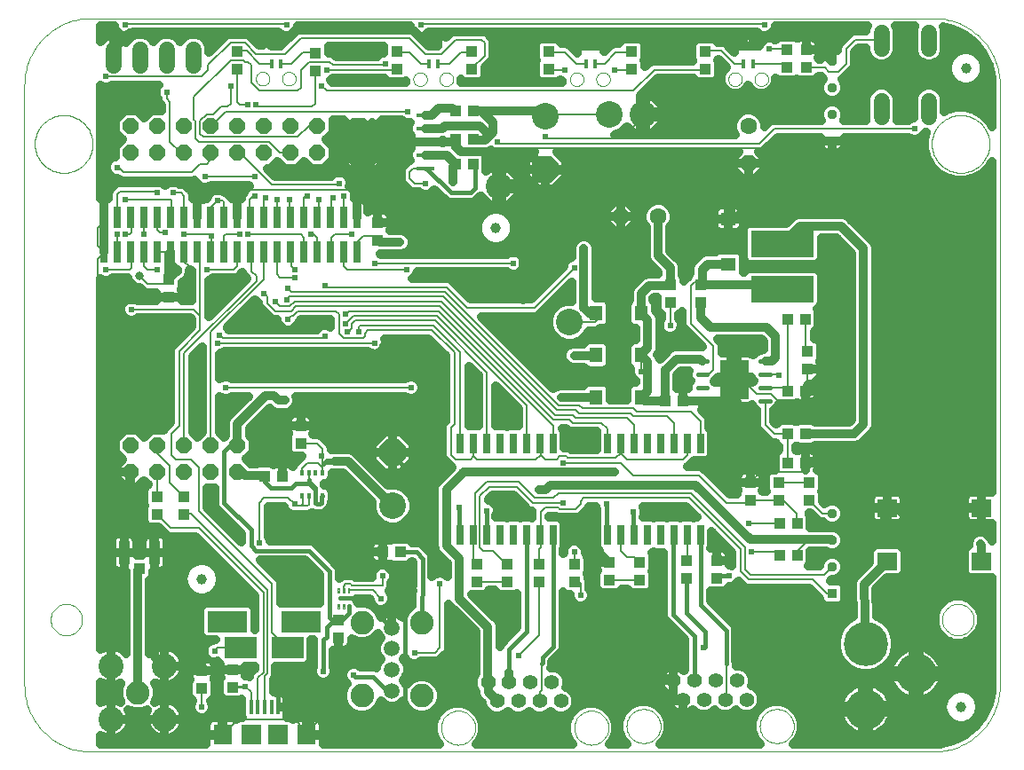
<source format=gtl>
G75*
%MOIN*%
%OFA0B0*%
%FSLAX24Y24*%
%IPPOS*%
%LPD*%
%AMOC8*
5,1,8,0,0,1.08239X$1,22.5*
%
%ADD10C,0.0000*%
%ADD11R,0.0433X0.0394*%
%ADD12R,0.0709X0.0157*%
%ADD13R,0.0709X0.1500*%
%ADD14C,0.0240*%
%ADD15R,0.0394X0.0433*%
%ADD16R,0.0138X0.0551*%
%ADD17R,0.0709X0.0748*%
%ADD18R,0.0748X0.0748*%
%ADD19C,0.1000*%
%ADD20OC8,0.1000*%
%ADD21R,0.0256X0.0833*%
%ADD22C,0.1660*%
%ADD23C,0.1502*%
%ADD24C,0.0630*%
%ADD25OC8,0.0630*%
%ADD26R,0.0579X0.0500*%
%ADD27R,0.0500X0.0579*%
%ADD28R,0.0748X0.0669*%
%ADD29C,0.0591*%
%ADD30C,0.0886*%
%ADD31C,0.0039*%
%ADD32C,0.0157*%
%ADD33R,0.0157X0.0354*%
%ADD34C,0.0165*%
%ADD35R,0.1063X0.1457*%
%ADD36C,0.0472*%
%ADD37R,0.2362X0.0984*%
%ADD38C,0.0394*%
%ADD39OC8,0.0600*%
%ADD40C,0.0600*%
%ADD41R,0.1200X0.0800*%
%ADD42R,0.1500X0.0800*%
%ADD43R,0.0250X0.0750*%
%ADD44C,0.0555*%
%ADD45R,0.0157X0.0236*%
%ADD46C,0.0945*%
%ADD47R,0.0378X0.0378*%
%ADD48C,0.0378*%
%ADD49R,0.0413X0.0866*%
%ADD50R,0.0433X0.0433*%
%ADD51C,0.0320*%
%ADD52C,0.0080*%
%ADD53C,0.0160*%
%ADD54C,0.0320*%
%ADD55C,0.0356*%
%ADD56C,0.0240*%
D10*
X007080Y003227D02*
X038694Y003227D01*
X038792Y003229D01*
X038890Y003235D01*
X038988Y003244D01*
X039085Y003258D01*
X039182Y003275D01*
X039278Y003296D01*
X039373Y003321D01*
X039467Y003349D01*
X039559Y003382D01*
X039651Y003417D01*
X039741Y003457D01*
X039829Y003499D01*
X039916Y003546D01*
X040000Y003595D01*
X040083Y003648D01*
X040163Y003704D01*
X040242Y003764D01*
X040318Y003826D01*
X040391Y003891D01*
X040462Y003959D01*
X040530Y004030D01*
X040595Y004103D01*
X040657Y004179D01*
X040717Y004258D01*
X040773Y004338D01*
X040826Y004421D01*
X040875Y004505D01*
X040922Y004592D01*
X040964Y004680D01*
X041004Y004770D01*
X041039Y004862D01*
X041072Y004954D01*
X041100Y005048D01*
X041125Y005143D01*
X041146Y005239D01*
X041163Y005336D01*
X041177Y005433D01*
X041186Y005531D01*
X041192Y005629D01*
X041194Y005727D01*
X041194Y028286D01*
X041192Y028384D01*
X041186Y028482D01*
X041177Y028580D01*
X041163Y028677D01*
X041146Y028774D01*
X041125Y028870D01*
X041100Y028965D01*
X041072Y029059D01*
X041039Y029151D01*
X041004Y029243D01*
X040964Y029333D01*
X040922Y029421D01*
X040875Y029508D01*
X040826Y029592D01*
X040773Y029675D01*
X040717Y029755D01*
X040657Y029834D01*
X040595Y029910D01*
X040530Y029983D01*
X040462Y030054D01*
X040391Y030122D01*
X040318Y030187D01*
X040242Y030249D01*
X040163Y030309D01*
X040083Y030365D01*
X040000Y030418D01*
X039916Y030467D01*
X039829Y030514D01*
X039741Y030556D01*
X039651Y030596D01*
X039559Y030631D01*
X039467Y030664D01*
X039373Y030692D01*
X039278Y030717D01*
X039182Y030738D01*
X039085Y030755D01*
X038988Y030769D01*
X038890Y030778D01*
X038792Y030784D01*
X038694Y030786D01*
X007080Y030786D01*
X006982Y030784D01*
X006884Y030778D01*
X006786Y030769D01*
X006689Y030755D01*
X006592Y030738D01*
X006496Y030717D01*
X006401Y030692D01*
X006307Y030664D01*
X006215Y030631D01*
X006123Y030596D01*
X006033Y030556D01*
X005945Y030514D01*
X005858Y030467D01*
X005774Y030418D01*
X005691Y030365D01*
X005611Y030309D01*
X005532Y030249D01*
X005456Y030187D01*
X005383Y030122D01*
X005312Y030054D01*
X005244Y029983D01*
X005179Y029910D01*
X005117Y029834D01*
X005057Y029755D01*
X005001Y029675D01*
X004948Y029592D01*
X004899Y029508D01*
X004852Y029421D01*
X004810Y029333D01*
X004770Y029243D01*
X004735Y029151D01*
X004702Y029059D01*
X004674Y028965D01*
X004649Y028870D01*
X004628Y028774D01*
X004611Y028677D01*
X004597Y028580D01*
X004588Y028482D01*
X004582Y028384D01*
X004580Y028286D01*
X004580Y005727D01*
X004582Y005629D01*
X004588Y005531D01*
X004597Y005433D01*
X004611Y005336D01*
X004628Y005239D01*
X004649Y005143D01*
X004674Y005048D01*
X004702Y004954D01*
X004735Y004862D01*
X004770Y004770D01*
X004810Y004680D01*
X004852Y004592D01*
X004899Y004505D01*
X004948Y004421D01*
X005001Y004338D01*
X005057Y004258D01*
X005117Y004179D01*
X005179Y004103D01*
X005244Y004030D01*
X005312Y003959D01*
X005383Y003891D01*
X005456Y003826D01*
X005532Y003764D01*
X005611Y003704D01*
X005691Y003648D01*
X005774Y003595D01*
X005858Y003546D01*
X005945Y003499D01*
X006033Y003457D01*
X006123Y003417D01*
X006215Y003382D01*
X006307Y003349D01*
X006401Y003321D01*
X006496Y003296D01*
X006592Y003275D01*
X006689Y003258D01*
X006786Y003244D01*
X006884Y003235D01*
X006982Y003229D01*
X007080Y003227D01*
X005564Y008188D02*
X005566Y008236D01*
X005572Y008284D01*
X005582Y008331D01*
X005595Y008377D01*
X005613Y008422D01*
X005633Y008466D01*
X005658Y008508D01*
X005686Y008547D01*
X005716Y008584D01*
X005750Y008618D01*
X005787Y008650D01*
X005825Y008679D01*
X005866Y008704D01*
X005909Y008726D01*
X005954Y008744D01*
X006000Y008758D01*
X006047Y008769D01*
X006095Y008776D01*
X006143Y008779D01*
X006191Y008778D01*
X006239Y008773D01*
X006287Y008764D01*
X006333Y008752D01*
X006378Y008735D01*
X006422Y008715D01*
X006464Y008692D01*
X006504Y008665D01*
X006542Y008635D01*
X006577Y008602D01*
X006609Y008566D01*
X006639Y008528D01*
X006665Y008487D01*
X006687Y008444D01*
X006707Y008400D01*
X006722Y008355D01*
X006734Y008308D01*
X006742Y008260D01*
X006746Y008212D01*
X006746Y008164D01*
X006742Y008116D01*
X006734Y008068D01*
X006722Y008021D01*
X006707Y007976D01*
X006687Y007932D01*
X006665Y007889D01*
X006639Y007848D01*
X006609Y007810D01*
X006577Y007774D01*
X006542Y007741D01*
X006504Y007711D01*
X006464Y007684D01*
X006422Y007661D01*
X006378Y007641D01*
X006333Y007624D01*
X006287Y007612D01*
X006239Y007603D01*
X006191Y007598D01*
X006143Y007597D01*
X006095Y007600D01*
X006047Y007607D01*
X006000Y007618D01*
X005954Y007632D01*
X005909Y007650D01*
X005866Y007672D01*
X005825Y007697D01*
X005787Y007726D01*
X005750Y007758D01*
X005716Y007792D01*
X005686Y007829D01*
X005658Y007868D01*
X005633Y007910D01*
X005613Y007954D01*
X005595Y007999D01*
X005582Y008045D01*
X005572Y008092D01*
X005566Y008140D01*
X005564Y008188D01*
X020220Y004127D02*
X020222Y004177D01*
X020228Y004227D01*
X020238Y004276D01*
X020251Y004325D01*
X020269Y004372D01*
X020290Y004418D01*
X020314Y004461D01*
X020342Y004503D01*
X020373Y004543D01*
X020407Y004580D01*
X020444Y004614D01*
X020484Y004645D01*
X020526Y004673D01*
X020569Y004697D01*
X020615Y004718D01*
X020662Y004736D01*
X020711Y004749D01*
X020760Y004759D01*
X020810Y004765D01*
X020860Y004767D01*
X020910Y004765D01*
X020960Y004759D01*
X021009Y004749D01*
X021058Y004736D01*
X021105Y004718D01*
X021151Y004697D01*
X021194Y004673D01*
X021236Y004645D01*
X021276Y004614D01*
X021313Y004580D01*
X021347Y004543D01*
X021378Y004503D01*
X021406Y004461D01*
X021430Y004418D01*
X021451Y004372D01*
X021469Y004325D01*
X021482Y004276D01*
X021492Y004227D01*
X021498Y004177D01*
X021500Y004127D01*
X021498Y004077D01*
X021492Y004027D01*
X021482Y003978D01*
X021469Y003929D01*
X021451Y003882D01*
X021430Y003836D01*
X021406Y003793D01*
X021378Y003751D01*
X021347Y003711D01*
X021313Y003674D01*
X021276Y003640D01*
X021236Y003609D01*
X021194Y003581D01*
X021151Y003557D01*
X021105Y003536D01*
X021058Y003518D01*
X021009Y003505D01*
X020960Y003495D01*
X020910Y003489D01*
X020860Y003487D01*
X020810Y003489D01*
X020760Y003495D01*
X020711Y003505D01*
X020662Y003518D01*
X020615Y003536D01*
X020569Y003557D01*
X020526Y003581D01*
X020484Y003609D01*
X020444Y003640D01*
X020407Y003674D01*
X020373Y003711D01*
X020342Y003751D01*
X020314Y003793D01*
X020290Y003836D01*
X020269Y003882D01*
X020251Y003929D01*
X020238Y003978D01*
X020228Y004027D01*
X020222Y004077D01*
X020220Y004127D01*
X025220Y004127D02*
X025222Y004177D01*
X025228Y004227D01*
X025238Y004276D01*
X025251Y004325D01*
X025269Y004372D01*
X025290Y004418D01*
X025314Y004461D01*
X025342Y004503D01*
X025373Y004543D01*
X025407Y004580D01*
X025444Y004614D01*
X025484Y004645D01*
X025526Y004673D01*
X025569Y004697D01*
X025615Y004718D01*
X025662Y004736D01*
X025711Y004749D01*
X025760Y004759D01*
X025810Y004765D01*
X025860Y004767D01*
X025910Y004765D01*
X025960Y004759D01*
X026009Y004749D01*
X026058Y004736D01*
X026105Y004718D01*
X026151Y004697D01*
X026194Y004673D01*
X026236Y004645D01*
X026276Y004614D01*
X026313Y004580D01*
X026347Y004543D01*
X026378Y004503D01*
X026406Y004461D01*
X026430Y004418D01*
X026451Y004372D01*
X026469Y004325D01*
X026482Y004276D01*
X026492Y004227D01*
X026498Y004177D01*
X026500Y004127D01*
X026498Y004077D01*
X026492Y004027D01*
X026482Y003978D01*
X026469Y003929D01*
X026451Y003882D01*
X026430Y003836D01*
X026406Y003793D01*
X026378Y003751D01*
X026347Y003711D01*
X026313Y003674D01*
X026276Y003640D01*
X026236Y003609D01*
X026194Y003581D01*
X026151Y003557D01*
X026105Y003536D01*
X026058Y003518D01*
X026009Y003505D01*
X025960Y003495D01*
X025910Y003489D01*
X025860Y003487D01*
X025810Y003489D01*
X025760Y003495D01*
X025711Y003505D01*
X025662Y003518D01*
X025615Y003536D01*
X025569Y003557D01*
X025526Y003581D01*
X025484Y003609D01*
X025444Y003640D01*
X025407Y003674D01*
X025373Y003711D01*
X025342Y003751D01*
X025314Y003793D01*
X025290Y003836D01*
X025269Y003882D01*
X025251Y003929D01*
X025238Y003978D01*
X025228Y004027D01*
X025222Y004077D01*
X025220Y004127D01*
X027180Y004187D02*
X027182Y004237D01*
X027188Y004287D01*
X027198Y004336D01*
X027211Y004385D01*
X027229Y004432D01*
X027250Y004478D01*
X027274Y004521D01*
X027302Y004563D01*
X027333Y004603D01*
X027367Y004640D01*
X027404Y004674D01*
X027444Y004705D01*
X027486Y004733D01*
X027529Y004757D01*
X027575Y004778D01*
X027622Y004796D01*
X027671Y004809D01*
X027720Y004819D01*
X027770Y004825D01*
X027820Y004827D01*
X027870Y004825D01*
X027920Y004819D01*
X027969Y004809D01*
X028018Y004796D01*
X028065Y004778D01*
X028111Y004757D01*
X028154Y004733D01*
X028196Y004705D01*
X028236Y004674D01*
X028273Y004640D01*
X028307Y004603D01*
X028338Y004563D01*
X028366Y004521D01*
X028390Y004478D01*
X028411Y004432D01*
X028429Y004385D01*
X028442Y004336D01*
X028452Y004287D01*
X028458Y004237D01*
X028460Y004187D01*
X028458Y004137D01*
X028452Y004087D01*
X028442Y004038D01*
X028429Y003989D01*
X028411Y003942D01*
X028390Y003896D01*
X028366Y003853D01*
X028338Y003811D01*
X028307Y003771D01*
X028273Y003734D01*
X028236Y003700D01*
X028196Y003669D01*
X028154Y003641D01*
X028111Y003617D01*
X028065Y003596D01*
X028018Y003578D01*
X027969Y003565D01*
X027920Y003555D01*
X027870Y003549D01*
X027820Y003547D01*
X027770Y003549D01*
X027720Y003555D01*
X027671Y003565D01*
X027622Y003578D01*
X027575Y003596D01*
X027529Y003617D01*
X027486Y003641D01*
X027444Y003669D01*
X027404Y003700D01*
X027367Y003734D01*
X027333Y003771D01*
X027302Y003811D01*
X027274Y003853D01*
X027250Y003896D01*
X027229Y003942D01*
X027211Y003989D01*
X027198Y004038D01*
X027188Y004087D01*
X027182Y004137D01*
X027180Y004187D01*
X032180Y004187D02*
X032182Y004237D01*
X032188Y004287D01*
X032198Y004336D01*
X032211Y004385D01*
X032229Y004432D01*
X032250Y004478D01*
X032274Y004521D01*
X032302Y004563D01*
X032333Y004603D01*
X032367Y004640D01*
X032404Y004674D01*
X032444Y004705D01*
X032486Y004733D01*
X032529Y004757D01*
X032575Y004778D01*
X032622Y004796D01*
X032671Y004809D01*
X032720Y004819D01*
X032770Y004825D01*
X032820Y004827D01*
X032870Y004825D01*
X032920Y004819D01*
X032969Y004809D01*
X033018Y004796D01*
X033065Y004778D01*
X033111Y004757D01*
X033154Y004733D01*
X033196Y004705D01*
X033236Y004674D01*
X033273Y004640D01*
X033307Y004603D01*
X033338Y004563D01*
X033366Y004521D01*
X033390Y004478D01*
X033411Y004432D01*
X033429Y004385D01*
X033442Y004336D01*
X033452Y004287D01*
X033458Y004237D01*
X033460Y004187D01*
X033458Y004137D01*
X033452Y004087D01*
X033442Y004038D01*
X033429Y003989D01*
X033411Y003942D01*
X033390Y003896D01*
X033366Y003853D01*
X033338Y003811D01*
X033307Y003771D01*
X033273Y003734D01*
X033236Y003700D01*
X033196Y003669D01*
X033154Y003641D01*
X033111Y003617D01*
X033065Y003596D01*
X033018Y003578D01*
X032969Y003565D01*
X032920Y003555D01*
X032870Y003549D01*
X032820Y003547D01*
X032770Y003549D01*
X032720Y003555D01*
X032671Y003565D01*
X032622Y003578D01*
X032575Y003596D01*
X032529Y003617D01*
X032486Y003641D01*
X032444Y003669D01*
X032404Y003700D01*
X032367Y003734D01*
X032333Y003771D01*
X032302Y003811D01*
X032274Y003853D01*
X032250Y003896D01*
X032229Y003942D01*
X032211Y003989D01*
X032198Y004038D01*
X032188Y004087D01*
X032182Y004137D01*
X032180Y004187D01*
X039028Y008188D02*
X039030Y008236D01*
X039036Y008284D01*
X039046Y008331D01*
X039059Y008377D01*
X039077Y008422D01*
X039097Y008466D01*
X039122Y008508D01*
X039150Y008547D01*
X039180Y008584D01*
X039214Y008618D01*
X039251Y008650D01*
X039289Y008679D01*
X039330Y008704D01*
X039373Y008726D01*
X039418Y008744D01*
X039464Y008758D01*
X039511Y008769D01*
X039559Y008776D01*
X039607Y008779D01*
X039655Y008778D01*
X039703Y008773D01*
X039751Y008764D01*
X039797Y008752D01*
X039842Y008735D01*
X039886Y008715D01*
X039928Y008692D01*
X039968Y008665D01*
X040006Y008635D01*
X040041Y008602D01*
X040073Y008566D01*
X040103Y008528D01*
X040129Y008487D01*
X040151Y008444D01*
X040171Y008400D01*
X040186Y008355D01*
X040198Y008308D01*
X040206Y008260D01*
X040210Y008212D01*
X040210Y008164D01*
X040206Y008116D01*
X040198Y008068D01*
X040186Y008021D01*
X040171Y007976D01*
X040151Y007932D01*
X040129Y007889D01*
X040103Y007848D01*
X040073Y007810D01*
X040041Y007774D01*
X040006Y007741D01*
X039968Y007711D01*
X039928Y007684D01*
X039886Y007661D01*
X039842Y007641D01*
X039797Y007624D01*
X039751Y007612D01*
X039703Y007603D01*
X039655Y007598D01*
X039607Y007597D01*
X039559Y007600D01*
X039511Y007607D01*
X039464Y007618D01*
X039418Y007632D01*
X039373Y007650D01*
X039330Y007672D01*
X039289Y007697D01*
X039251Y007726D01*
X039214Y007758D01*
X039180Y007792D01*
X039150Y007829D01*
X039122Y007868D01*
X039097Y007910D01*
X039077Y007954D01*
X039059Y007999D01*
X039046Y008045D01*
X039036Y008092D01*
X039030Y008140D01*
X039028Y008188D01*
X038635Y026062D02*
X038637Y026127D01*
X038643Y026193D01*
X038653Y026257D01*
X038666Y026321D01*
X038684Y026384D01*
X038705Y026446D01*
X038730Y026506D01*
X038759Y026565D01*
X038791Y026622D01*
X038827Y026677D01*
X038865Y026730D01*
X038907Y026780D01*
X038952Y026828D01*
X039000Y026873D01*
X039050Y026915D01*
X039103Y026953D01*
X039158Y026989D01*
X039215Y027021D01*
X039274Y027050D01*
X039334Y027075D01*
X039396Y027096D01*
X039459Y027114D01*
X039523Y027127D01*
X039587Y027137D01*
X039653Y027143D01*
X039718Y027145D01*
X039783Y027143D01*
X039849Y027137D01*
X039913Y027127D01*
X039977Y027114D01*
X040040Y027096D01*
X040102Y027075D01*
X040162Y027050D01*
X040221Y027021D01*
X040278Y026989D01*
X040333Y026953D01*
X040386Y026915D01*
X040436Y026873D01*
X040484Y026828D01*
X040529Y026780D01*
X040571Y026730D01*
X040609Y026677D01*
X040645Y026622D01*
X040677Y026565D01*
X040706Y026506D01*
X040731Y026446D01*
X040752Y026384D01*
X040770Y026321D01*
X040783Y026257D01*
X040793Y026193D01*
X040799Y026127D01*
X040801Y026062D01*
X040799Y025997D01*
X040793Y025931D01*
X040783Y025867D01*
X040770Y025803D01*
X040752Y025740D01*
X040731Y025678D01*
X040706Y025618D01*
X040677Y025559D01*
X040645Y025502D01*
X040609Y025447D01*
X040571Y025394D01*
X040529Y025344D01*
X040484Y025296D01*
X040436Y025251D01*
X040386Y025209D01*
X040333Y025171D01*
X040278Y025135D01*
X040221Y025103D01*
X040162Y025074D01*
X040102Y025049D01*
X040040Y025028D01*
X039977Y025010D01*
X039913Y024997D01*
X039849Y024987D01*
X039783Y024981D01*
X039718Y024979D01*
X039653Y024981D01*
X039587Y024987D01*
X039523Y024997D01*
X039459Y025010D01*
X039396Y025028D01*
X039334Y025049D01*
X039274Y025074D01*
X039215Y025103D01*
X039158Y025135D01*
X039103Y025171D01*
X039050Y025209D01*
X039000Y025251D01*
X038952Y025296D01*
X038907Y025344D01*
X038865Y025394D01*
X038827Y025447D01*
X038791Y025502D01*
X038759Y025559D01*
X038730Y025618D01*
X038705Y025678D01*
X038684Y025740D01*
X038666Y025803D01*
X038653Y025867D01*
X038643Y025931D01*
X038637Y025997D01*
X038635Y026062D01*
X031982Y028493D02*
X031984Y028524D01*
X031990Y028555D01*
X031999Y028585D01*
X032012Y028614D01*
X032029Y028641D01*
X032049Y028665D01*
X032071Y028687D01*
X032097Y028706D01*
X032124Y028722D01*
X032153Y028734D01*
X032183Y028743D01*
X032214Y028748D01*
X032246Y028749D01*
X032277Y028746D01*
X032308Y028739D01*
X032338Y028729D01*
X032366Y028715D01*
X032392Y028697D01*
X032416Y028677D01*
X032437Y028653D01*
X032456Y028628D01*
X032471Y028600D01*
X032482Y028571D01*
X032490Y028540D01*
X032494Y028509D01*
X032494Y028477D01*
X032490Y028446D01*
X032482Y028415D01*
X032471Y028386D01*
X032456Y028358D01*
X032437Y028333D01*
X032416Y028309D01*
X032392Y028289D01*
X032366Y028271D01*
X032338Y028257D01*
X032308Y028247D01*
X032277Y028240D01*
X032246Y028237D01*
X032214Y028238D01*
X032183Y028243D01*
X032153Y028252D01*
X032124Y028264D01*
X032097Y028280D01*
X032071Y028299D01*
X032049Y028321D01*
X032029Y028345D01*
X032012Y028372D01*
X031999Y028401D01*
X031990Y028431D01*
X031984Y028462D01*
X031982Y028493D01*
X030998Y028493D02*
X031000Y028524D01*
X031006Y028555D01*
X031015Y028585D01*
X031028Y028614D01*
X031045Y028641D01*
X031065Y028665D01*
X031087Y028687D01*
X031113Y028706D01*
X031140Y028722D01*
X031169Y028734D01*
X031199Y028743D01*
X031230Y028748D01*
X031262Y028749D01*
X031293Y028746D01*
X031324Y028739D01*
X031354Y028729D01*
X031382Y028715D01*
X031408Y028697D01*
X031432Y028677D01*
X031453Y028653D01*
X031472Y028628D01*
X031487Y028600D01*
X031498Y028571D01*
X031506Y028540D01*
X031510Y028509D01*
X031510Y028477D01*
X031506Y028446D01*
X031498Y028415D01*
X031487Y028386D01*
X031472Y028358D01*
X031453Y028333D01*
X031432Y028309D01*
X031408Y028289D01*
X031382Y028271D01*
X031354Y028257D01*
X031324Y028247D01*
X031293Y028240D01*
X031262Y028237D01*
X031230Y028238D01*
X031199Y028243D01*
X031169Y028252D01*
X031140Y028264D01*
X031113Y028280D01*
X031087Y028299D01*
X031065Y028321D01*
X031045Y028345D01*
X031028Y028372D01*
X031015Y028401D01*
X031006Y028431D01*
X031000Y028462D01*
X030998Y028493D01*
X026042Y028493D02*
X026044Y028524D01*
X026050Y028555D01*
X026059Y028585D01*
X026072Y028614D01*
X026089Y028641D01*
X026109Y028665D01*
X026131Y028687D01*
X026157Y028706D01*
X026184Y028722D01*
X026213Y028734D01*
X026243Y028743D01*
X026274Y028748D01*
X026306Y028749D01*
X026337Y028746D01*
X026368Y028739D01*
X026398Y028729D01*
X026426Y028715D01*
X026452Y028697D01*
X026476Y028677D01*
X026497Y028653D01*
X026516Y028628D01*
X026531Y028600D01*
X026542Y028571D01*
X026550Y028540D01*
X026554Y028509D01*
X026554Y028477D01*
X026550Y028446D01*
X026542Y028415D01*
X026531Y028386D01*
X026516Y028358D01*
X026497Y028333D01*
X026476Y028309D01*
X026452Y028289D01*
X026426Y028271D01*
X026398Y028257D01*
X026368Y028247D01*
X026337Y028240D01*
X026306Y028237D01*
X026274Y028238D01*
X026243Y028243D01*
X026213Y028252D01*
X026184Y028264D01*
X026157Y028280D01*
X026131Y028299D01*
X026109Y028321D01*
X026089Y028345D01*
X026072Y028372D01*
X026059Y028401D01*
X026050Y028431D01*
X026044Y028462D01*
X026042Y028493D01*
X025058Y028493D02*
X025060Y028524D01*
X025066Y028555D01*
X025075Y028585D01*
X025088Y028614D01*
X025105Y028641D01*
X025125Y028665D01*
X025147Y028687D01*
X025173Y028706D01*
X025200Y028722D01*
X025229Y028734D01*
X025259Y028743D01*
X025290Y028748D01*
X025322Y028749D01*
X025353Y028746D01*
X025384Y028739D01*
X025414Y028729D01*
X025442Y028715D01*
X025468Y028697D01*
X025492Y028677D01*
X025513Y028653D01*
X025532Y028628D01*
X025547Y028600D01*
X025558Y028571D01*
X025566Y028540D01*
X025570Y028509D01*
X025570Y028477D01*
X025566Y028446D01*
X025558Y028415D01*
X025547Y028386D01*
X025532Y028358D01*
X025513Y028333D01*
X025492Y028309D01*
X025468Y028289D01*
X025442Y028271D01*
X025414Y028257D01*
X025384Y028247D01*
X025353Y028240D01*
X025322Y028237D01*
X025290Y028238D01*
X025259Y028243D01*
X025229Y028252D01*
X025200Y028264D01*
X025173Y028280D01*
X025147Y028299D01*
X025125Y028321D01*
X025105Y028345D01*
X025088Y028372D01*
X025075Y028401D01*
X025066Y028431D01*
X025060Y028462D01*
X025058Y028493D01*
X020162Y028493D02*
X020164Y028524D01*
X020170Y028555D01*
X020179Y028585D01*
X020192Y028614D01*
X020209Y028641D01*
X020229Y028665D01*
X020251Y028687D01*
X020277Y028706D01*
X020304Y028722D01*
X020333Y028734D01*
X020363Y028743D01*
X020394Y028748D01*
X020426Y028749D01*
X020457Y028746D01*
X020488Y028739D01*
X020518Y028729D01*
X020546Y028715D01*
X020572Y028697D01*
X020596Y028677D01*
X020617Y028653D01*
X020636Y028628D01*
X020651Y028600D01*
X020662Y028571D01*
X020670Y028540D01*
X020674Y028509D01*
X020674Y028477D01*
X020670Y028446D01*
X020662Y028415D01*
X020651Y028386D01*
X020636Y028358D01*
X020617Y028333D01*
X020596Y028309D01*
X020572Y028289D01*
X020546Y028271D01*
X020518Y028257D01*
X020488Y028247D01*
X020457Y028240D01*
X020426Y028237D01*
X020394Y028238D01*
X020363Y028243D01*
X020333Y028252D01*
X020304Y028264D01*
X020277Y028280D01*
X020251Y028299D01*
X020229Y028321D01*
X020209Y028345D01*
X020192Y028372D01*
X020179Y028401D01*
X020170Y028431D01*
X020164Y028462D01*
X020162Y028493D01*
X019178Y028493D02*
X019180Y028524D01*
X019186Y028555D01*
X019195Y028585D01*
X019208Y028614D01*
X019225Y028641D01*
X019245Y028665D01*
X019267Y028687D01*
X019293Y028706D01*
X019320Y028722D01*
X019349Y028734D01*
X019379Y028743D01*
X019410Y028748D01*
X019442Y028749D01*
X019473Y028746D01*
X019504Y028739D01*
X019534Y028729D01*
X019562Y028715D01*
X019588Y028697D01*
X019612Y028677D01*
X019633Y028653D01*
X019652Y028628D01*
X019667Y028600D01*
X019678Y028571D01*
X019686Y028540D01*
X019690Y028509D01*
X019690Y028477D01*
X019686Y028446D01*
X019678Y028415D01*
X019667Y028386D01*
X019652Y028358D01*
X019633Y028333D01*
X019612Y028309D01*
X019588Y028289D01*
X019562Y028271D01*
X019534Y028257D01*
X019504Y028247D01*
X019473Y028240D01*
X019442Y028237D01*
X019410Y028238D01*
X019379Y028243D01*
X019349Y028252D01*
X019320Y028264D01*
X019293Y028280D01*
X019267Y028299D01*
X019245Y028321D01*
X019225Y028345D01*
X019208Y028372D01*
X019195Y028401D01*
X019186Y028431D01*
X019180Y028462D01*
X019178Y028493D01*
X014251Y028514D02*
X014253Y028545D01*
X014259Y028576D01*
X014268Y028606D01*
X014281Y028635D01*
X014298Y028662D01*
X014318Y028686D01*
X014340Y028708D01*
X014366Y028727D01*
X014393Y028743D01*
X014422Y028755D01*
X014452Y028764D01*
X014483Y028769D01*
X014515Y028770D01*
X014546Y028767D01*
X014577Y028760D01*
X014607Y028750D01*
X014635Y028736D01*
X014661Y028718D01*
X014685Y028698D01*
X014706Y028674D01*
X014725Y028649D01*
X014740Y028621D01*
X014751Y028592D01*
X014759Y028561D01*
X014763Y028530D01*
X014763Y028498D01*
X014759Y028467D01*
X014751Y028436D01*
X014740Y028407D01*
X014725Y028379D01*
X014706Y028354D01*
X014685Y028330D01*
X014661Y028310D01*
X014635Y028292D01*
X014607Y028278D01*
X014577Y028268D01*
X014546Y028261D01*
X014515Y028258D01*
X014483Y028259D01*
X014452Y028264D01*
X014422Y028273D01*
X014393Y028285D01*
X014366Y028301D01*
X014340Y028320D01*
X014318Y028342D01*
X014298Y028366D01*
X014281Y028393D01*
X014268Y028422D01*
X014259Y028452D01*
X014253Y028483D01*
X014251Y028514D01*
X013267Y028514D02*
X013269Y028545D01*
X013275Y028576D01*
X013284Y028606D01*
X013297Y028635D01*
X013314Y028662D01*
X013334Y028686D01*
X013356Y028708D01*
X013382Y028727D01*
X013409Y028743D01*
X013438Y028755D01*
X013468Y028764D01*
X013499Y028769D01*
X013531Y028770D01*
X013562Y028767D01*
X013593Y028760D01*
X013623Y028750D01*
X013651Y028736D01*
X013677Y028718D01*
X013701Y028698D01*
X013722Y028674D01*
X013741Y028649D01*
X013756Y028621D01*
X013767Y028592D01*
X013775Y028561D01*
X013779Y028530D01*
X013779Y028498D01*
X013775Y028467D01*
X013767Y028436D01*
X013756Y028407D01*
X013741Y028379D01*
X013722Y028354D01*
X013701Y028330D01*
X013677Y028310D01*
X013651Y028292D01*
X013623Y028278D01*
X013593Y028268D01*
X013562Y028261D01*
X013531Y028258D01*
X013499Y028259D01*
X013468Y028264D01*
X013438Y028273D01*
X013409Y028285D01*
X013382Y028301D01*
X013356Y028320D01*
X013334Y028342D01*
X013314Y028366D01*
X013297Y028393D01*
X013284Y028422D01*
X013275Y028452D01*
X013269Y028483D01*
X013267Y028514D01*
X004973Y026062D02*
X004975Y026127D01*
X004981Y026193D01*
X004991Y026257D01*
X005004Y026321D01*
X005022Y026384D01*
X005043Y026446D01*
X005068Y026506D01*
X005097Y026565D01*
X005129Y026622D01*
X005165Y026677D01*
X005203Y026730D01*
X005245Y026780D01*
X005290Y026828D01*
X005338Y026873D01*
X005388Y026915D01*
X005441Y026953D01*
X005496Y026989D01*
X005553Y027021D01*
X005612Y027050D01*
X005672Y027075D01*
X005734Y027096D01*
X005797Y027114D01*
X005861Y027127D01*
X005925Y027137D01*
X005991Y027143D01*
X006056Y027145D01*
X006121Y027143D01*
X006187Y027137D01*
X006251Y027127D01*
X006315Y027114D01*
X006378Y027096D01*
X006440Y027075D01*
X006500Y027050D01*
X006559Y027021D01*
X006616Y026989D01*
X006671Y026953D01*
X006724Y026915D01*
X006774Y026873D01*
X006822Y026828D01*
X006867Y026780D01*
X006909Y026730D01*
X006947Y026677D01*
X006983Y026622D01*
X007015Y026565D01*
X007044Y026506D01*
X007069Y026446D01*
X007090Y026384D01*
X007108Y026321D01*
X007121Y026257D01*
X007131Y026193D01*
X007137Y026127D01*
X007139Y026062D01*
X007137Y025997D01*
X007131Y025931D01*
X007121Y025867D01*
X007108Y025803D01*
X007090Y025740D01*
X007069Y025678D01*
X007044Y025618D01*
X007015Y025559D01*
X006983Y025502D01*
X006947Y025447D01*
X006909Y025394D01*
X006867Y025344D01*
X006822Y025296D01*
X006774Y025251D01*
X006724Y025209D01*
X006671Y025171D01*
X006616Y025135D01*
X006559Y025103D01*
X006500Y025074D01*
X006440Y025049D01*
X006378Y025028D01*
X006315Y025010D01*
X006251Y024997D01*
X006187Y024987D01*
X006121Y024981D01*
X006056Y024979D01*
X005991Y024981D01*
X005925Y024987D01*
X005861Y024997D01*
X005797Y025010D01*
X005734Y025028D01*
X005672Y025049D01*
X005612Y025074D01*
X005553Y025103D01*
X005496Y025135D01*
X005441Y025171D01*
X005388Y025209D01*
X005338Y025251D01*
X005290Y025296D01*
X005245Y025344D01*
X005203Y025394D01*
X005165Y025447D01*
X005129Y025502D01*
X005097Y025559D01*
X005068Y025618D01*
X005043Y025678D01*
X005022Y025740D01*
X005004Y025803D01*
X004991Y025867D01*
X004981Y025931D01*
X004975Y025997D01*
X004973Y026062D01*
D11*
X010011Y020964D03*
X010011Y020294D03*
X014950Y015482D03*
X014950Y014813D03*
X010580Y012802D03*
X010580Y012133D03*
X009560Y012133D03*
X009560Y012802D03*
X016378Y008173D03*
X016378Y007504D03*
X018019Y010726D03*
X018688Y010726D03*
X021560Y010282D03*
X021560Y009613D03*
X022700Y009613D03*
X022700Y010282D03*
X023900Y010282D03*
X023900Y009613D03*
X025220Y009613D03*
X025220Y010282D03*
X026540Y010342D03*
X026540Y009673D03*
X027680Y009673D03*
X027680Y010342D03*
X029420Y010402D03*
X029420Y009733D03*
X030560Y009733D03*
X030560Y010402D03*
X031820Y012673D03*
X031820Y013342D03*
X032900Y013342D03*
X032900Y012673D03*
X034040Y012673D03*
X034040Y013342D03*
X033980Y017593D03*
X033980Y018262D03*
X029960Y020113D03*
X029960Y020782D03*
X028820Y020782D03*
X028820Y020113D03*
X017846Y022450D03*
X017846Y023120D03*
X018560Y028873D03*
X018560Y029542D03*
X021380Y029542D03*
X021380Y028873D03*
X024260Y028873D03*
X024260Y029542D03*
X027380Y029542D03*
X027380Y028873D03*
X030140Y028873D03*
X030140Y029542D03*
X033200Y029602D03*
X033200Y028933D03*
X033920Y028933D03*
X033920Y029602D03*
X015500Y029482D03*
X015500Y028813D03*
X012560Y028873D03*
X012560Y029542D03*
X012398Y006319D03*
X012398Y005650D03*
X011240Y005593D03*
X011240Y006262D03*
D12*
X019646Y025148D03*
X019646Y025648D03*
X019646Y026148D03*
X019646Y026648D03*
X019646Y027148D03*
D13*
X017284Y026148D03*
D14*
X017284Y026148D03*
X017284Y026502D03*
X016930Y026502D03*
X016930Y026856D03*
X017284Y026856D03*
X017639Y026856D03*
X017639Y026502D03*
X017639Y026148D03*
X017639Y025793D03*
X017639Y025439D03*
X017284Y025439D03*
X016930Y025439D03*
X016930Y025793D03*
X017284Y025793D03*
X016930Y026148D03*
X018020Y026147D03*
X018320Y026147D03*
X018320Y025787D03*
X018020Y025787D03*
X018020Y025427D03*
X018320Y025427D03*
X018320Y026507D03*
X018020Y026507D03*
X018020Y026867D03*
X018320Y026867D03*
X018980Y027287D03*
X017120Y028427D03*
X018140Y029087D03*
X017060Y029627D03*
X015920Y028847D03*
X015740Y028247D03*
X013280Y027527D03*
X012980Y027527D03*
X012320Y028247D03*
X009920Y028007D03*
X009260Y027647D03*
X007640Y028607D03*
X008360Y030527D03*
X014420Y030527D03*
X019460Y030527D03*
X024860Y028847D03*
X026720Y028847D03*
X024140Y026327D03*
X022340Y026147D03*
X020660Y024647D03*
X019640Y024587D03*
X016880Y022667D03*
X017720Y021587D03*
X018680Y022367D03*
X018920Y021347D03*
X016640Y019667D03*
X016640Y019307D03*
X016700Y019007D03*
X017120Y019007D03*
X017720Y018587D03*
X015860Y018827D03*
X014480Y019487D03*
X014000Y020147D03*
X014420Y020207D03*
X014480Y020627D03*
X014720Y021047D03*
X014720Y021347D03*
X015860Y020747D03*
X015320Y022667D03*
X015620Y023987D03*
X015200Y024107D03*
X014540Y023987D03*
X014060Y023987D03*
X013640Y024047D03*
X013220Y024107D03*
X013220Y024827D03*
X014120Y024947D03*
X015620Y024887D03*
X016400Y024587D03*
X016580Y024107D03*
X016160Y024047D03*
X012980Y022667D03*
X012680Y022667D03*
X011600Y022607D03*
X010580Y022667D03*
X009860Y022727D03*
X009080Y022667D03*
X008360Y022667D03*
X008060Y022667D03*
X008360Y023987D03*
X009560Y024227D03*
X010160Y024227D03*
X011360Y024827D03*
X011840Y023927D03*
X011420Y021347D03*
X010700Y020687D03*
X010340Y021347D03*
X009560Y021347D03*
X007640Y021347D03*
X008600Y019847D03*
X011480Y019667D03*
X011900Y018887D03*
X011840Y018587D03*
X013040Y019067D03*
X013280Y020147D03*
X013580Y020447D03*
X012560Y020867D03*
X012140Y016907D03*
X011900Y016367D03*
X011120Y016547D03*
X015740Y014327D03*
X014720Y012527D03*
X013400Y011087D03*
X012200Y011747D03*
X013940Y010007D03*
X010280Y009587D03*
X010280Y008687D03*
X010280Y007727D03*
X011720Y007007D03*
X012860Y005687D03*
X011240Y004907D03*
X007940Y007607D03*
X008120Y009527D03*
X008120Y011987D03*
X015800Y006227D03*
X016400Y006647D03*
X016940Y006107D03*
X019220Y006947D03*
X017900Y008387D03*
X017960Y008987D03*
X018020Y009827D03*
X020180Y009527D03*
X022760Y007787D03*
X023120Y006827D03*
X025460Y009107D03*
X025220Y010727D03*
X027440Y012227D03*
X026420Y012527D03*
X026720Y013727D03*
X024800Y014087D03*
X025040Y015047D03*
X022820Y016187D03*
X021320Y016247D03*
X019100Y016907D03*
X023900Y013067D03*
X024800Y012587D03*
X022880Y012407D03*
X021920Y012287D03*
X020900Y012407D03*
X027740Y017507D03*
X028880Y018587D03*
X028820Y019247D03*
X030860Y017747D03*
X031220Y017747D03*
X031580Y017747D03*
X031580Y016727D03*
X031220Y016727D03*
X030860Y016727D03*
X032900Y017387D03*
X028820Y012167D03*
X030560Y011027D03*
X031040Y009827D03*
X031880Y010727D03*
X031760Y011807D03*
X036860Y011687D03*
X030080Y007127D03*
X025220Y018107D03*
X025220Y021407D03*
X025580Y022127D03*
X022940Y021587D03*
X032540Y029627D03*
X032360Y030527D03*
X037640Y028787D03*
X039920Y028007D03*
X038000Y026627D03*
X008060Y025187D03*
D15*
X020765Y025307D03*
X021435Y025307D03*
X021435Y026245D03*
X020765Y026245D03*
X020753Y027290D03*
X021422Y027290D03*
X033225Y019487D03*
X033895Y019487D03*
X033895Y016787D03*
X033225Y016787D03*
X033225Y015167D03*
X033895Y015167D03*
X033895Y014087D03*
X033225Y014087D03*
X032925Y011807D03*
X033595Y011807D03*
X033595Y010607D03*
X032925Y010607D03*
X029310Y016409D03*
X028641Y016409D03*
X014257Y013563D03*
X013588Y013563D03*
D16*
X013600Y004911D03*
X013856Y004911D03*
X014112Y004911D03*
X013344Y004911D03*
X013088Y004911D03*
D17*
X012025Y003867D03*
X015175Y003867D03*
D18*
X014100Y003867D03*
X013100Y003867D03*
D19*
X018404Y012464D03*
X025040Y019367D03*
X022400Y024467D03*
X024143Y027115D03*
X026540Y027167D03*
X027800Y027167D03*
D20*
X024143Y025115D03*
X018404Y014464D03*
D21*
X017078Y021988D03*
X016578Y021988D03*
X016078Y021988D03*
X015578Y021988D03*
X015078Y021988D03*
X014578Y021988D03*
X014078Y021988D03*
X013578Y021988D03*
X013078Y021988D03*
X012578Y021988D03*
X012078Y021988D03*
X011578Y021988D03*
X011078Y021988D03*
X010578Y021988D03*
X010078Y021988D03*
X009578Y021988D03*
X009078Y021988D03*
X008578Y021988D03*
X008078Y021988D03*
X007578Y021988D03*
X007578Y023321D03*
X008078Y023321D03*
X008578Y023321D03*
X009078Y023321D03*
X009578Y023321D03*
X010078Y023321D03*
X010578Y023321D03*
X011078Y023321D03*
X011578Y023321D03*
X012078Y023321D03*
X012578Y023321D03*
X013078Y023321D03*
X013578Y023321D03*
X014078Y023321D03*
X014578Y023321D03*
X015078Y023321D03*
X015578Y023321D03*
X016078Y023321D03*
X016578Y023321D03*
X017078Y023321D03*
D22*
X036160Y007282D03*
D23*
X038050Y006160D03*
X036160Y004821D03*
D24*
X028368Y023335D03*
X031760Y026727D03*
D25*
X031760Y025327D03*
X026968Y023335D03*
D26*
X031005Y023247D03*
X031005Y021554D03*
D27*
X027737Y019697D03*
X026045Y019697D03*
X026045Y018122D03*
X027737Y018122D03*
X027737Y016547D03*
X026045Y016547D03*
D28*
X036962Y012387D03*
X036962Y010379D03*
X040506Y010379D03*
X040506Y012387D03*
D29*
X018375Y007882D03*
X018375Y007094D03*
X018375Y006307D03*
X018375Y005520D03*
D30*
X017253Y005323D03*
X019497Y005323D03*
X019497Y008079D03*
X017253Y008079D03*
X008840Y005447D03*
D31*
X016346Y008621D02*
X016346Y008779D01*
X016386Y008779D01*
X016386Y008621D01*
X016346Y008621D01*
X016346Y008659D02*
X016386Y008659D01*
X016386Y008697D02*
X016346Y008697D01*
X016346Y008735D02*
X016386Y008735D01*
X016386Y008773D02*
X016346Y008773D01*
X016543Y008779D02*
X016543Y008621D01*
X016543Y008779D02*
X016583Y008779D01*
X016583Y008621D01*
X016543Y008621D01*
X016543Y008659D02*
X016583Y008659D01*
X016583Y008697D02*
X016543Y008697D01*
X016543Y008735D02*
X016583Y008735D01*
X016583Y008773D02*
X016543Y008773D01*
X016740Y008779D02*
X016740Y008621D01*
X016740Y008779D02*
X016780Y008779D01*
X016780Y008621D01*
X016740Y008621D01*
X016740Y008659D02*
X016780Y008659D01*
X016780Y008697D02*
X016740Y008697D01*
X016740Y008735D02*
X016780Y008735D01*
X016780Y008773D02*
X016740Y008773D01*
X016740Y009211D02*
X016740Y009369D01*
X016780Y009369D01*
X016780Y009211D01*
X016740Y009211D01*
X016740Y009249D02*
X016780Y009249D01*
X016780Y009287D02*
X016740Y009287D01*
X016740Y009325D02*
X016780Y009325D01*
X016780Y009363D02*
X016740Y009363D01*
X016543Y009369D02*
X016543Y009211D01*
X016543Y009369D02*
X016583Y009369D01*
X016583Y009211D01*
X016543Y009211D01*
X016543Y009249D02*
X016583Y009249D01*
X016583Y009287D02*
X016543Y009287D01*
X016543Y009325D02*
X016583Y009325D01*
X016583Y009363D02*
X016543Y009363D01*
X016346Y009369D02*
X016346Y009211D01*
X016346Y009369D02*
X016386Y009369D01*
X016386Y009211D01*
X016346Y009211D01*
X016346Y009249D02*
X016386Y009249D01*
X016386Y009287D02*
X016346Y009287D01*
X016346Y009325D02*
X016386Y009325D01*
X016386Y009363D02*
X016346Y009363D01*
D32*
X016425Y008995D02*
X016425Y008995D01*
X016701Y008995D01*
X016701Y008995D01*
X016425Y008995D01*
D33*
X014198Y029084D03*
X013860Y029084D03*
X013860Y029733D03*
X014198Y029733D03*
X019765Y029733D03*
X020104Y029733D03*
X020104Y029084D03*
X019765Y029084D03*
X025671Y029084D03*
X026009Y029084D03*
X026009Y029733D03*
X025671Y029733D03*
X031576Y029733D03*
X031915Y029733D03*
X031915Y029084D03*
X031576Y029084D03*
D34*
X032214Y017907D02*
X032550Y017907D01*
X032214Y017907D02*
X032214Y017907D01*
X032550Y017907D01*
X032550Y017907D01*
X032550Y017407D02*
X032214Y017407D01*
X032214Y017407D01*
X032550Y017407D01*
X032550Y017407D01*
X032550Y016907D02*
X032214Y016907D01*
X032214Y016907D01*
X032550Y016907D01*
X032550Y016907D01*
X032550Y016407D02*
X032214Y016407D01*
X032214Y016407D01*
X032550Y016407D01*
X032550Y016407D01*
X030188Y016407D02*
X029852Y016407D01*
X029852Y016407D01*
X030188Y016407D01*
X030188Y016407D01*
X030188Y016907D02*
X029852Y016907D01*
X029852Y016907D01*
X030188Y016907D01*
X030188Y016907D01*
X030188Y017407D02*
X029852Y017407D01*
X029852Y017407D01*
X030188Y017407D01*
X030188Y017407D01*
X030188Y017907D02*
X029852Y017907D01*
X029852Y017907D01*
X030188Y017907D01*
X030188Y017907D01*
D35*
X031220Y017207D03*
D36*
X031220Y017207D03*
D37*
X033029Y020611D03*
X033029Y022304D03*
D38*
X039920Y028907D03*
X022280Y022907D03*
X011240Y009707D03*
X039740Y004907D03*
D39*
X012580Y013727D03*
X011580Y013727D03*
X010580Y013727D03*
X009580Y013727D03*
X008580Y013727D03*
X008580Y014727D03*
X009580Y014727D03*
X010580Y014727D03*
X011580Y014727D03*
X012580Y014727D03*
X012580Y025727D03*
X011580Y025727D03*
X010580Y025727D03*
X009580Y025727D03*
X008580Y025727D03*
X008580Y026727D03*
X009580Y026727D03*
X010580Y026727D03*
X011580Y026727D03*
X012580Y026727D03*
X013580Y026727D03*
X014580Y026727D03*
X015580Y026727D03*
X015580Y025727D03*
X014580Y025727D03*
X013580Y025727D03*
D40*
X010920Y029007D02*
X010920Y029607D01*
X009920Y029607D02*
X009920Y029007D01*
X008920Y029007D02*
X008920Y029607D01*
X007920Y029607D02*
X007920Y029007D01*
X036750Y029647D02*
X036750Y030247D01*
X038530Y030247D02*
X038530Y029647D01*
X038530Y027687D02*
X038530Y027087D01*
X036750Y027087D02*
X036750Y027687D01*
D41*
X014466Y007127D03*
X012694Y007127D03*
D42*
X012200Y008117D03*
X014960Y008117D03*
D43*
X020940Y011367D03*
X021440Y011367D03*
X021940Y011367D03*
X022440Y011367D03*
X022940Y011367D03*
X023440Y011367D03*
X023940Y011367D03*
X024440Y011367D03*
X026460Y011367D03*
X026960Y011367D03*
X027460Y011367D03*
X027960Y011367D03*
X028460Y011367D03*
X028960Y011367D03*
X029460Y011367D03*
X029960Y011367D03*
X029960Y014817D03*
X029460Y014817D03*
X028960Y014817D03*
X028460Y014817D03*
X027960Y014817D03*
X027460Y014817D03*
X026960Y014817D03*
X026460Y014817D03*
X024440Y014817D03*
X023940Y014817D03*
X023440Y014817D03*
X022940Y014817D03*
X022440Y014817D03*
X021940Y014817D03*
X021440Y014817D03*
X020940Y014817D03*
D44*
X028942Y005888D03*
X029741Y005888D03*
X030540Y005888D03*
X031340Y005888D03*
X031682Y005187D03*
X030883Y005187D03*
X030084Y005187D03*
X029285Y005187D03*
X024722Y005127D03*
X024380Y005828D03*
X023580Y005828D03*
X023923Y005127D03*
X023124Y005127D03*
X022781Y005828D03*
X021982Y005828D03*
X022325Y005127D03*
D45*
X015764Y012834D03*
X015508Y012834D03*
X015252Y012834D03*
X014996Y012834D03*
X014996Y013700D03*
X015252Y013700D03*
X015508Y013700D03*
X015764Y013700D03*
D46*
X009840Y006447D03*
X007840Y006447D03*
X007840Y004447D03*
X009840Y004447D03*
D47*
X034902Y009176D03*
X034902Y026176D03*
D48*
X034902Y027176D03*
X034902Y028176D03*
X034902Y029176D03*
X034902Y012176D03*
X034902Y011176D03*
X034902Y010176D03*
D49*
X009481Y010707D03*
X008319Y010707D03*
D50*
X008900Y010107D03*
D51*
X008840Y010047D01*
X008840Y005447D01*
X009563Y005457D02*
X010743Y005457D01*
X010743Y005340D02*
X010786Y005237D01*
X010865Y005159D01*
X010908Y005141D01*
X010901Y005134D01*
X010840Y004987D01*
X010840Y004828D01*
X010901Y004681D01*
X011013Y004568D01*
X011160Y004507D01*
X011320Y004507D01*
X011467Y004568D01*
X011579Y004681D01*
X011640Y004828D01*
X011640Y004987D01*
X011579Y005134D01*
X011572Y005141D01*
X011615Y005159D01*
X011694Y005237D01*
X011737Y005340D01*
X011737Y005845D01*
X011694Y005948D01*
X011691Y005951D01*
X011707Y005989D01*
X011717Y006040D01*
X011717Y006262D01*
X011240Y006262D01*
X011240Y006262D01*
X010763Y006262D01*
X010763Y006040D01*
X010773Y005989D01*
X010789Y005951D01*
X010786Y005948D01*
X010743Y005845D01*
X010743Y005340D01*
X010905Y005138D02*
X010086Y005138D01*
X010076Y005142D02*
X010165Y005106D01*
X010248Y005058D01*
X010324Y004999D01*
X010392Y004931D01*
X010450Y004855D01*
X010498Y004772D01*
X010535Y004683D01*
X010560Y004591D01*
X010572Y004495D01*
X010572Y004447D01*
X009840Y004447D01*
X009840Y003715D01*
X009888Y003715D01*
X009983Y003727D01*
X010076Y003752D01*
X010165Y003789D01*
X010248Y003837D01*
X010324Y003896D01*
X010392Y003963D01*
X010450Y004040D01*
X010498Y004123D01*
X010535Y004211D01*
X010560Y004304D01*
X010572Y004399D01*
X010572Y004447D01*
X009840Y004447D01*
X009840Y004447D01*
X009840Y003715D01*
X009792Y003715D01*
X009697Y003727D01*
X009604Y003752D01*
X009515Y003789D01*
X009432Y003837D01*
X009356Y003896D01*
X009288Y003963D01*
X009230Y004040D01*
X009182Y004123D01*
X009145Y004211D01*
X009120Y004304D01*
X009108Y004399D01*
X009108Y004447D01*
X009840Y004447D01*
X009840Y004447D01*
X009840Y004447D01*
X007840Y004447D01*
X007840Y003715D01*
X007888Y003715D01*
X007983Y003727D01*
X008076Y003752D01*
X008165Y003789D01*
X008248Y003837D01*
X008324Y003896D01*
X008392Y003963D01*
X008450Y004040D01*
X008498Y004123D01*
X008535Y004211D01*
X008560Y004304D01*
X008572Y004399D01*
X008572Y004447D01*
X007840Y004447D01*
X007840Y004447D01*
X007840Y003715D01*
X007792Y003715D01*
X007697Y003727D01*
X007604Y003752D01*
X007515Y003789D01*
X007440Y003833D01*
X007440Y003507D01*
X011411Y003507D01*
X011411Y003850D01*
X012008Y003850D01*
X012008Y003885D01*
X012008Y004501D01*
X012042Y004501D01*
X012042Y003885D01*
X012008Y003885D01*
X011411Y003885D01*
X011411Y004267D01*
X011421Y004317D01*
X011440Y004365D01*
X011469Y004407D01*
X011505Y004443D01*
X011548Y004472D01*
X011595Y004491D01*
X011645Y004501D01*
X010572Y004501D01*
X010523Y004183D02*
X011411Y004183D01*
X011645Y004501D02*
X012008Y004501D01*
X012042Y004501D02*
X012405Y004501D01*
X012455Y004491D01*
X012503Y004472D01*
X012537Y004449D01*
X012567Y004479D01*
X012670Y004521D01*
X012763Y004521D01*
X012739Y004579D01*
X012739Y005202D01*
X012671Y005173D01*
X012126Y005173D01*
X012023Y005216D01*
X011945Y005295D01*
X011902Y005398D01*
X011902Y005903D01*
X011945Y006006D01*
X011948Y006009D01*
X011932Y006047D01*
X011922Y006097D01*
X011922Y006319D01*
X012398Y006319D01*
X012398Y006319D01*
X011922Y006319D01*
X011922Y006504D01*
X011857Y006569D01*
X011835Y006622D01*
X011800Y006607D01*
X011670Y006607D01*
X011687Y006582D01*
X011707Y006535D01*
X011717Y006485D01*
X011717Y006262D01*
X011240Y006262D01*
X011240Y006262D01*
X011055Y006447D01*
X009840Y006447D01*
X009840Y005715D01*
X009888Y005715D01*
X009983Y005727D01*
X010076Y005752D01*
X010165Y005789D01*
X010248Y005837D01*
X010324Y005896D01*
X010392Y005963D01*
X010450Y006040D01*
X010498Y006123D01*
X010535Y006211D01*
X010560Y006304D01*
X010572Y006399D01*
X010572Y006447D01*
X009840Y006447D01*
X009840Y006447D01*
X009840Y005715D01*
X009792Y005715D01*
X009697Y005727D01*
X009604Y005752D01*
X009515Y005789D01*
X009470Y005815D01*
X009563Y005591D01*
X009563Y005304D01*
X009470Y005080D01*
X009515Y005106D01*
X009604Y005142D01*
X009697Y005167D01*
X009792Y005180D01*
X009840Y005180D01*
X009840Y004447D01*
X009840Y006447D01*
X009840Y006447D01*
X009481Y006807D01*
X009481Y010707D01*
X009481Y010014D01*
X009713Y010014D01*
X009763Y010024D01*
X009811Y010044D01*
X009853Y010072D01*
X009889Y010109D01*
X009918Y010151D01*
X009937Y010198D01*
X009947Y010249D01*
X009947Y010707D01*
X009481Y010707D01*
X009481Y010707D01*
X009481Y010707D01*
X009481Y010014D01*
X009397Y010014D01*
X009397Y009835D01*
X009354Y009732D01*
X009280Y009658D01*
X009280Y006921D01*
X009288Y006931D01*
X009356Y006999D01*
X009432Y007058D01*
X009515Y007106D01*
X009604Y007142D01*
X009697Y007167D01*
X009792Y007180D01*
X009840Y007180D01*
X009840Y006447D01*
X010572Y006447D01*
X010572Y006495D01*
X010560Y006591D01*
X010535Y006683D01*
X010498Y006772D01*
X010450Y006855D01*
X010392Y006931D01*
X010324Y006999D01*
X010248Y007058D01*
X010165Y007106D01*
X010076Y007142D01*
X009983Y007167D01*
X009888Y007180D01*
X009840Y007180D01*
X009840Y006447D01*
X009840Y006447D01*
X009840Y006412D02*
X009840Y006412D01*
X009840Y006094D02*
X009840Y006094D01*
X009840Y005775D02*
X009840Y005775D01*
X010132Y005775D02*
X010743Y005775D01*
X010763Y006094D02*
X010482Y006094D01*
X010763Y006262D02*
X011240Y006262D01*
X011240Y006719D01*
X010998Y006719D01*
X010948Y006709D01*
X010900Y006689D01*
X010858Y006661D01*
X010822Y006625D01*
X010793Y006582D01*
X010773Y006535D01*
X010763Y006485D01*
X010763Y006262D01*
X010763Y006412D02*
X010572Y006412D01*
X010515Y006731D02*
X011431Y006731D01*
X011443Y006719D02*
X011240Y006719D01*
X011240Y006262D01*
X011240Y006262D01*
X011240Y006412D02*
X011240Y006412D01*
X011443Y006719D02*
X011381Y006781D01*
X011320Y006928D01*
X011320Y007087D01*
X011381Y007234D01*
X011493Y007347D01*
X011640Y007407D01*
X011680Y007407D01*
X011752Y007437D01*
X011394Y007437D01*
X011291Y007480D01*
X011213Y007559D01*
X011170Y007662D01*
X011170Y008573D01*
X011213Y008676D01*
X011291Y008755D01*
X011394Y008797D01*
X013006Y008797D01*
X013109Y008755D01*
X013187Y008676D01*
X013230Y008573D01*
X013230Y007807D01*
X013230Y007807D01*
X013230Y009065D01*
X010987Y011307D01*
X010002Y011307D01*
X009884Y011356D01*
X009584Y011656D01*
X009288Y011656D01*
X009185Y011699D01*
X009106Y011777D01*
X009063Y011880D01*
X009063Y012385D01*
X009097Y012467D01*
X009063Y012550D01*
X009063Y013055D01*
X009106Y013158D01*
X009185Y013236D01*
X009232Y013256D01*
X009066Y013421D01*
X008812Y013167D01*
X008580Y013167D01*
X008580Y013727D01*
X008580Y013727D01*
X008580Y013167D01*
X008348Y013167D01*
X008020Y013495D01*
X008020Y013727D01*
X008580Y013727D01*
X008580Y013727D01*
X008540Y013687D01*
X008540Y012287D01*
X008319Y012067D01*
X008319Y010707D01*
X008319Y010707D01*
X008319Y010014D01*
X008087Y010014D01*
X008037Y010024D01*
X007989Y010044D01*
X007947Y010072D01*
X007911Y010109D01*
X007882Y010151D01*
X007863Y010198D01*
X007853Y010249D01*
X007853Y010707D01*
X008319Y010707D01*
X008319Y010707D01*
X008319Y010014D01*
X008400Y010014D01*
X008400Y006921D01*
X008392Y006931D01*
X008324Y006999D01*
X008248Y007058D01*
X008165Y007106D01*
X008076Y007142D01*
X007983Y007167D01*
X007888Y007180D01*
X007840Y007180D01*
X007792Y007180D01*
X007697Y007167D01*
X007604Y007142D01*
X007515Y007106D01*
X007440Y007062D01*
X007440Y020997D01*
X007560Y020947D01*
X007720Y020947D01*
X007867Y021008D01*
X007886Y021027D01*
X008460Y021027D01*
X008460Y021020D01*
X008527Y020858D01*
X008651Y020734D01*
X008812Y020667D01*
X008887Y020667D01*
X009019Y020536D01*
X009136Y020487D01*
X009534Y020487D01*
X009534Y020294D01*
X009534Y020167D01*
X008846Y020167D01*
X008827Y020187D01*
X008680Y020247D01*
X008520Y020247D01*
X008373Y020187D01*
X008261Y020074D01*
X008200Y019927D01*
X008200Y019768D01*
X008261Y019621D01*
X008373Y019508D01*
X008520Y019447D01*
X008680Y019447D01*
X008827Y019508D01*
X008846Y019527D01*
X010807Y019527D01*
X010860Y019475D01*
X010860Y019200D01*
X010129Y018469D01*
X010080Y018351D01*
X010080Y015600D01*
X009829Y015349D01*
X009812Y015307D01*
X009340Y015307D01*
X009080Y015048D01*
X008820Y015307D01*
X008340Y015307D01*
X008000Y014968D01*
X008000Y014487D01*
X008274Y014213D01*
X008020Y013959D01*
X008020Y013727D01*
X008580Y013727D01*
X008580Y013419D02*
X008580Y013419D01*
X009064Y013419D02*
X009068Y013419D01*
X009083Y013101D02*
X007440Y013101D01*
X007440Y013419D02*
X008096Y013419D01*
X008020Y013738D02*
X007440Y013738D01*
X007440Y014056D02*
X008117Y014056D01*
X008112Y014375D02*
X007440Y014375D01*
X007440Y014693D02*
X008000Y014693D01*
X008044Y015012D02*
X007440Y015012D01*
X007440Y015330D02*
X009821Y015330D01*
X010080Y015649D02*
X007440Y015649D01*
X007440Y015967D02*
X010080Y015967D01*
X010080Y016286D02*
X007440Y016286D01*
X007440Y016604D02*
X010080Y016604D01*
X010080Y016923D02*
X007440Y016923D01*
X007440Y017241D02*
X010080Y017241D01*
X010080Y017560D02*
X007440Y017560D01*
X007440Y017878D02*
X010080Y017878D01*
X010080Y018197D02*
X007440Y018197D01*
X007440Y018515D02*
X010175Y018515D01*
X010494Y018834D02*
X007440Y018834D01*
X007440Y019152D02*
X010812Y019152D01*
X010860Y019471D02*
X008736Y019471D01*
X008464Y019471D02*
X007440Y019471D01*
X007440Y019789D02*
X008200Y019789D01*
X008295Y020108D02*
X007440Y020108D01*
X007440Y020426D02*
X009534Y020426D01*
X009534Y020294D02*
X010011Y020294D01*
X010011Y020294D01*
X010487Y020294D01*
X010487Y020167D01*
X010860Y020167D01*
X010860Y021306D01*
X010802Y021330D01*
X010782Y021322D01*
X010780Y021321D01*
X010780Y021200D01*
X010713Y021038D01*
X010589Y020914D01*
X010507Y020880D01*
X010507Y020711D01*
X010465Y020608D01*
X010462Y020605D01*
X010477Y020567D01*
X010487Y020517D01*
X010487Y020294D01*
X010011Y020294D01*
X009534Y020294D01*
X010011Y020294D02*
X010011Y020294D01*
X010487Y020426D02*
X010860Y020426D01*
X010860Y020745D02*
X010507Y020745D01*
X010723Y021063D02*
X010860Y021063D01*
X010340Y021287D02*
X010078Y021549D01*
X010078Y021988D01*
X010011Y021921D01*
X010011Y020964D01*
X010011Y021018D01*
X010340Y021347D01*
X011500Y020948D02*
X011647Y021008D01*
X011666Y021027D01*
X012504Y021027D01*
X012621Y021076D01*
X012711Y021166D01*
X012780Y021235D01*
X012780Y021224D01*
X012829Y021106D01*
X012919Y021016D01*
X012928Y021007D01*
X011500Y019579D01*
X011500Y020948D01*
X011500Y020745D02*
X012666Y020745D01*
X012591Y021063D02*
X012871Y021063D01*
X012347Y020426D02*
X011500Y020426D01*
X011500Y020108D02*
X012029Y020108D01*
X011710Y019789D02*
X011500Y019789D01*
X012189Y019164D02*
X013243Y020219D01*
X013353Y020108D01*
X013380Y020097D01*
X013380Y020024D01*
X013429Y019906D01*
X013519Y019816D01*
X013819Y019516D01*
X013936Y019467D01*
X014080Y019467D01*
X014080Y019408D01*
X014141Y019261D01*
X014253Y019148D01*
X014400Y019087D01*
X014560Y019087D01*
X014707Y019148D01*
X014819Y019261D01*
X014857Y019352D01*
X014931Y019426D01*
X014973Y019467D01*
X016080Y019467D01*
X016080Y019169D01*
X015940Y019227D01*
X015780Y019227D01*
X015633Y019167D01*
X015554Y019087D01*
X012250Y019087D01*
X012239Y019114D01*
X012189Y019164D01*
X012201Y019152D02*
X014249Y019152D01*
X013928Y019471D02*
X012495Y019471D01*
X012814Y019789D02*
X013545Y019789D01*
X013354Y020108D02*
X013132Y020108D01*
X014711Y019152D02*
X015619Y019152D01*
X014931Y019426D02*
X014931Y019426D01*
X017474Y018267D02*
X017493Y018248D01*
X017640Y018187D01*
X017800Y018187D01*
X017947Y018248D01*
X018059Y018361D01*
X018120Y018508D01*
X018120Y018667D01*
X018087Y018747D01*
X019747Y018747D01*
X020400Y018095D01*
X020400Y015660D01*
X020329Y015589D01*
X020280Y015471D01*
X020280Y014324D01*
X020329Y014206D01*
X020419Y014116D01*
X020599Y013936D01*
X020647Y013916D01*
X020171Y013440D01*
X020047Y013317D01*
X019980Y013155D01*
X019980Y010880D01*
X020047Y010718D01*
X020460Y010305D01*
X020460Y009813D01*
X020407Y009867D01*
X020260Y009927D01*
X020100Y009927D01*
X019953Y009867D01*
X019876Y009790D01*
X019879Y010028D01*
X019880Y010030D01*
X019880Y010100D01*
X019881Y010169D01*
X019880Y010171D01*
X019880Y010559D01*
X019825Y010691D01*
X019724Y010793D01*
X019485Y011031D01*
X019353Y011086D01*
X019138Y011086D01*
X019063Y011160D01*
X018961Y011203D01*
X018416Y011203D01*
X018328Y011166D01*
X018311Y011173D01*
X018261Y011183D01*
X018019Y011183D01*
X017777Y011183D01*
X017727Y011173D01*
X017679Y011153D01*
X017637Y011125D01*
X017601Y011088D01*
X017572Y011046D01*
X017553Y010999D01*
X017543Y010948D01*
X017543Y010726D01*
X018019Y010726D01*
X018019Y011183D01*
X018019Y010726D01*
X018019Y010726D01*
X018019Y010726D01*
X017543Y010726D01*
X017543Y010503D01*
X017553Y010453D01*
X017572Y010406D01*
X017601Y010363D01*
X017637Y010327D01*
X017679Y010299D01*
X017727Y010279D01*
X017777Y010269D01*
X018019Y010269D01*
X018019Y010726D01*
X018019Y010726D01*
X018019Y010269D01*
X018261Y010269D01*
X018311Y010279D01*
X018328Y010286D01*
X018416Y010249D01*
X018961Y010249D01*
X019063Y010292D01*
X019135Y010363D01*
X019160Y010338D01*
X019160Y010104D01*
X019144Y008715D01*
X019087Y008692D01*
X018884Y008488D01*
X018787Y008255D01*
X018737Y008305D01*
X018666Y008357D01*
X018588Y008396D01*
X018505Y008423D01*
X018419Y008437D01*
X018375Y008437D01*
X018375Y007882D01*
X018375Y007882D01*
X018375Y008437D01*
X018331Y008437D01*
X018245Y008423D01*
X018162Y008396D01*
X018084Y008357D01*
X018013Y008305D01*
X017962Y008255D01*
X017866Y008488D01*
X017662Y008692D01*
X017397Y008802D01*
X017109Y008802D01*
X017107Y008801D01*
X017065Y008903D01*
X017043Y008926D01*
X017035Y008943D01*
X017039Y008961D01*
X017039Y008970D01*
X017525Y008970D01*
X017560Y008935D01*
X017560Y008908D01*
X017621Y008761D01*
X017733Y008648D01*
X017880Y008587D01*
X018040Y008587D01*
X018187Y008648D01*
X018299Y008761D01*
X018360Y008908D01*
X018360Y009067D01*
X018299Y009214D01*
X018250Y009263D01*
X018291Y009304D01*
X018340Y009422D01*
X018340Y009582D01*
X018359Y009601D01*
X018420Y009748D01*
X018420Y009907D01*
X018359Y010054D01*
X018247Y010167D01*
X018100Y010227D01*
X017940Y010227D01*
X017793Y010167D01*
X017681Y010054D01*
X017620Y009907D01*
X017620Y009787D01*
X017013Y009787D01*
X017001Y009799D01*
X016884Y009847D01*
X016576Y009847D01*
X016459Y009799D01*
X016400Y009740D01*
X016400Y010079D01*
X016345Y010211D01*
X016244Y010313D01*
X015464Y011093D01*
X015332Y011147D01*
X013800Y011147D01*
X013800Y011167D01*
X013739Y011314D01*
X013720Y011333D01*
X013720Y012447D01*
X014320Y012447D01*
X014381Y012301D01*
X014493Y012188D01*
X014640Y012127D01*
X014800Y012127D01*
X014848Y012147D01*
X015264Y012147D01*
X015381Y012196D01*
X015392Y012207D01*
X015488Y012167D01*
X015752Y012167D01*
X015884Y012222D01*
X015944Y012282D01*
X016045Y012383D01*
X016100Y012516D01*
X016100Y012606D01*
X016123Y012661D01*
X016123Y012760D01*
X016124Y012763D01*
X016124Y012906D01*
X016123Y012909D01*
X016123Y013008D01*
X016080Y013111D01*
X016001Y013190D01*
X015898Y013232D01*
X015846Y013232D01*
X015817Y013302D01*
X015898Y013302D01*
X016001Y013345D01*
X016080Y013424D01*
X016123Y013527D01*
X016123Y013711D01*
X016132Y013707D01*
X016538Y013707D01*
X017624Y012621D01*
X017624Y012620D01*
X017624Y012309D01*
X017742Y012023D01*
X017962Y011803D01*
X018248Y011684D01*
X018559Y011684D01*
X018845Y011803D01*
X019065Y012023D01*
X019184Y012309D01*
X019184Y012620D01*
X019065Y012906D01*
X018845Y013126D01*
X018559Y013244D01*
X018248Y013244D01*
X018247Y013244D01*
X016970Y014520D01*
X016808Y014587D01*
X016132Y014587D01*
X016084Y014567D01*
X016084Y014667D01*
X016035Y014785D01*
X015831Y014989D01*
X015741Y015079D01*
X015624Y015127D01*
X015421Y015127D01*
X015404Y015168D01*
X015401Y015171D01*
X015417Y015209D01*
X015427Y015260D01*
X015427Y015482D01*
X014950Y015482D01*
X014474Y015482D01*
X014474Y015260D01*
X014484Y015209D01*
X014499Y015171D01*
X014496Y015168D01*
X014454Y015065D01*
X014454Y014560D01*
X014496Y014457D01*
X014575Y014379D01*
X014678Y014336D01*
X014996Y014336D01*
X014929Y014269D01*
X014725Y014065D01*
X014695Y013992D01*
X014680Y013977D01*
X014663Y013935D01*
X014656Y013946D01*
X014620Y013982D01*
X014577Y014010D01*
X014530Y014030D01*
X014479Y014040D01*
X014257Y014040D01*
X014035Y014040D01*
X013984Y014030D01*
X013946Y014014D01*
X013943Y014017D01*
X013840Y014060D01*
X013335Y014060D01*
X013305Y014047D01*
X013080Y014047D01*
X012900Y014227D01*
X013160Y014487D01*
X013160Y014968D01*
X013020Y015108D01*
X013020Y015365D01*
X013790Y016135D01*
X013871Y016054D01*
X014032Y015987D01*
X014448Y015987D01*
X014609Y016054D01*
X014733Y016178D01*
X014800Y016340D01*
X014800Y016515D01*
X014770Y016587D01*
X018854Y016587D01*
X018873Y016568D01*
X019020Y016507D01*
X019180Y016507D01*
X019327Y016568D01*
X019439Y016681D01*
X019500Y016828D01*
X019500Y016987D01*
X019439Y017134D01*
X019327Y017247D01*
X019180Y017307D01*
X019020Y017307D01*
X018873Y017247D01*
X018854Y017227D01*
X012386Y017227D01*
X012367Y017247D01*
X012220Y017307D01*
X012060Y017307D01*
X011913Y017247D01*
X011900Y017233D01*
X011900Y018187D01*
X011920Y018187D01*
X012067Y018248D01*
X012086Y018267D01*
X017474Y018267D01*
X017617Y018197D02*
X011943Y018197D01*
X011900Y017878D02*
X020400Y017878D01*
X020400Y017560D02*
X011900Y017560D01*
X011900Y017241D02*
X011908Y017241D01*
X012372Y017241D02*
X018868Y017241D01*
X019332Y017241D02*
X020400Y017241D01*
X020400Y016923D02*
X019500Y016923D01*
X019520Y017027D02*
X018080Y018467D01*
X018120Y018515D02*
X019979Y018515D01*
X020298Y018197D02*
X017823Y018197D01*
X019520Y017027D02*
X019520Y014027D01*
X019220Y013727D01*
X019040Y013727D01*
X018752Y013738D02*
X020468Y013738D01*
X020478Y014056D02*
X019070Y014056D01*
X019164Y014150D02*
X019164Y014464D01*
X018404Y014464D01*
X018404Y014464D01*
X018404Y013704D01*
X018718Y013704D01*
X019164Y014150D01*
X019164Y014375D02*
X020280Y014375D01*
X020280Y014693D02*
X019164Y014693D01*
X019164Y014779D02*
X018718Y015224D01*
X018404Y015224D01*
X018404Y014464D01*
X018404Y014464D01*
X019164Y014464D01*
X019164Y014779D01*
X018931Y015012D02*
X020280Y015012D01*
X020280Y015330D02*
X015427Y015330D01*
X015427Y015482D02*
X015427Y015705D01*
X015417Y015755D01*
X015397Y015802D01*
X015369Y015845D01*
X015333Y015881D01*
X015290Y015909D01*
X015243Y015929D01*
X015192Y015939D01*
X014950Y015939D01*
X014708Y015939D01*
X014658Y015929D01*
X014611Y015909D01*
X014568Y015881D01*
X014532Y015845D01*
X014503Y015802D01*
X014484Y015755D01*
X014474Y015705D01*
X014474Y015482D01*
X014950Y015482D01*
X014950Y015482D01*
X014950Y015939D01*
X014950Y015482D01*
X014950Y015482D01*
X014950Y015482D01*
X015427Y015482D01*
X015427Y015649D02*
X020389Y015649D01*
X020400Y015967D02*
X013622Y015967D01*
X013304Y015649D02*
X014474Y015649D01*
X014474Y015330D02*
X013020Y015330D01*
X013116Y015012D02*
X014454Y015012D01*
X014454Y014693D02*
X013160Y014693D01*
X013048Y014375D02*
X014584Y014375D01*
X014721Y014056D02*
X013849Y014056D01*
X014257Y014040D02*
X014257Y013563D01*
X014257Y013563D01*
X014257Y014040D01*
X014257Y013738D02*
X014257Y013738D01*
X013588Y013563D02*
X013544Y013607D01*
X012860Y013607D01*
X012740Y013727D01*
X012580Y013727D01*
X013071Y014056D02*
X013327Y014056D01*
X012580Y014727D02*
X012580Y015547D01*
X013640Y016607D01*
X013940Y016607D01*
X014120Y016427D01*
X014360Y016427D01*
X014778Y016286D02*
X020400Y016286D01*
X020400Y016604D02*
X019363Y016604D01*
X018404Y015224D02*
X018089Y015224D01*
X017644Y014779D01*
X017644Y014464D01*
X017644Y014150D01*
X018089Y013704D01*
X018404Y013704D01*
X018404Y014464D01*
X017644Y014464D01*
X018404Y014464D01*
X018404Y014464D01*
X018404Y014464D01*
X018404Y015224D01*
X018404Y015012D02*
X018404Y015012D01*
X018404Y014693D02*
X018404Y014693D01*
X018404Y014375D02*
X018404Y014375D01*
X018404Y014056D02*
X018404Y014056D01*
X018404Y013738D02*
X018404Y013738D01*
X018055Y013738D02*
X017752Y013738D01*
X017737Y014056D02*
X017434Y014056D01*
X017644Y014375D02*
X017115Y014375D01*
X016721Y014147D02*
X018404Y012464D01*
X017624Y012464D02*
X016079Y012464D01*
X016124Y012782D02*
X017463Y012782D01*
X017145Y013101D02*
X016084Y013101D01*
X016076Y013419D02*
X016826Y013419D01*
X016721Y014147D02*
X016220Y014147D01*
X016073Y014693D02*
X017644Y014693D01*
X017876Y015012D02*
X015808Y015012D01*
X014950Y015649D02*
X014950Y015649D01*
X012998Y016587D02*
X012207Y015797D01*
X012140Y015635D01*
X012140Y015108D01*
X012080Y015048D01*
X011900Y015228D01*
X011900Y016582D01*
X011913Y016568D01*
X012060Y016507D01*
X012220Y016507D01*
X012367Y016568D01*
X012386Y016587D01*
X012998Y016587D01*
X012696Y016286D02*
X011900Y016286D01*
X011900Y015967D02*
X012378Y015967D01*
X012146Y015649D02*
X011900Y015649D01*
X011900Y015330D02*
X012140Y015330D01*
X011260Y015330D02*
X010900Y015330D01*
X010900Y015228D02*
X010900Y018074D01*
X011260Y018434D01*
X011260Y015228D01*
X011080Y015048D01*
X010900Y015228D01*
X010900Y015649D02*
X011260Y015649D01*
X011260Y015967D02*
X010900Y015967D01*
X010900Y016286D02*
X011260Y016286D01*
X011260Y016604D02*
X010900Y016604D01*
X010900Y016923D02*
X011260Y016923D01*
X011260Y017241D02*
X010900Y017241D01*
X010900Y017560D02*
X011260Y017560D01*
X011260Y017878D02*
X010900Y017878D01*
X011023Y018197D02*
X011260Y018197D01*
X008640Y020745D02*
X007440Y020745D01*
X007578Y021988D02*
X007578Y023321D01*
X007578Y023997D01*
X007440Y023997D01*
X007440Y028257D01*
X007560Y028207D01*
X007720Y028207D01*
X007867Y028268D01*
X007886Y028287D01*
X009634Y028287D01*
X009581Y028234D01*
X009520Y028087D01*
X009520Y027928D01*
X009581Y027781D01*
X009600Y027762D01*
X009600Y027704D01*
X009649Y027586D01*
X009720Y027515D01*
X009720Y027307D01*
X009340Y027307D01*
X009080Y027048D01*
X008820Y027307D01*
X008340Y027307D01*
X008000Y026968D01*
X008000Y026487D01*
X008260Y026227D01*
X008000Y025968D01*
X008000Y025587D01*
X007980Y025587D01*
X007833Y025527D01*
X007721Y025414D01*
X007660Y025267D01*
X007660Y025108D01*
X007721Y024961D01*
X007833Y024848D01*
X007980Y024787D01*
X008067Y024787D01*
X008119Y024736D01*
X008236Y024687D01*
X010944Y024687D01*
X010979Y024702D01*
X011021Y024601D01*
X011133Y024488D01*
X011280Y024427D01*
X011440Y024427D01*
X011587Y024488D01*
X011606Y024507D01*
X012974Y024507D01*
X012993Y024488D01*
X013044Y024467D01*
X012993Y024447D01*
X012881Y024334D01*
X012843Y024243D01*
X012769Y024169D01*
X012720Y024051D01*
X012720Y023997D01*
X012578Y023997D01*
X012425Y023997D01*
X012377Y023988D01*
X012351Y024049D01*
X012261Y024139D01*
X012201Y024199D01*
X012087Y024246D01*
X012067Y024267D01*
X011920Y024327D01*
X011760Y024327D01*
X011613Y024267D01*
X011501Y024154D01*
X011444Y024017D01*
X011394Y024017D01*
X011302Y023979D01*
X011282Y023987D01*
X011232Y023997D01*
X011078Y023997D01*
X010925Y023997D01*
X010900Y023992D01*
X010900Y024171D01*
X010851Y024289D01*
X010761Y024379D01*
X010641Y024499D01*
X010524Y024547D01*
X010406Y024547D01*
X010387Y024567D01*
X010240Y024627D01*
X010080Y024627D01*
X009933Y024567D01*
X009860Y024493D01*
X009787Y024567D01*
X009640Y024627D01*
X009480Y024627D01*
X009432Y024607D01*
X008116Y024607D01*
X007999Y024559D01*
X007879Y024439D01*
X007789Y024349D01*
X007740Y024231D01*
X007740Y023996D01*
X007732Y023997D01*
X007578Y023997D01*
X007578Y023321D01*
X007578Y023321D01*
X007578Y023321D01*
X007578Y022645D01*
X007578Y021988D01*
X007578Y021988D01*
X007578Y022019D02*
X007578Y022019D01*
X007578Y022337D02*
X007578Y022337D01*
X007578Y022656D02*
X007578Y022656D01*
X007578Y022974D02*
X007578Y022974D01*
X007578Y023293D02*
X007578Y023293D01*
X007578Y023611D02*
X007578Y023611D01*
X007578Y023930D02*
X007578Y023930D01*
X007440Y024248D02*
X007747Y024248D01*
X008019Y024567D02*
X007440Y024567D01*
X007440Y024885D02*
X007796Y024885D01*
X007660Y025204D02*
X007440Y025204D01*
X007440Y025522D02*
X007829Y025522D01*
X008000Y025841D02*
X007440Y025841D01*
X007440Y026159D02*
X008192Y026159D01*
X008009Y026478D02*
X007440Y026478D01*
X007440Y026796D02*
X008000Y026796D01*
X008147Y027115D02*
X007440Y027115D01*
X007440Y027433D02*
X009720Y027433D01*
X009600Y027752D02*
X007440Y027752D01*
X007440Y028070D02*
X009520Y028070D01*
X009147Y027115D02*
X009013Y027115D01*
X007920Y029307D02*
X007920Y029607D01*
X008540Y030227D01*
X013365Y030227D01*
X013860Y029733D01*
X014198Y029733D01*
X014198Y029766D01*
X014780Y030347D01*
X019151Y030347D01*
X019765Y029733D01*
X020104Y029733D01*
X020104Y030091D01*
X020300Y030287D01*
X025116Y030287D01*
X025671Y029733D01*
X026009Y029733D01*
X026009Y029733D01*
X026009Y029733D01*
X026348Y029733D01*
X026348Y029531D01*
X026347Y029527D01*
X026509Y029689D01*
X026599Y029779D01*
X026716Y029827D01*
X026897Y029827D01*
X026926Y029898D01*
X027005Y029976D01*
X027108Y030019D01*
X027652Y030019D01*
X027755Y029976D01*
X027834Y029898D01*
X027877Y029795D01*
X027877Y029290D01*
X027843Y029207D01*
X027877Y029125D01*
X027877Y028956D01*
X028039Y029119D01*
X028156Y029167D01*
X029661Y029167D01*
X029677Y029207D01*
X029643Y029290D01*
X029643Y029795D01*
X029686Y029898D01*
X029765Y029976D01*
X029868Y030019D01*
X030412Y030019D01*
X030515Y029976D01*
X030594Y029898D01*
X030598Y029887D01*
X030804Y029887D01*
X030921Y029839D01*
X031011Y029749D01*
X031239Y029521D01*
X031237Y029531D01*
X031237Y029733D01*
X031576Y029733D01*
X031576Y029733D01*
X031915Y029733D01*
X032151Y029733D01*
X032151Y029733D01*
X031915Y029733D01*
X031915Y029733D01*
X032106Y029733D01*
X032720Y030347D01*
X033560Y030347D01*
X033920Y029987D01*
X033920Y029602D01*
X033920Y029602D01*
X034397Y029602D01*
X034397Y029380D01*
X034387Y029329D01*
X034371Y029291D01*
X034374Y029288D01*
X034389Y029253D01*
X034460Y029253D01*
X034464Y029281D01*
X034486Y029348D01*
X034518Y029411D01*
X034560Y029469D01*
X034610Y029519D01*
X034667Y029560D01*
X034730Y029592D01*
X034797Y029614D01*
X034867Y029625D01*
X034902Y029625D01*
X034902Y029176D01*
X034902Y029176D01*
X034476Y029602D01*
X033920Y029602D01*
X034397Y029602D01*
X034397Y029825D01*
X034387Y029875D01*
X034367Y029922D01*
X034338Y029965D01*
X034302Y030001D01*
X034260Y030029D01*
X034212Y030049D01*
X034162Y030059D01*
X033920Y030059D01*
X033678Y030059D01*
X033628Y030049D01*
X033582Y030030D01*
X033575Y030036D01*
X033472Y030079D01*
X032928Y030079D01*
X032825Y030036D01*
X032758Y029970D01*
X032620Y030027D01*
X032460Y030027D01*
X032313Y029967D01*
X032253Y029906D01*
X032253Y029936D01*
X032243Y029986D01*
X032224Y030034D01*
X032195Y030076D01*
X032159Y030112D01*
X032117Y030141D01*
X032069Y030160D01*
X032019Y030170D01*
X031915Y030170D01*
X031915Y029937D01*
X031915Y030170D01*
X031810Y030170D01*
X031760Y030160D01*
X031745Y030154D01*
X031731Y030160D01*
X031680Y030170D01*
X031576Y030170D01*
X031472Y030170D01*
X031421Y030160D01*
X031374Y030141D01*
X031332Y030112D01*
X031295Y030076D01*
X031267Y030034D01*
X031247Y029986D01*
X031237Y029936D01*
X031237Y029733D01*
X031576Y029733D01*
X031576Y029733D01*
X031082Y030227D01*
X026300Y030227D01*
X025806Y029733D01*
X025671Y029733D01*
X025671Y029733D01*
X026009Y029733D01*
X025671Y029733D01*
X025332Y029733D01*
X025332Y029531D01*
X025342Y029480D01*
X025343Y029477D01*
X025131Y029689D01*
X025041Y029779D01*
X024924Y029827D01*
X024743Y029827D01*
X024714Y029898D01*
X024635Y029976D01*
X024532Y030019D01*
X023988Y030019D01*
X023885Y029976D01*
X023806Y029898D01*
X023763Y029795D01*
X023763Y029290D01*
X023797Y029207D01*
X023763Y029125D01*
X023763Y028620D01*
X023806Y028517D01*
X023885Y028439D01*
X023988Y028396D01*
X024532Y028396D01*
X024635Y028439D01*
X024684Y028487D01*
X024778Y028448D01*
X024778Y028387D01*
X020954Y028387D01*
X020954Y028490D01*
X021005Y028439D01*
X021108Y028396D01*
X021652Y028396D01*
X021755Y028439D01*
X021834Y028517D01*
X021877Y028620D01*
X021877Y028951D01*
X022041Y029116D01*
X022041Y029116D01*
X022131Y029206D01*
X022180Y029324D01*
X022180Y029931D01*
X022131Y030049D01*
X022041Y030139D01*
X021921Y030259D01*
X021900Y030267D01*
X032054Y030267D01*
X032133Y030188D01*
X032280Y030127D01*
X032440Y030127D01*
X032587Y030188D01*
X032699Y030301D01*
X032760Y030448D01*
X032760Y030506D01*
X036230Y030506D01*
X036170Y030363D01*
X036170Y030307D01*
X035716Y030307D01*
X035599Y030259D01*
X035509Y030169D01*
X035149Y029809D01*
X035100Y029691D01*
X035100Y029579D01*
X035075Y029592D01*
X035007Y029614D01*
X034938Y029625D01*
X034902Y029625D01*
X034902Y029176D01*
X034902Y029344D02*
X034902Y029344D01*
X035100Y029663D02*
X034397Y029663D01*
X034390Y029344D02*
X034485Y029344D01*
X033920Y029602D02*
X033920Y029602D01*
X033920Y030059D01*
X033920Y029602D01*
X033920Y029663D02*
X033920Y029663D01*
X033920Y029981D02*
X033920Y029981D01*
X034322Y029981D02*
X035321Y029981D01*
X035698Y030300D02*
X032698Y030300D01*
X032731Y029981D02*
X032770Y029981D01*
X032349Y029981D02*
X032244Y029981D01*
X031915Y029981D02*
X031915Y029981D01*
X031915Y029937D02*
X031915Y029937D01*
X031915Y029733D02*
X031915Y029733D01*
X031576Y029733D01*
X031915Y029733D01*
X031576Y029937D02*
X031576Y030170D01*
X031576Y029937D01*
X031576Y029937D01*
X031576Y029981D02*
X031576Y029981D01*
X031246Y029981D02*
X030503Y029981D01*
X031097Y029663D02*
X031237Y029663D01*
X030616Y029239D02*
X030929Y028926D01*
X030799Y028797D01*
X030718Y028600D01*
X030718Y028386D01*
X030799Y028190D01*
X030950Y028039D01*
X031147Y027957D01*
X031360Y027957D01*
X031557Y028039D01*
X031708Y028190D01*
X031746Y028281D01*
X031784Y028190D01*
X031934Y028039D01*
X032131Y027957D01*
X032345Y027957D01*
X032542Y028039D01*
X032692Y028190D01*
X032774Y028386D01*
X032774Y028550D01*
X032825Y028499D01*
X032928Y028456D01*
X033472Y028456D01*
X033560Y028492D01*
X033648Y028456D01*
X034192Y028456D01*
X034295Y028499D01*
X034374Y028577D01*
X034389Y028613D01*
X034482Y028613D01*
X034489Y028606D01*
X034579Y028516D01*
X034505Y028442D01*
X034433Y028269D01*
X034433Y028083D01*
X034505Y027910D01*
X034637Y027778D01*
X034809Y027707D01*
X034996Y027707D01*
X035168Y027778D01*
X035300Y027910D01*
X035371Y028083D01*
X035371Y028269D01*
X035300Y028442D01*
X035248Y028494D01*
X035301Y028516D01*
X035601Y028816D01*
X035691Y028906D01*
X035740Y029024D01*
X035740Y029495D01*
X035913Y029667D01*
X036170Y029667D01*
X036170Y029532D01*
X036258Y029319D01*
X036421Y029156D01*
X036635Y029067D01*
X036865Y029067D01*
X037079Y029156D01*
X037242Y029319D01*
X037330Y029532D01*
X037330Y030363D01*
X037270Y030506D01*
X038010Y030506D01*
X037950Y030363D01*
X037950Y029532D01*
X038038Y029319D01*
X038201Y029156D01*
X038415Y029067D01*
X038645Y029067D01*
X038859Y029156D01*
X039022Y029319D01*
X039110Y029532D01*
X039110Y030363D01*
X039068Y030464D01*
X039427Y030382D01*
X039875Y030166D01*
X040264Y029856D01*
X040574Y029468D01*
X040790Y029020D01*
X040900Y028535D01*
X040914Y028286D01*
X040914Y026715D01*
X040808Y026899D01*
X040554Y027152D01*
X040244Y027332D01*
X039897Y027425D01*
X039538Y027425D01*
X039192Y027332D01*
X039110Y027285D01*
X039110Y027803D01*
X039022Y028016D01*
X038859Y028179D01*
X038645Y028267D01*
X038415Y028267D01*
X038201Y028179D01*
X038038Y028016D01*
X037950Y027803D01*
X037950Y027027D01*
X037920Y027027D01*
X037773Y026967D01*
X037754Y026947D01*
X037320Y026947D01*
X037330Y026972D01*
X037330Y027803D01*
X037242Y028016D01*
X037079Y028179D01*
X036865Y028267D01*
X036635Y028267D01*
X036421Y028179D01*
X036258Y028016D01*
X036170Y027803D01*
X036170Y026972D01*
X036180Y026947D01*
X035315Y026947D01*
X035371Y027083D01*
X035371Y027269D01*
X035300Y027442D01*
X035168Y027574D01*
X034996Y027645D01*
X034809Y027645D01*
X034637Y027574D01*
X034505Y027442D01*
X034433Y027269D01*
X034433Y027083D01*
X034489Y026947D01*
X032656Y026947D01*
X032539Y026899D01*
X032355Y026715D01*
X032355Y026846D01*
X032264Y027064D01*
X032097Y027232D01*
X031878Y027322D01*
X031642Y027322D01*
X031423Y027232D01*
X031256Y027064D01*
X031165Y026846D01*
X031165Y026609D01*
X031249Y026407D01*
X026743Y026407D01*
X026982Y026506D01*
X027190Y026714D01*
X027227Y026665D01*
X027298Y026595D01*
X027377Y026534D01*
X027463Y026484D01*
X027555Y026446D01*
X027651Y026420D01*
X027710Y026413D01*
X027710Y027077D01*
X027890Y027077D01*
X027890Y026413D01*
X027949Y026420D01*
X028045Y026446D01*
X028137Y026484D01*
X028223Y026534D01*
X028302Y026595D01*
X028373Y026665D01*
X028433Y026744D01*
X028483Y026831D01*
X028521Y026923D01*
X028547Y027019D01*
X028555Y027077D01*
X027890Y027077D01*
X027890Y027257D01*
X028555Y027257D01*
X028547Y027316D01*
X028521Y027412D01*
X028483Y027504D01*
X028433Y027591D01*
X028373Y027670D01*
X028302Y027740D01*
X028223Y027801D01*
X028137Y027850D01*
X028045Y027889D01*
X027949Y027914D01*
X027890Y027922D01*
X027890Y027257D01*
X027710Y027257D01*
X027710Y027885D01*
X027711Y027886D01*
X028353Y028527D01*
X029682Y028527D01*
X029686Y028517D01*
X029765Y028439D01*
X029868Y028396D01*
X030412Y028396D01*
X030515Y028439D01*
X030594Y028517D01*
X030637Y028620D01*
X030637Y029125D01*
X030603Y029207D01*
X030616Y029239D01*
X030637Y029026D02*
X030829Y029026D01*
X030762Y028707D02*
X030637Y028707D01*
X030718Y028389D02*
X028214Y028389D01*
X027896Y028070D02*
X030918Y028070D01*
X031589Y028070D02*
X031903Y028070D01*
X032573Y028070D02*
X034439Y028070D01*
X034483Y028389D02*
X032774Y028389D01*
X032214Y027115D02*
X034433Y027115D01*
X034501Y027433D02*
X028512Y027433D01*
X028287Y027752D02*
X034701Y027752D01*
X035104Y027752D02*
X036170Y027752D01*
X036170Y027433D02*
X035303Y027433D01*
X035371Y027115D02*
X036170Y027115D01*
X036313Y028070D02*
X035366Y028070D01*
X035322Y028389D02*
X039445Y028389D01*
X039442Y028391D02*
X039470Y028371D01*
X039494Y028347D01*
X039519Y028337D01*
X039521Y028336D01*
X039539Y028316D01*
X039570Y028301D01*
X039598Y028282D01*
X039625Y028276D01*
X039626Y028275D01*
X039648Y028259D01*
X039681Y028250D01*
X039711Y028235D01*
X039739Y028234D01*
X039740Y028234D01*
X039765Y028221D01*
X039798Y028218D01*
X039831Y028209D01*
X039858Y028213D01*
X039860Y028213D01*
X039886Y028205D01*
X039920Y028208D01*
X039954Y028205D01*
X039980Y028213D01*
X039982Y028213D01*
X040009Y028209D01*
X040042Y028218D01*
X040075Y028221D01*
X040100Y028234D01*
X040101Y028234D01*
X040129Y028235D01*
X040159Y028250D01*
X040192Y028259D01*
X040214Y028275D01*
X040215Y028276D01*
X040242Y028282D01*
X040270Y028301D01*
X040301Y028316D01*
X040319Y028336D01*
X040321Y028337D01*
X040346Y028347D01*
X040370Y028371D01*
X040398Y028391D01*
X040412Y028414D01*
X040414Y028415D01*
X040437Y028430D01*
X040456Y028458D01*
X040480Y028482D01*
X040491Y028507D01*
X040492Y028508D01*
X040512Y028527D01*
X040526Y028557D01*
X040546Y028585D01*
X040551Y028612D01*
X040552Y028614D01*
X040569Y028635D01*
X040578Y028668D01*
X040592Y028699D01*
X040593Y028726D01*
X040594Y028728D01*
X040606Y028752D01*
X040609Y028786D01*
X040618Y028819D01*
X040614Y028846D01*
X040615Y028848D01*
X040623Y028874D01*
X040620Y028907D01*
X040623Y028941D01*
X040615Y028967D01*
X040614Y028969D01*
X040618Y028996D01*
X040609Y029029D01*
X040606Y029063D01*
X040594Y029087D01*
X040593Y029089D01*
X040592Y029116D01*
X040578Y029147D01*
X040569Y029180D01*
X040552Y029201D01*
X040551Y029203D01*
X040546Y029229D01*
X040526Y029257D01*
X040512Y029288D01*
X040492Y029307D01*
X040491Y029308D01*
X040480Y029333D01*
X040456Y029357D01*
X040437Y029385D01*
X040414Y029400D01*
X040412Y029401D01*
X040398Y029424D01*
X040370Y029444D01*
X040346Y029468D01*
X040321Y029478D01*
X040319Y029479D01*
X040301Y029499D01*
X040270Y029514D01*
X040242Y029533D01*
X040215Y029539D01*
X040214Y029540D01*
X040192Y029556D01*
X040159Y029565D01*
X040129Y029579D01*
X040101Y029581D01*
X040100Y029581D01*
X040075Y029594D01*
X040042Y029597D01*
X040009Y029605D01*
X039982Y029602D01*
X039980Y029602D01*
X039954Y029610D01*
X039920Y029607D01*
X039886Y029610D01*
X039860Y029602D01*
X039858Y029602D01*
X039831Y029605D01*
X039798Y029597D01*
X039765Y029594D01*
X039740Y029581D01*
X039739Y029581D01*
X039711Y029579D01*
X039681Y029565D01*
X039648Y029556D01*
X039626Y029540D01*
X039625Y029539D01*
X039598Y029533D01*
X039570Y029514D01*
X039539Y029499D01*
X039521Y029479D01*
X039519Y029478D01*
X039494Y029468D01*
X039470Y029444D01*
X039442Y029424D01*
X039428Y029401D01*
X039426Y029400D01*
X039403Y029385D01*
X039384Y029357D01*
X039360Y029333D01*
X039349Y029308D01*
X039348Y029307D01*
X039328Y029288D01*
X039314Y029257D01*
X039294Y029229D01*
X039289Y029203D01*
X039288Y029201D01*
X039271Y029180D01*
X039262Y029147D01*
X039248Y029116D01*
X039247Y029089D01*
X039246Y029087D01*
X039234Y029063D01*
X039231Y029029D01*
X039222Y028996D01*
X039226Y028969D01*
X039225Y028967D01*
X039217Y028941D01*
X039220Y028907D01*
X039217Y028874D01*
X039225Y028848D01*
X039226Y028846D01*
X039222Y028819D01*
X039231Y028786D01*
X039234Y028752D01*
X039246Y028728D01*
X039247Y028726D01*
X039248Y028699D01*
X039262Y028668D01*
X039271Y028635D01*
X039288Y028614D01*
X039289Y028612D01*
X039294Y028585D01*
X039314Y028557D01*
X039328Y028527D01*
X039348Y028508D01*
X039349Y028507D01*
X039360Y028482D01*
X039384Y028458D01*
X039403Y028430D01*
X039426Y028415D01*
X039428Y028414D01*
X039442Y028391D01*
X039248Y028707D02*
X035493Y028707D01*
X035740Y029026D02*
X039230Y029026D01*
X039371Y029344D02*
X039032Y029344D01*
X039110Y029663D02*
X040418Y029663D01*
X040469Y029344D02*
X040633Y029344D01*
X040610Y029026D02*
X040787Y029026D01*
X040861Y028707D02*
X040592Y028707D01*
X040395Y028389D02*
X040908Y028389D01*
X040914Y028070D02*
X038967Y028070D01*
X039110Y027752D02*
X040914Y027752D01*
X040914Y027433D02*
X039110Y027433D01*
X038426Y026507D02*
X038355Y026241D01*
X038355Y025883D01*
X038448Y025536D01*
X038627Y025225D01*
X038881Y024972D01*
X039192Y024792D01*
X039538Y024699D01*
X039897Y024699D01*
X040244Y024792D01*
X040554Y024972D01*
X040808Y025225D01*
X040914Y025409D01*
X040914Y012980D01*
X040905Y012982D01*
X040513Y012982D01*
X040513Y012394D01*
X040498Y012394D01*
X040498Y012380D01*
X039872Y012380D01*
X039872Y012027D01*
X039882Y011977D01*
X039901Y011929D01*
X039930Y011887D01*
X039966Y011850D01*
X040008Y011822D01*
X040056Y011802D01*
X040106Y011792D01*
X040498Y011792D01*
X040498Y012380D01*
X040513Y012380D01*
X040513Y011792D01*
X040905Y011792D01*
X040914Y011794D01*
X040914Y011145D01*
X040879Y011231D01*
X040833Y011277D01*
X040709Y011400D01*
X040548Y011467D01*
X040372Y011467D01*
X040211Y011400D01*
X040087Y011277D01*
X040020Y011115D01*
X040020Y010971D01*
X039973Y010951D01*
X039894Y010872D01*
X039852Y010770D01*
X039852Y009989D01*
X039894Y009886D01*
X039973Y009807D01*
X040076Y009765D01*
X040914Y009765D01*
X040914Y005727D01*
X040900Y005479D01*
X040790Y004994D01*
X040574Y004546D01*
X040264Y004158D01*
X039875Y003848D01*
X039427Y003632D01*
X038943Y003521D01*
X038694Y003507D01*
X033441Y003507D01*
X033600Y003666D01*
X033740Y004004D01*
X033740Y004370D01*
X033600Y004708D01*
X033341Y004967D01*
X033003Y005107D01*
X032637Y005107D01*
X032299Y004967D01*
X032040Y004708D01*
X031900Y004370D01*
X031900Y004004D01*
X032040Y003666D01*
X032199Y003507D01*
X028441Y003507D01*
X028600Y003666D01*
X028740Y004004D01*
X028740Y004370D01*
X028600Y004708D01*
X028341Y004967D01*
X028003Y005107D01*
X027637Y005107D01*
X027299Y004967D01*
X027040Y004708D01*
X026900Y004370D01*
X026900Y004004D01*
X027040Y003666D01*
X027199Y003507D01*
X026541Y003507D01*
X026640Y003606D01*
X026780Y003944D01*
X026780Y004310D01*
X026640Y004648D01*
X026381Y004907D01*
X026043Y005047D01*
X025677Y005047D01*
X025339Y004907D01*
X025080Y004648D01*
X024940Y004310D01*
X024940Y003944D01*
X025080Y003606D01*
X025179Y003507D01*
X021541Y003507D01*
X021640Y003606D01*
X021780Y003944D01*
X021780Y004310D01*
X021640Y004648D01*
X021381Y004907D01*
X021043Y005047D01*
X020677Y005047D01*
X020339Y004907D01*
X020080Y004648D01*
X019940Y004310D01*
X019940Y003944D01*
X020080Y003606D01*
X020179Y003507D01*
X015789Y003507D01*
X015789Y003850D01*
X015192Y003850D01*
X015192Y003885D01*
X015158Y003885D01*
X015158Y004501D01*
X015192Y004501D01*
X015192Y003885D01*
X015789Y003885D01*
X015789Y004267D01*
X015779Y004317D01*
X015760Y004365D01*
X015731Y004407D01*
X015695Y004443D01*
X015652Y004472D01*
X015605Y004491D01*
X015555Y004501D01*
X020019Y004501D01*
X019906Y004710D02*
X019641Y004600D01*
X019353Y004600D01*
X019087Y004710D01*
X018884Y004913D01*
X018796Y005127D01*
X018701Y005032D01*
X018489Y004944D01*
X018260Y004944D01*
X018049Y005032D01*
X017954Y005127D01*
X017866Y004913D01*
X017662Y004710D01*
X017397Y004600D01*
X017109Y004600D01*
X016843Y004710D01*
X016640Y004913D01*
X016530Y005179D01*
X016530Y005467D01*
X016640Y005732D01*
X016695Y005787D01*
X016601Y005881D01*
X016540Y006028D01*
X016540Y006187D01*
X016601Y006334D01*
X016713Y006447D01*
X016860Y006507D01*
X017020Y006507D01*
X017167Y006447D01*
X017206Y006407D01*
X017732Y006407D01*
X017800Y006379D01*
X017800Y006422D01*
X017887Y006633D01*
X017955Y006701D01*
X017887Y006769D01*
X017800Y006980D01*
X017800Y007209D01*
X017887Y007420D01*
X017969Y007502D01*
X017951Y007520D01*
X017900Y007591D01*
X017862Y007665D01*
X017662Y007466D01*
X017397Y007356D01*
X017109Y007356D01*
X016855Y007461D01*
X016855Y007282D01*
X016845Y007231D01*
X016825Y007184D01*
X016797Y007141D01*
X016760Y007105D01*
X016718Y007077D01*
X016670Y007057D01*
X016620Y007047D01*
X016378Y007047D01*
X016378Y007504D01*
X016378Y007504D01*
X016378Y007047D01*
X016160Y007047D01*
X016160Y006404D01*
X016200Y006307D01*
X016200Y006148D01*
X016139Y006001D01*
X016027Y005888D01*
X015880Y005827D01*
X015720Y005827D01*
X015573Y005888D01*
X015461Y006001D01*
X015400Y006148D01*
X015400Y006307D01*
X015440Y006404D01*
X015440Y007437D01*
X015346Y007437D01*
X015346Y006672D01*
X015303Y006569D01*
X015224Y006490D01*
X015122Y006447D01*
X014010Y006447D01*
X014010Y006095D01*
X013961Y005977D01*
X013920Y005936D01*
X013920Y005466D01*
X013980Y005466D01*
X014029Y005446D01*
X014112Y005446D01*
X014112Y005395D01*
X014112Y005395D01*
X014112Y005446D01*
X014206Y005446D01*
X014257Y005436D01*
X014304Y005417D01*
X014346Y005388D01*
X014383Y005352D01*
X014411Y005309D01*
X014431Y005262D01*
X014441Y005212D01*
X014441Y004911D01*
X014205Y004911D01*
X014205Y004911D01*
X014441Y004911D01*
X014441Y004610D01*
X014431Y004559D01*
X014415Y004521D01*
X014530Y004521D01*
X014633Y004479D01*
X014663Y004449D01*
X014697Y004472D01*
X014745Y004491D01*
X014795Y004501D01*
X015158Y004501D01*
X015192Y004501D02*
X015555Y004501D01*
X015789Y004183D02*
X019940Y004183D01*
X019973Y003864D02*
X015192Y003864D01*
X015192Y004183D02*
X015158Y004183D01*
X014795Y004501D02*
X014578Y004501D01*
X014441Y004820D02*
X016733Y004820D01*
X016547Y005138D02*
X014441Y005138D01*
X014003Y005457D02*
X016530Y005457D01*
X016683Y005775D02*
X013920Y005775D01*
X014010Y006094D02*
X015422Y006094D01*
X015440Y006412D02*
X014010Y006412D01*
X013230Y006412D02*
X012875Y006412D01*
X012875Y006447D02*
X013230Y006447D01*
X013230Y006349D01*
X013073Y006192D01*
X013024Y006074D01*
X013024Y006052D01*
X012940Y006087D01*
X012873Y006087D01*
X012875Y006097D01*
X012875Y006319D01*
X012398Y006319D01*
X012398Y006319D01*
X012875Y006319D01*
X012875Y006447D01*
X012874Y006094D02*
X013032Y006094D01*
X011922Y006094D02*
X011717Y006094D01*
X011717Y006412D02*
X011922Y006412D01*
X011902Y005775D02*
X011737Y005775D01*
X011737Y005457D02*
X011902Y005457D01*
X011575Y005138D02*
X012739Y005138D01*
X012739Y004820D02*
X011637Y004820D01*
X012008Y004183D02*
X012042Y004183D01*
X012008Y003864D02*
X010283Y003864D01*
X009840Y003864D02*
X009840Y003864D01*
X009840Y004183D02*
X009840Y004183D01*
X009840Y004447D02*
X009108Y004447D01*
X009108Y004495D01*
X009120Y004591D01*
X009145Y004683D01*
X009182Y004772D01*
X009208Y004817D01*
X008984Y004724D01*
X008696Y004724D01*
X008472Y004817D01*
X008498Y004772D01*
X008535Y004683D01*
X008560Y004591D01*
X008572Y004495D01*
X008572Y004447D01*
X007840Y004447D01*
X007840Y004447D01*
X007840Y005180D01*
X007792Y005180D01*
X007697Y005167D01*
X007604Y005142D01*
X007515Y005106D01*
X007440Y005062D01*
X007440Y005833D01*
X007515Y005789D01*
X007604Y005752D01*
X007697Y005727D01*
X007792Y005715D01*
X007840Y005715D01*
X007840Y006447D01*
X007840Y006447D01*
X007840Y005715D01*
X007888Y005715D01*
X007983Y005727D01*
X008076Y005752D01*
X008165Y005789D01*
X008210Y005815D01*
X008117Y005591D01*
X008117Y005304D01*
X008210Y005080D01*
X008165Y005106D01*
X008076Y005142D01*
X007983Y005167D01*
X007888Y005180D01*
X007840Y005180D01*
X007840Y004447D01*
X007840Y004447D01*
X007840Y004501D02*
X007840Y004501D01*
X007840Y004183D02*
X007840Y004183D01*
X007840Y003864D02*
X007840Y003864D01*
X008283Y003864D02*
X009397Y003864D01*
X009157Y004183D02*
X008523Y004183D01*
X008572Y004501D02*
X009108Y004501D01*
X009840Y004501D02*
X009840Y004501D01*
X009840Y004447D02*
X009840Y004447D01*
X009840Y005180D01*
X009888Y005180D01*
X009983Y005167D01*
X010076Y005142D01*
X009840Y005138D02*
X009840Y005138D01*
X009594Y005138D02*
X009494Y005138D01*
X009840Y004820D02*
X009840Y004820D01*
X010471Y004820D02*
X010843Y004820D01*
X009548Y005775D02*
X009487Y005775D01*
X009840Y006731D02*
X009840Y006731D01*
X009840Y007049D02*
X009840Y007049D01*
X009421Y007049D02*
X009280Y007049D01*
X009280Y007368D02*
X011545Y007368D01*
X011320Y007049D02*
X010259Y007049D01*
X011170Y007686D02*
X009280Y007686D01*
X009280Y008005D02*
X011170Y008005D01*
X011170Y008323D02*
X009280Y008323D01*
X009280Y008642D02*
X011199Y008642D01*
X011206Y009005D02*
X011240Y009008D01*
X011274Y009005D01*
X011300Y009013D01*
X011302Y009013D01*
X011329Y009009D01*
X011362Y009018D01*
X011395Y009021D01*
X011420Y009034D01*
X011421Y009034D01*
X011449Y009035D01*
X011479Y009050D01*
X011512Y009059D01*
X011534Y009075D01*
X011535Y009076D01*
X011562Y009082D01*
X011590Y009101D01*
X011621Y009116D01*
X011639Y009136D01*
X011641Y009137D01*
X011666Y009147D01*
X011690Y009171D01*
X011718Y009191D01*
X011732Y009214D01*
X011734Y009215D01*
X011757Y009230D01*
X011776Y009258D01*
X011800Y009282D01*
X011811Y009307D01*
X011812Y009308D01*
X011832Y009327D01*
X011846Y009357D01*
X011866Y009385D01*
X011871Y009412D01*
X011872Y009414D01*
X011889Y009435D01*
X011898Y009468D01*
X011912Y009499D01*
X011913Y009526D01*
X011914Y009528D01*
X011926Y009552D01*
X011929Y009586D01*
X011938Y009619D01*
X011934Y009646D01*
X011935Y009648D01*
X011943Y009674D01*
X011940Y009707D01*
X011943Y009741D01*
X011935Y009767D01*
X011934Y009769D01*
X011938Y009796D01*
X011929Y009829D01*
X011926Y009863D01*
X011914Y009887D01*
X011913Y009889D01*
X011912Y009916D01*
X011898Y009947D01*
X011889Y009980D01*
X011872Y010001D01*
X011871Y010003D01*
X011866Y010029D01*
X011846Y010057D01*
X011832Y010088D01*
X011812Y010107D01*
X011811Y010108D01*
X011800Y010133D01*
X011776Y010157D01*
X011757Y010185D01*
X011734Y010200D01*
X011732Y010201D01*
X011718Y010224D01*
X011690Y010244D01*
X011666Y010268D01*
X011641Y010278D01*
X011639Y010279D01*
X011621Y010299D01*
X011590Y010314D01*
X011562Y010333D01*
X011535Y010339D01*
X011534Y010340D01*
X011512Y010356D01*
X011479Y010365D01*
X011449Y010379D01*
X011421Y010381D01*
X011420Y010381D01*
X011395Y010394D01*
X011362Y010397D01*
X011329Y010405D01*
X011302Y010402D01*
X011300Y010402D01*
X011274Y010410D01*
X011240Y010407D01*
X011206Y010410D01*
X011180Y010402D01*
X011178Y010402D01*
X011151Y010405D01*
X011118Y010397D01*
X011085Y010394D01*
X011060Y010381D01*
X011059Y010381D01*
X011031Y010379D01*
X011001Y010365D01*
X010968Y010356D01*
X010946Y010340D01*
X010945Y010339D01*
X010918Y010333D01*
X010890Y010314D01*
X010859Y010299D01*
X010841Y010279D01*
X010839Y010278D01*
X010814Y010268D01*
X010790Y010244D01*
X010762Y010224D01*
X010748Y010201D01*
X010746Y010200D01*
X010723Y010185D01*
X010704Y010157D01*
X010680Y010133D01*
X010669Y010108D01*
X010668Y010107D01*
X010648Y010088D01*
X010634Y010057D01*
X010614Y010029D01*
X010609Y010003D01*
X010608Y010001D01*
X010591Y009980D01*
X010582Y009947D01*
X010568Y009916D01*
X010567Y009889D01*
X010566Y009887D01*
X010554Y009863D01*
X010551Y009829D01*
X010542Y009796D01*
X010546Y009769D01*
X010545Y009767D01*
X010537Y009741D01*
X010540Y009707D01*
X010537Y009674D01*
X010545Y009648D01*
X010546Y009646D01*
X010542Y009619D01*
X010551Y009586D01*
X010554Y009552D01*
X010566Y009528D01*
X010567Y009526D01*
X010568Y009499D01*
X010582Y009468D01*
X010591Y009435D01*
X010608Y009414D01*
X010609Y009412D01*
X010614Y009385D01*
X010634Y009357D01*
X010648Y009327D01*
X010668Y009308D01*
X010669Y009307D01*
X010680Y009282D01*
X010704Y009258D01*
X010723Y009230D01*
X010746Y009215D01*
X010748Y009214D01*
X010762Y009191D01*
X010790Y009171D01*
X010814Y009147D01*
X010839Y009137D01*
X010841Y009136D01*
X010859Y009116D01*
X010890Y009101D01*
X010918Y009082D01*
X010945Y009076D01*
X010946Y009075D01*
X010968Y009059D01*
X011001Y009050D01*
X011031Y009035D01*
X011059Y009034D01*
X011060Y009034D01*
X011085Y009021D01*
X011118Y009018D01*
X011151Y009009D01*
X011178Y009013D01*
X011180Y009013D01*
X011206Y009005D01*
X010683Y009279D02*
X009280Y009279D01*
X009280Y009597D02*
X010548Y009597D01*
X010568Y009916D02*
X009397Y009916D01*
X009481Y010234D02*
X009481Y010234D01*
X009481Y010553D02*
X009481Y010553D01*
X009481Y010707D02*
X009014Y010707D01*
X009014Y010604D01*
X008786Y010604D01*
X008786Y010707D01*
X008319Y010707D01*
X007853Y010707D01*
X007853Y011166D01*
X007863Y011216D01*
X007882Y011264D01*
X007911Y011306D01*
X007947Y011342D01*
X007989Y011371D01*
X008037Y011390D01*
X008087Y011400D01*
X008319Y011400D01*
X008319Y010707D01*
X008319Y011287D01*
X008540Y011507D01*
X009200Y011507D01*
X009440Y011267D01*
X009440Y010748D01*
X009481Y010707D01*
X009947Y010707D01*
X009947Y011166D01*
X009937Y011216D01*
X009918Y011264D01*
X009889Y011306D01*
X009853Y011342D01*
X009811Y011371D01*
X009763Y011390D01*
X009713Y011400D01*
X009481Y011400D01*
X009481Y010707D01*
X009481Y010707D01*
X009481Y010707D01*
X009014Y010707D01*
X009014Y011166D01*
X009024Y011216D01*
X009044Y011264D01*
X009072Y011306D01*
X009108Y011342D01*
X009151Y011371D01*
X009198Y011390D01*
X009248Y011400D01*
X009481Y011400D01*
X009481Y010707D01*
X009481Y010871D02*
X009481Y010871D01*
X009481Y011190D02*
X009481Y011190D01*
X009732Y011508D02*
X007440Y011508D01*
X007440Y011190D02*
X007857Y011190D01*
X007853Y010871D02*
X007440Y010871D01*
X007440Y010553D02*
X007853Y010553D01*
X007855Y010234D02*
X007440Y010234D01*
X007440Y009916D02*
X008400Y009916D01*
X008400Y009597D02*
X007440Y009597D01*
X007440Y009279D02*
X008400Y009279D01*
X008400Y008960D02*
X007440Y008960D01*
X007440Y008642D02*
X008400Y008642D01*
X008400Y008323D02*
X007440Y008323D01*
X007440Y008005D02*
X008400Y008005D01*
X008400Y007686D02*
X007440Y007686D01*
X007440Y007368D02*
X008400Y007368D01*
X008400Y007049D02*
X008259Y007049D01*
X007840Y007049D02*
X007840Y007049D01*
X007840Y007180D02*
X007840Y006447D01*
X007840Y006447D01*
X007840Y007180D01*
X007840Y006731D02*
X007840Y006731D01*
X007840Y006412D02*
X007840Y006412D01*
X007840Y006094D02*
X007840Y006094D01*
X007840Y005775D02*
X007840Y005775D01*
X008132Y005775D02*
X008193Y005775D01*
X008117Y005457D02*
X007440Y005457D01*
X007440Y005775D02*
X007548Y005775D01*
X007594Y005138D02*
X007440Y005138D01*
X007840Y005138D02*
X007840Y005138D01*
X008086Y005138D02*
X008186Y005138D01*
X007840Y004820D02*
X007840Y004820D01*
X007440Y003546D02*
X011411Y003546D01*
X012405Y004501D02*
X012622Y004501D01*
X015346Y006731D02*
X015440Y006731D01*
X015440Y007049D02*
X015346Y007049D01*
X015346Y007368D02*
X015440Y007368D01*
X016378Y007368D02*
X016378Y007368D01*
X016378Y007049D02*
X016378Y007049D01*
X016631Y007049D02*
X017800Y007049D01*
X017865Y007368D02*
X017426Y007368D01*
X017080Y007368D02*
X016855Y007368D01*
X016160Y006731D02*
X017925Y006731D01*
X017800Y006412D02*
X017201Y006412D01*
X016679Y006412D02*
X016160Y006412D01*
X016178Y006094D02*
X016540Y006094D01*
X017772Y004820D02*
X018977Y004820D01*
X019906Y004710D02*
X020110Y004913D01*
X020220Y005179D01*
X020220Y005467D01*
X020110Y005732D01*
X019906Y005936D01*
X019641Y006046D01*
X019353Y006046D01*
X019087Y005936D01*
X018902Y005750D01*
X018862Y005846D01*
X018795Y005913D01*
X018862Y005981D01*
X018950Y006193D01*
X018950Y006422D01*
X018862Y006633D01*
X018795Y006701D01*
X018862Y006768D01*
X018881Y006721D01*
X018993Y006608D01*
X019140Y006547D01*
X019300Y006547D01*
X019447Y006608D01*
X019466Y006627D01*
X020064Y006627D01*
X020181Y006676D01*
X020361Y006856D01*
X020451Y006946D01*
X020500Y007064D01*
X020500Y008756D01*
X020512Y008728D01*
X020641Y008599D01*
X020684Y008581D01*
X021540Y007725D01*
X021540Y006276D01*
X021540Y006275D01*
X021540Y006189D01*
X021540Y006175D01*
X021509Y006144D01*
X021424Y005939D01*
X021424Y005717D01*
X021509Y005512D01*
X021542Y005480D01*
X021542Y005382D01*
X021609Y005221D01*
X021767Y005063D01*
X021767Y005016D01*
X021852Y004812D01*
X022009Y004655D01*
X022214Y004570D01*
X022435Y004570D01*
X022640Y004655D01*
X022724Y004739D01*
X022808Y004655D01*
X023013Y004570D01*
X023235Y004570D01*
X023440Y004655D01*
X023523Y004739D01*
X023607Y004655D01*
X023812Y004570D01*
X024034Y004570D01*
X024239Y004655D01*
X024323Y004739D01*
X024406Y004655D01*
X024611Y004570D01*
X024833Y004570D01*
X025038Y004655D01*
X025195Y004812D01*
X025280Y005016D01*
X025280Y005238D01*
X025195Y005443D01*
X025038Y005600D01*
X024911Y005653D01*
X024937Y005717D01*
X024937Y005939D01*
X024852Y006144D01*
X024696Y006301D01*
X024491Y006386D01*
X024339Y006386D01*
X024380Y006486D01*
X024380Y006618D01*
X024745Y006983D01*
X024800Y007116D01*
X024800Y009223D01*
X024845Y009179D01*
X024948Y009136D01*
X025060Y009136D01*
X025060Y009028D01*
X025121Y008881D01*
X025233Y008768D01*
X025380Y008707D01*
X025540Y008707D01*
X025687Y008768D01*
X025799Y008881D01*
X025860Y009028D01*
X025860Y009187D01*
X025799Y009334D01*
X025780Y009353D01*
X025780Y009651D01*
X025731Y009769D01*
X025717Y009783D01*
X025717Y009865D01*
X025683Y009947D01*
X025717Y010030D01*
X025717Y010535D01*
X025674Y010638D01*
X025620Y010691D01*
X025620Y010807D01*
X025559Y010954D01*
X025447Y011067D01*
X025300Y011127D01*
X025140Y011127D01*
X024993Y011067D01*
X024881Y010954D01*
X024820Y010807D01*
X024820Y010691D01*
X024800Y010671D01*
X024800Y010831D01*
X024802Y010834D01*
X024845Y010937D01*
X024845Y011798D01*
X024802Y011901D01*
X024724Y011980D01*
X024621Y012022D01*
X024280Y012022D01*
X024280Y012087D01*
X024487Y012087D01*
X024499Y012076D01*
X024616Y012027D01*
X025344Y012027D01*
X025461Y012076D01*
X025551Y012166D01*
X025731Y012346D01*
X025773Y012447D01*
X026020Y012447D01*
X026060Y012351D01*
X026060Y011810D01*
X026055Y011798D01*
X026055Y010937D01*
X026098Y010834D01*
X026176Y010755D01*
X026178Y010754D01*
X026158Y010741D01*
X026122Y010705D01*
X026093Y010662D01*
X026073Y010615D01*
X026063Y010565D01*
X026063Y010342D01*
X026063Y010120D01*
X026073Y010069D01*
X026089Y010031D01*
X026086Y010028D01*
X026043Y009925D01*
X026043Y009420D01*
X026086Y009317D01*
X026165Y009239D01*
X026268Y009196D01*
X026812Y009196D01*
X026915Y009239D01*
X026994Y009317D01*
X027009Y009353D01*
X027211Y009353D01*
X027226Y009317D01*
X027305Y009239D01*
X027408Y009196D01*
X027952Y009196D01*
X028055Y009239D01*
X028134Y009317D01*
X028177Y009420D01*
X028177Y009925D01*
X028143Y010007D01*
X028177Y010090D01*
X028177Y010595D01*
X028134Y010698D01*
X028119Y010712D01*
X028141Y010712D01*
X028210Y010741D01*
X028279Y010712D01*
X028580Y010712D01*
X028580Y008316D01*
X028635Y008183D01*
X028736Y008082D01*
X029381Y007437D01*
X029381Y006317D01*
X029328Y006263D01*
X029292Y006298D01*
X029224Y006348D01*
X029148Y006386D01*
X029068Y006413D01*
X028984Y006426D01*
X028942Y006426D01*
X028900Y006426D01*
X028816Y006413D01*
X028736Y006386D01*
X028660Y006348D01*
X028592Y006298D01*
X028532Y006238D01*
X028482Y006170D01*
X028444Y006095D01*
X028418Y006014D01*
X028404Y005930D01*
X028404Y005888D01*
X028404Y005846D01*
X028418Y005762D01*
X028444Y005682D01*
X028482Y005606D01*
X028532Y005538D01*
X028592Y005478D01*
X028660Y005428D01*
X028736Y005390D01*
X028780Y005375D01*
X028760Y005313D01*
X028747Y005230D01*
X028747Y005187D01*
X028747Y005145D01*
X028760Y005062D01*
X028786Y004981D01*
X028825Y004906D01*
X028875Y004837D01*
X028934Y004777D01*
X029003Y004728D01*
X029078Y004689D01*
X029159Y004663D01*
X029242Y004650D01*
X029285Y004650D01*
X029327Y004650D01*
X029410Y004663D01*
X029491Y004689D01*
X029566Y004728D01*
X029635Y004777D01*
X029670Y004813D01*
X029768Y004715D01*
X029973Y004630D01*
X030195Y004630D01*
X030400Y004715D01*
X030483Y004799D01*
X030567Y004715D01*
X030772Y004630D01*
X030994Y004630D01*
X031199Y004715D01*
X031283Y004799D01*
X031366Y004715D01*
X031571Y004630D01*
X031793Y004630D01*
X031998Y004715D01*
X032155Y004872D01*
X032240Y005076D01*
X032240Y005298D01*
X032155Y005503D01*
X031998Y005660D01*
X031871Y005713D01*
X031897Y005777D01*
X031897Y005999D01*
X031812Y006204D01*
X031656Y006361D01*
X031451Y006446D01*
X031282Y006446D01*
X031290Y006466D01*
X031290Y006609D01*
X031280Y006633D01*
X031280Y007859D01*
X031225Y007991D01*
X031124Y008093D01*
X030320Y008897D01*
X030320Y009256D01*
X030832Y009256D01*
X030935Y009299D01*
X031014Y009377D01*
X031035Y009427D01*
X031120Y009427D01*
X031267Y009488D01*
X031379Y009601D01*
X031389Y009626D01*
X031579Y009436D01*
X031696Y009387D01*
X034027Y009387D01*
X034433Y008981D01*
X034433Y008931D01*
X034476Y008828D01*
X034555Y008750D01*
X034658Y008707D01*
X035147Y008707D01*
X035250Y008750D01*
X035329Y008828D01*
X035371Y008931D01*
X035371Y009421D01*
X035329Y009524D01*
X035250Y009602D01*
X035147Y009645D01*
X034824Y009645D01*
X034886Y009707D01*
X034996Y009707D01*
X035168Y009778D01*
X035300Y009910D01*
X035371Y010083D01*
X035371Y010269D01*
X035300Y010442D01*
X035168Y010574D01*
X034996Y010645D01*
X034809Y010645D01*
X034637Y010574D01*
X034505Y010442D01*
X034433Y010269D01*
X034433Y010207D01*
X034004Y010207D01*
X034029Y010232D01*
X034071Y010335D01*
X034071Y010767D01*
X034663Y010767D01*
X034809Y010707D01*
X034996Y010707D01*
X035168Y010778D01*
X035300Y010910D01*
X035371Y011083D01*
X035371Y011269D01*
X035300Y011442D01*
X035168Y011574D01*
X034996Y011645D01*
X034964Y011645D01*
X034959Y011647D01*
X034071Y011647D01*
X034071Y012080D01*
X034029Y012183D01*
X034016Y012196D01*
X034064Y012196D01*
X034355Y011905D01*
X034473Y011856D01*
X034559Y011856D01*
X034637Y011778D01*
X034809Y011707D01*
X034996Y011707D01*
X035168Y011778D01*
X035300Y011910D01*
X035371Y012083D01*
X035371Y012269D01*
X035300Y012442D01*
X035168Y012574D01*
X034996Y012645D01*
X034809Y012645D01*
X034637Y012574D01*
X034614Y012551D01*
X034537Y012629D01*
X034537Y012925D01*
X034503Y013007D01*
X034537Y013090D01*
X034537Y013595D01*
X034494Y013698D01*
X034415Y013776D01*
X034344Y013806D01*
X034351Y013845D01*
X034351Y014087D01*
X033895Y014087D01*
X033895Y014087D01*
X033895Y013819D01*
X033895Y013819D01*
X033895Y014087D01*
X033895Y014087D01*
X034351Y014087D01*
X034351Y014330D01*
X034342Y014380D01*
X034322Y014427D01*
X034293Y014470D01*
X034257Y014506D01*
X034215Y014534D01*
X034167Y014554D01*
X034117Y014564D01*
X033895Y014564D01*
X033895Y014087D01*
X033955Y014147D01*
X034940Y014147D01*
X035000Y014087D01*
X036620Y014087D01*
X039260Y014087D01*
X039380Y014207D01*
X040160Y014207D01*
X040506Y013862D01*
X040506Y012387D01*
X040498Y012394D02*
X039872Y012394D01*
X039872Y012747D01*
X039882Y012798D01*
X039901Y012845D01*
X039930Y012887D01*
X039966Y012924D01*
X040008Y012952D01*
X040056Y012972D01*
X040106Y012982D01*
X040498Y012982D01*
X040498Y012394D01*
X040498Y012464D02*
X040513Y012464D01*
X040498Y012782D02*
X040513Y012782D01*
X040914Y013101D02*
X034537Y013101D01*
X034537Y013419D02*
X040914Y013419D01*
X040914Y013738D02*
X034454Y013738D01*
X034351Y014056D02*
X040914Y014056D01*
X040914Y014375D02*
X034342Y014375D01*
X034202Y014693D02*
X040914Y014693D01*
X040914Y015012D02*
X036187Y015012D01*
X036329Y015154D02*
X036453Y015278D01*
X036520Y015440D01*
X036520Y022215D01*
X036453Y022377D01*
X036329Y022500D01*
X035613Y023217D01*
X035489Y023340D01*
X035328Y023407D01*
X033605Y023407D01*
X033443Y023340D01*
X033179Y023076D01*
X031792Y023076D01*
X031689Y023034D01*
X031610Y022955D01*
X031568Y022852D01*
X031568Y021875D01*
X031532Y021963D01*
X031453Y022042D01*
X031350Y022084D01*
X030660Y022084D01*
X030557Y022042D01*
X030510Y021994D01*
X030139Y021994D01*
X029978Y021927D01*
X029771Y021720D01*
X029647Y021597D01*
X029580Y021435D01*
X029580Y021211D01*
X029506Y021138D01*
X029484Y021084D01*
X029449Y021049D01*
X029329Y020929D01*
X029317Y020899D01*
X029317Y021035D01*
X029274Y021138D01*
X029260Y021151D01*
X029260Y021495D01*
X029193Y021657D01*
X029069Y021780D01*
X028808Y022042D01*
X028808Y022934D01*
X028872Y022998D01*
X028963Y023217D01*
X028963Y023454D01*
X028872Y023672D01*
X028705Y023840D01*
X028486Y023930D01*
X028249Y023930D01*
X028031Y023840D01*
X027863Y023672D01*
X027773Y023454D01*
X027773Y023217D01*
X027863Y022998D01*
X027928Y022934D01*
X027928Y021772D01*
X027995Y021610D01*
X028380Y021225D01*
X028380Y021187D01*
X027952Y021187D01*
X027791Y021120D01*
X027667Y020997D01*
X027364Y020694D01*
X027297Y020532D01*
X027297Y020192D01*
X027250Y020145D01*
X027207Y020042D01*
X027207Y019352D01*
X027250Y019249D01*
X027329Y019170D01*
X027432Y019127D01*
X027540Y019127D01*
X027540Y018691D01*
X027432Y018691D01*
X027329Y018649D01*
X027250Y018570D01*
X027207Y018467D01*
X027207Y017777D01*
X027250Y017674D01*
X027329Y017595D01*
X027341Y017590D01*
X027340Y017587D01*
X027340Y017428D01*
X027401Y017281D01*
X027513Y017168D01*
X027540Y017157D01*
X027540Y017117D01*
X027432Y017117D01*
X027329Y017074D01*
X027250Y016995D01*
X027207Y016892D01*
X027207Y016447D01*
X026575Y016447D01*
X026575Y016892D01*
X026532Y016995D01*
X026453Y017074D01*
X026350Y017117D01*
X025739Y017117D01*
X025636Y017074D01*
X025557Y016995D01*
X025554Y016987D01*
X024652Y016987D01*
X024491Y016920D01*
X024445Y016875D01*
X021733Y019587D01*
X023784Y019587D01*
X023901Y019636D01*
X023991Y019726D01*
X025140Y020875D01*
X025140Y020147D01*
X024885Y020147D01*
X024598Y020029D01*
X024379Y019809D01*
X024260Y019523D01*
X024260Y019212D01*
X024379Y018926D01*
X024598Y018706D01*
X024885Y018587D01*
X025195Y018587D01*
X025482Y018706D01*
X025701Y018926D01*
X025752Y019047D01*
X026064Y019047D01*
X026181Y019096D01*
X026213Y019127D01*
X026350Y019127D01*
X026453Y019170D01*
X026532Y019249D01*
X026575Y019352D01*
X026575Y020042D01*
X026532Y020145D01*
X026453Y020224D01*
X026350Y020266D01*
X026020Y020266D01*
X026020Y022215D01*
X025953Y022377D01*
X025829Y022500D01*
X025668Y022567D01*
X025492Y022567D01*
X025331Y022500D01*
X025207Y022377D01*
X025140Y022215D01*
X025140Y021807D01*
X024993Y021747D01*
X024881Y021634D01*
X024820Y021487D01*
X024820Y021460D01*
X023587Y020227D01*
X021333Y020227D01*
X020691Y020869D01*
X020601Y020959D01*
X020484Y021007D01*
X019144Y021007D01*
X019147Y021008D01*
X019259Y021121D01*
X019320Y021267D01*
X022694Y021267D01*
X022713Y021248D01*
X022860Y021187D01*
X023020Y021187D01*
X023167Y021248D01*
X023279Y021361D01*
X023340Y021508D01*
X023340Y021667D01*
X023279Y021814D01*
X023167Y021927D01*
X023020Y021987D01*
X022860Y021987D01*
X022713Y021927D01*
X022694Y021907D01*
X017966Y021907D01*
X017947Y021927D01*
X017944Y021927D01*
X018768Y021927D01*
X018929Y021994D01*
X019053Y022118D01*
X019120Y022280D01*
X019120Y022455D01*
X019053Y022617D01*
X018929Y022740D01*
X018768Y022807D01*
X018298Y022807D01*
X018297Y022809D01*
X018312Y022847D01*
X018322Y022897D01*
X018322Y023120D01*
X018322Y023342D01*
X018312Y023392D01*
X018293Y023440D01*
X018264Y023482D01*
X018228Y023518D01*
X018186Y023547D01*
X018138Y023567D01*
X018088Y023577D01*
X017846Y023577D01*
X017846Y023120D01*
X017846Y023120D01*
X018322Y023120D01*
X017846Y023120D01*
X017846Y023120D01*
X017846Y023577D01*
X017604Y023577D01*
X017553Y023567D01*
X017506Y023547D01*
X017466Y023520D01*
X017466Y023763D01*
X017456Y023813D01*
X017436Y023860D01*
X017408Y023903D01*
X017372Y023939D01*
X017329Y023968D01*
X017282Y023987D01*
X017232Y023997D01*
X017078Y023997D01*
X016967Y023997D01*
X016980Y024028D01*
X016980Y024187D01*
X016919Y024334D01*
X016807Y024447D01*
X016779Y024458D01*
X016800Y024508D01*
X016800Y024667D01*
X016739Y024814D01*
X016627Y024927D01*
X016480Y024987D01*
X016320Y024987D01*
X016173Y024927D01*
X016094Y024847D01*
X014013Y024847D01*
X013713Y025147D01*
X013820Y025147D01*
X014080Y025407D01*
X014340Y025147D01*
X014820Y025147D01*
X015080Y025407D01*
X015340Y025147D01*
X015820Y025147D01*
X016160Y025487D01*
X016160Y025968D01*
X015900Y026227D01*
X016160Y026487D01*
X016160Y026967D01*
X016565Y026967D01*
X016550Y026894D01*
X016550Y026856D01*
X016550Y026819D01*
X016565Y026745D01*
X016592Y026679D01*
X016565Y026613D01*
X016550Y026539D01*
X016550Y026502D01*
X016670Y026502D01*
X016670Y026502D01*
X016550Y026502D01*
X016550Y026464D01*
X016565Y026391D01*
X016592Y026325D01*
X016565Y026258D01*
X016550Y026185D01*
X016550Y026148D01*
X016792Y026148D01*
X016792Y026148D01*
X016550Y026148D01*
X016550Y026110D01*
X016565Y026037D01*
X016592Y025970D01*
X016565Y025904D01*
X016550Y025831D01*
X016550Y025793D01*
X016550Y025756D01*
X016565Y025682D01*
X016592Y025616D01*
X016565Y025550D01*
X016550Y025476D01*
X016550Y025439D01*
X016670Y025439D01*
X016670Y025439D01*
X016550Y025439D01*
X016550Y025401D01*
X016565Y025328D01*
X016593Y025259D01*
X016635Y025197D01*
X016688Y025144D01*
X016750Y025102D01*
X016819Y025074D01*
X016892Y025059D01*
X016930Y025059D01*
X016967Y025059D01*
X017041Y025074D01*
X017107Y025101D01*
X017173Y025074D01*
X017247Y025059D01*
X017284Y025059D01*
X017284Y025301D01*
X017284Y025301D01*
X017284Y025059D01*
X017322Y025059D01*
X017395Y025074D01*
X017461Y025101D01*
X017528Y025074D01*
X017601Y025059D01*
X017639Y025059D01*
X017676Y025059D01*
X017749Y025074D01*
X017819Y025102D01*
X017881Y025144D01*
X017934Y025197D01*
X017975Y025259D01*
X018004Y025328D01*
X018019Y025401D01*
X018019Y025439D01*
X018019Y025476D01*
X018004Y025550D01*
X017977Y025616D01*
X018004Y025682D01*
X018019Y025756D01*
X018019Y025793D01*
X017899Y025793D01*
X017899Y025793D01*
X018019Y025793D01*
X018019Y025831D01*
X018004Y025904D01*
X017977Y025970D01*
X018004Y026037D01*
X018019Y026110D01*
X018019Y026148D01*
X018019Y026185D01*
X018004Y026258D01*
X017977Y026325D01*
X018004Y026391D01*
X018019Y026464D01*
X018019Y026502D01*
X018019Y026539D01*
X018004Y026613D01*
X017977Y026679D01*
X018004Y026745D01*
X018019Y026819D01*
X018019Y026856D01*
X017899Y026856D01*
X017899Y026856D01*
X018019Y026856D01*
X018019Y026894D01*
X018004Y026967D01*
X018004Y026967D01*
X018734Y026967D01*
X018753Y026948D01*
X018900Y026887D01*
X019057Y026887D01*
X019055Y026885D01*
X019012Y026782D01*
X019012Y026513D01*
X019055Y026410D01*
X019083Y026382D01*
X019062Y026349D01*
X019042Y026302D01*
X019032Y026252D01*
X019032Y026148D01*
X019646Y026148D01*
X019646Y026148D01*
X019032Y026148D01*
X019032Y026043D01*
X019042Y025993D01*
X019062Y025946D01*
X019083Y025913D01*
X019055Y025885D01*
X019012Y025782D01*
X019012Y025513D01*
X019048Y025427D01*
X018979Y025399D01*
X018889Y025309D01*
X018769Y025189D01*
X018720Y025071D01*
X018720Y024704D01*
X018769Y024586D01*
X018859Y024496D01*
X019039Y024316D01*
X019156Y024267D01*
X019394Y024267D01*
X019413Y024248D01*
X016955Y024248D01*
X017078Y024347D02*
X017078Y025291D01*
X017120Y025291D01*
X017600Y024811D01*
X017600Y024767D01*
X018020Y024347D01*
X018020Y024287D01*
X018788Y024567D02*
X016800Y024567D01*
X016668Y024885D02*
X018720Y024885D01*
X018784Y025204D02*
X017939Y025204D01*
X017899Y025439D02*
X017899Y025439D01*
X018019Y025439D01*
X017899Y025439D01*
X018009Y025522D02*
X019012Y025522D01*
X019037Y025841D02*
X018017Y025841D01*
X018019Y026148D02*
X017776Y026148D01*
X018019Y026148D01*
X018019Y026159D02*
X019032Y026159D01*
X019027Y026478D02*
X018019Y026478D01*
X018019Y026502D02*
X017899Y026502D01*
X018019Y026502D01*
X017899Y026502D02*
X017899Y026502D01*
X017639Y026502D02*
X017639Y026148D01*
X017639Y025793D01*
X017639Y025439D01*
X017490Y025291D01*
X017432Y025291D01*
X017284Y025439D01*
X017360Y025515D01*
X017360Y025727D01*
X017294Y025793D01*
X017284Y025793D01*
X016930Y025793D02*
X016930Y025439D01*
X017078Y025291D01*
X017120Y025291D02*
X017432Y025291D01*
X017284Y025301D02*
X017284Y025301D01*
X017284Y025204D02*
X017284Y025204D01*
X016930Y025138D02*
X016930Y025059D01*
X016930Y025138D01*
X016930Y025138D01*
X016630Y025204D02*
X015877Y025204D01*
X016132Y024885D02*
X013975Y024885D01*
X013877Y025204D02*
X014283Y025204D01*
X014877Y025204D02*
X015283Y025204D01*
X016160Y025522D02*
X016559Y025522D01*
X016550Y025793D02*
X016670Y025793D01*
X016670Y025793D01*
X016550Y025793D01*
X016552Y025841D02*
X016160Y025841D01*
X015968Y026159D02*
X016550Y026159D01*
X016792Y026148D02*
X016792Y026148D01*
X016930Y026148D02*
X016930Y026502D01*
X016930Y026856D01*
X017284Y026856D01*
X017284Y026502D01*
X017284Y026148D01*
X016930Y026148D02*
X016930Y025793D01*
X016550Y026478D02*
X016151Y026478D01*
X016160Y026796D02*
X016554Y026796D01*
X016550Y026856D02*
X016670Y026856D01*
X016670Y026856D01*
X016550Y026856D01*
X016565Y026967D02*
X016565Y026967D01*
X017639Y026856D02*
X017639Y026502D01*
X017776Y026148D02*
X017776Y026148D01*
X017776Y026148D01*
X018014Y026796D02*
X019018Y026796D01*
X019646Y026648D02*
X020260Y026648D01*
X020360Y026747D01*
X021680Y026747D01*
X021920Y026507D01*
X021920Y026267D01*
X022160Y026507D01*
X022160Y026867D01*
X021737Y027290D01*
X021422Y027290D01*
X023968Y027290D01*
X024143Y027115D01*
X023721Y025767D02*
X022468Y025767D01*
X022420Y025747D01*
X022260Y025747D01*
X022113Y025808D01*
X022094Y025828D01*
X021948Y025767D01*
X021775Y025767D01*
X021790Y025761D01*
X021869Y025683D01*
X021911Y025580D01*
X021911Y025051D01*
X021977Y025101D01*
X022063Y025150D01*
X022155Y025189D01*
X022251Y025214D01*
X022310Y025222D01*
X022310Y024557D01*
X022490Y024557D01*
X023155Y024557D01*
X023147Y024616D01*
X023121Y024712D01*
X023083Y024804D01*
X023033Y024891D01*
X022973Y024970D01*
X022902Y025040D01*
X022823Y025101D01*
X022737Y025150D01*
X022645Y025189D01*
X022549Y025214D01*
X022490Y025222D01*
X022490Y024557D01*
X022490Y024377D01*
X022490Y023713D01*
X022549Y023720D01*
X022645Y023746D01*
X022737Y023784D01*
X022823Y023834D01*
X022902Y023895D01*
X022973Y023965D01*
X023033Y024044D01*
X023083Y024131D01*
X023121Y024223D01*
X023147Y024319D01*
X023155Y024377D01*
X022490Y024377D01*
X022310Y024377D01*
X022310Y023713D01*
X022251Y023720D01*
X022155Y023746D01*
X022063Y023784D01*
X021977Y023834D01*
X021898Y023895D01*
X021827Y023965D01*
X021767Y024044D01*
X021723Y024121D01*
X021704Y024102D01*
X021524Y023922D01*
X021392Y023867D01*
X020528Y023867D01*
X020396Y023922D01*
X020295Y024023D01*
X020295Y024023D01*
X019968Y024350D01*
X019867Y024248D01*
X020070Y024248D01*
X019867Y024248D02*
X019720Y024187D01*
X019560Y024187D01*
X019413Y024248D01*
X020388Y023930D02*
X017381Y023930D01*
X017078Y023930D02*
X017078Y023930D01*
X017078Y023997D02*
X017078Y023321D01*
X017078Y023321D01*
X017078Y023997D01*
X017078Y024347D02*
X017078Y023321D01*
X017078Y023611D02*
X017078Y023611D01*
X017466Y023611D02*
X026431Y023611D01*
X026393Y023574D02*
X026393Y023335D01*
X026393Y023097D01*
X026730Y022760D01*
X026968Y022760D01*
X027206Y022760D01*
X027543Y023097D01*
X027543Y023335D01*
X026968Y023335D01*
X026968Y022760D01*
X026968Y023335D01*
X026968Y023335D01*
X026968Y023335D01*
X027543Y023335D01*
X027543Y023574D01*
X027206Y023910D01*
X026968Y023910D01*
X026968Y023335D01*
X026968Y024760D01*
X026660Y025067D01*
X024191Y025067D01*
X024143Y025115D01*
X024143Y025115D01*
X023383Y025115D01*
X023383Y025429D01*
X023721Y025767D01*
X023471Y025787D02*
X024143Y025115D01*
X023383Y025115D01*
X023383Y024800D01*
X023829Y024355D01*
X024143Y024355D01*
X024143Y025115D01*
X023300Y024271D01*
X023300Y020207D01*
X023786Y020426D02*
X021134Y020426D01*
X020815Y020745D02*
X024105Y020745D01*
X024423Y021063D02*
X019202Y021063D01*
X018954Y022019D02*
X025140Y022019D01*
X025191Y022337D02*
X022682Y022337D01*
X022681Y022337D02*
X022706Y022347D01*
X022730Y022371D01*
X022758Y022391D01*
X022772Y022414D01*
X022774Y022415D01*
X022797Y022430D01*
X022816Y022458D01*
X022840Y022482D01*
X022851Y022507D01*
X022852Y022508D01*
X022872Y022527D01*
X022886Y022557D01*
X022906Y022585D01*
X022911Y022612D01*
X022912Y022614D01*
X022929Y022635D01*
X022938Y022668D01*
X022952Y022699D01*
X022953Y022726D01*
X022954Y022728D01*
X022966Y022752D01*
X022969Y022786D01*
X022978Y022819D01*
X022974Y022846D01*
X022975Y022848D01*
X022983Y022874D01*
X022980Y022907D01*
X022983Y022941D01*
X022975Y022967D01*
X022974Y022969D01*
X022978Y022996D01*
X022969Y023029D01*
X022966Y023063D01*
X022954Y023087D01*
X022953Y023089D01*
X022952Y023116D01*
X022938Y023147D01*
X022929Y023180D01*
X022912Y023201D01*
X022911Y023203D01*
X022906Y023229D01*
X022886Y023257D01*
X022872Y023288D01*
X022852Y023307D01*
X022851Y023308D01*
X022840Y023333D01*
X022816Y023357D01*
X022797Y023385D01*
X022774Y023400D01*
X022772Y023401D01*
X022758Y023424D01*
X022730Y023444D01*
X022706Y023468D01*
X022681Y023478D01*
X022679Y023479D01*
X022661Y023499D01*
X022630Y023514D01*
X022602Y023533D01*
X022575Y023539D01*
X022574Y023540D01*
X022552Y023556D01*
X022519Y023565D01*
X022489Y023579D01*
X022461Y023581D01*
X022460Y023581D01*
X022435Y023594D01*
X022402Y023597D01*
X022369Y023605D01*
X022342Y023602D01*
X022340Y023602D01*
X022314Y023610D01*
X022280Y023607D01*
X022246Y023610D01*
X022220Y023602D01*
X022218Y023602D01*
X022191Y023605D01*
X022158Y023597D01*
X022125Y023594D01*
X022100Y023581D01*
X022099Y023581D01*
X022071Y023579D01*
X022041Y023565D01*
X022008Y023556D01*
X021986Y023540D01*
X021985Y023539D01*
X021958Y023533D01*
X021930Y023514D01*
X021899Y023499D01*
X021881Y023479D01*
X021879Y023478D01*
X021854Y023468D01*
X021830Y023444D01*
X021802Y023424D01*
X021788Y023401D01*
X021786Y023400D01*
X021763Y023385D01*
X021744Y023357D01*
X021720Y023333D01*
X021709Y023308D01*
X021708Y023307D01*
X021688Y023288D01*
X021674Y023257D01*
X021654Y023229D01*
X021649Y023203D01*
X021648Y023201D01*
X021631Y023180D01*
X021622Y023147D01*
X021608Y023116D01*
X021607Y023089D01*
X021606Y023087D01*
X021594Y023063D01*
X021591Y023029D01*
X021582Y022996D01*
X021586Y022969D01*
X021585Y022967D01*
X021577Y022941D01*
X021580Y022907D01*
X021577Y022874D01*
X021585Y022848D01*
X021586Y022846D01*
X021582Y022819D01*
X021591Y022786D01*
X021594Y022752D01*
X021606Y022728D01*
X021607Y022726D01*
X021608Y022699D01*
X021622Y022668D01*
X021631Y022635D01*
X021648Y022614D01*
X021649Y022612D01*
X021654Y022585D01*
X021674Y022557D01*
X021688Y022527D01*
X021708Y022508D01*
X021709Y022507D01*
X021720Y022482D01*
X021744Y022458D01*
X021763Y022430D01*
X021786Y022415D01*
X021788Y022414D01*
X021802Y022391D01*
X021830Y022371D01*
X021854Y022347D01*
X021879Y022337D01*
X021881Y022336D01*
X021899Y022316D01*
X021930Y022301D01*
X021958Y022282D01*
X021985Y022276D01*
X021986Y022275D01*
X022008Y022259D01*
X022041Y022250D01*
X022071Y022235D01*
X022099Y022234D01*
X022100Y022234D01*
X022125Y022221D01*
X022158Y022218D01*
X022191Y022209D01*
X022218Y022213D01*
X022220Y022213D01*
X022246Y022205D01*
X022280Y022208D01*
X022314Y022205D01*
X022340Y022213D01*
X022342Y022213D01*
X022369Y022209D01*
X022402Y022218D01*
X022435Y022221D01*
X022460Y022234D01*
X022461Y022234D01*
X022489Y022235D01*
X022519Y022250D01*
X022552Y022259D01*
X022574Y022275D01*
X022575Y022276D01*
X022602Y022282D01*
X022630Y022301D01*
X022661Y022316D01*
X022679Y022336D01*
X022681Y022337D01*
X022934Y022656D02*
X027928Y022656D01*
X027928Y022337D02*
X025969Y022337D01*
X026020Y022019D02*
X027928Y022019D01*
X027957Y021700D02*
X026020Y021700D01*
X026020Y021382D02*
X028223Y021382D01*
X028368Y021860D02*
X028820Y021407D01*
X028820Y020782D01*
X028785Y020747D01*
X028040Y020747D01*
X027737Y020445D01*
X027737Y019697D01*
X027980Y019454D01*
X027980Y018407D01*
X027737Y018165D01*
X027737Y018122D01*
X027980Y017880D01*
X027980Y016787D01*
X027740Y016547D01*
X027737Y016547D01*
X027876Y016409D01*
X028641Y016409D01*
X028641Y017568D01*
X029060Y017987D01*
X029940Y017987D01*
X030020Y017907D01*
X029518Y017547D02*
X029490Y017480D01*
X029490Y017335D01*
X029545Y017202D01*
X029590Y017157D01*
X029545Y017113D01*
X029490Y016980D01*
X029490Y016885D01*
X029310Y016885D01*
X029310Y016409D01*
X029310Y016409D01*
X029310Y016885D01*
X029087Y016885D01*
X029081Y016884D01*
X029081Y017386D01*
X029242Y017547D01*
X029518Y017547D01*
X029529Y017241D02*
X029081Y017241D01*
X029081Y016923D02*
X029490Y016923D01*
X029310Y016604D02*
X029310Y016604D01*
X029310Y016409D02*
X030019Y016409D01*
X030020Y016407D01*
X030020Y016065D01*
X030221Y016065D01*
X030287Y016078D01*
X030350Y016104D01*
X030406Y016141D01*
X030453Y016189D01*
X030491Y016245D01*
X030510Y016290D01*
X030523Y016277D01*
X030565Y016249D01*
X030613Y016229D01*
X030663Y016219D01*
X031114Y016219D01*
X031114Y016367D01*
X031326Y016367D01*
X031326Y016219D01*
X031777Y016219D01*
X031827Y016229D01*
X031875Y016249D01*
X031885Y016256D01*
X031907Y016202D01*
X032009Y016100D01*
X032062Y016078D01*
X032062Y015442D01*
X032111Y015324D01*
X032449Y014986D01*
X032539Y014896D01*
X032656Y014847D01*
X032768Y014847D01*
X032791Y014792D01*
X032870Y014713D01*
X032905Y014699D01*
X032905Y014556D01*
X032870Y014541D01*
X032791Y014463D01*
X032749Y014360D01*
X032749Y013819D01*
X032628Y013819D01*
X032525Y013776D01*
X032446Y013698D01*
X032403Y013595D01*
X032403Y013090D01*
X032437Y013007D01*
X032431Y012993D01*
X032289Y012993D01*
X032274Y013028D01*
X032271Y013031D01*
X032287Y013069D01*
X032297Y013120D01*
X032297Y013342D01*
X031820Y013342D01*
X031820Y013342D01*
X031343Y013342D01*
X031343Y013120D01*
X031353Y013069D01*
X031369Y013031D01*
X031366Y013028D01*
X031323Y012925D01*
X031323Y012907D01*
X031053Y012907D01*
X030081Y013879D01*
X029964Y013927D01*
X029460Y013927D01*
X029481Y013936D01*
X029661Y014116D01*
X029729Y014183D01*
X029779Y014162D01*
X030141Y014162D01*
X030244Y014205D01*
X030322Y014284D01*
X030365Y014387D01*
X030365Y015248D01*
X030322Y015351D01*
X030280Y015393D01*
X030280Y015711D01*
X030231Y015829D01*
X029995Y016065D01*
X030020Y016065D01*
X030020Y016407D01*
X030020Y016407D01*
X030780Y016407D01*
X031220Y016847D01*
X031220Y017207D01*
X031326Y017207D02*
X031716Y017207D01*
X031326Y017207D01*
X031326Y017207D01*
X031220Y017313D02*
X031220Y017313D01*
X031220Y017704D01*
X031181Y017704D01*
X031114Y017693D01*
X031114Y018196D01*
X030760Y018196D01*
X030760Y018531D01*
X030711Y018649D01*
X030613Y018747D01*
X032238Y018747D01*
X032340Y018645D01*
X032340Y018347D01*
X032295Y018347D01*
X032133Y018280D01*
X032108Y018256D01*
X032009Y018215D01*
X031925Y018130D01*
X031917Y018138D01*
X031875Y018166D01*
X031827Y018186D01*
X031777Y018196D01*
X031326Y018196D01*
X031326Y017693D01*
X031259Y017704D01*
X031220Y017704D01*
X031220Y017313D01*
X031114Y017207D02*
X031114Y017207D01*
X030724Y017207D01*
X030724Y017168D01*
X030733Y017108D01*
X030718Y017102D01*
X030499Y017102D01*
X030495Y017113D01*
X030466Y017141D01*
X030621Y017296D01*
X030638Y017313D01*
X030734Y017313D01*
X030724Y017246D01*
X030724Y017207D01*
X031114Y017207D01*
X031220Y017560D02*
X031220Y017560D01*
X031114Y017878D02*
X031326Y017878D01*
X030760Y018197D02*
X031991Y018197D01*
X032340Y018515D02*
X030760Y018515D01*
X030027Y018427D02*
X029419Y019036D01*
X029329Y019126D01*
X029280Y019244D01*
X029280Y019772D01*
X029274Y019757D01*
X029195Y019679D01*
X029140Y019656D01*
X029140Y019493D01*
X029159Y019474D01*
X029220Y019327D01*
X029220Y019168D01*
X029159Y019021D01*
X029047Y018908D01*
X028900Y018847D01*
X028740Y018847D01*
X028593Y018908D01*
X028481Y019021D01*
X028420Y019168D01*
X028420Y019327D01*
X028481Y019474D01*
X028500Y019493D01*
X028500Y019656D01*
X028445Y019679D01*
X028366Y019757D01*
X028323Y019860D01*
X028323Y020307D01*
X028222Y020307D01*
X028177Y020263D01*
X028177Y020192D01*
X028225Y020145D01*
X028267Y020042D01*
X028267Y019789D01*
X028353Y019704D01*
X028420Y019542D01*
X028420Y018320D01*
X028353Y018158D01*
X028338Y018143D01*
X028353Y018129D01*
X028419Y017969D01*
X028687Y018237D01*
X028811Y018360D01*
X028972Y018427D01*
X030027Y018427D01*
X029939Y018515D02*
X028420Y018515D01*
X028420Y018834D02*
X029621Y018834D01*
X029318Y019152D02*
X029214Y019152D01*
X029160Y019471D02*
X029280Y019471D01*
X029960Y019547D02*
X029960Y020113D01*
X029960Y019547D02*
X030320Y019187D01*
X032420Y019187D01*
X032780Y018827D01*
X032780Y018047D01*
X032640Y017907D01*
X032382Y017907D01*
X031861Y017313D02*
X031706Y017313D01*
X031716Y017246D01*
X031716Y017207D01*
X031716Y017168D01*
X031707Y017108D01*
X031722Y017102D01*
X031903Y017102D01*
X031907Y017113D01*
X031952Y017157D01*
X031907Y017202D01*
X031861Y017313D01*
X031891Y017241D02*
X031716Y017241D01*
X030724Y017241D02*
X030567Y017241D01*
X030508Y016286D02*
X030514Y016286D01*
X030020Y016286D02*
X030020Y016286D01*
X030093Y015967D02*
X032062Y015967D01*
X032062Y015649D02*
X030280Y015649D01*
X030331Y015330D02*
X032108Y015330D01*
X032423Y015012D02*
X030365Y015012D01*
X030365Y014693D02*
X032905Y014693D01*
X032755Y014375D02*
X030360Y014375D01*
X030222Y013738D02*
X031435Y013738D01*
X031438Y013741D02*
X031402Y013705D01*
X031373Y013662D01*
X031353Y013615D01*
X031343Y013565D01*
X031343Y013342D01*
X031820Y013342D01*
X031820Y013342D01*
X032297Y013342D01*
X032297Y013565D01*
X032287Y013615D01*
X032267Y013662D01*
X032238Y013705D01*
X032202Y013741D01*
X032160Y013769D01*
X032112Y013789D01*
X032062Y013799D01*
X031820Y013799D01*
X031578Y013799D01*
X031528Y013789D01*
X031480Y013769D01*
X031438Y013741D01*
X031343Y013419D02*
X030541Y013419D01*
X030859Y013101D02*
X031347Y013101D01*
X031820Y013342D02*
X031820Y013799D01*
X031820Y013342D01*
X031820Y013342D01*
X031820Y013419D02*
X031820Y013419D01*
X031820Y013738D02*
X031820Y013738D01*
X032205Y013738D02*
X032486Y013738D01*
X032403Y013419D02*
X032297Y013419D01*
X032293Y013101D02*
X032403Y013101D01*
X032749Y014056D02*
X029602Y014056D01*
X029780Y013247D02*
X031820Y011207D01*
X034040Y011207D01*
X034871Y011207D01*
X034902Y011176D01*
X035233Y011508D02*
X040914Y011508D01*
X040896Y011190D02*
X040914Y011190D01*
X040506Y010982D02*
X040460Y011027D01*
X040506Y010982D02*
X040506Y010379D01*
X039852Y010234D02*
X037616Y010234D01*
X037616Y009989D02*
X037616Y010770D01*
X037574Y010872D01*
X037495Y010951D01*
X037392Y010994D01*
X036533Y010994D01*
X036430Y010951D01*
X036351Y010872D01*
X036308Y010770D01*
X036308Y010347D01*
X035846Y009886D01*
X035841Y009883D01*
X035785Y009824D01*
X035727Y009766D01*
X035725Y009760D01*
X035720Y009756D01*
X035691Y009680D01*
X035660Y009604D01*
X035660Y009598D01*
X035658Y009593D01*
X035660Y009511D01*
X035660Y009429D01*
X035662Y009424D01*
X035693Y008294D01*
X035478Y008170D01*
X035272Y007963D01*
X035126Y007710D01*
X035050Y007428D01*
X035050Y007136D01*
X035126Y006853D01*
X035272Y006600D01*
X035478Y006394D01*
X035732Y006247D01*
X036014Y006172D01*
X036306Y006172D01*
X036588Y006247D01*
X036842Y006394D01*
X037048Y006600D01*
X037194Y006853D01*
X037270Y007136D01*
X037270Y007428D01*
X037194Y007710D01*
X037048Y007963D01*
X036842Y008170D01*
X036588Y008316D01*
X036572Y008320D01*
X036545Y009340D01*
X036970Y009765D01*
X037392Y009765D01*
X037495Y009807D01*
X037574Y009886D01*
X037616Y009989D01*
X037586Y009916D02*
X039882Y009916D01*
X039852Y010553D02*
X037616Y010553D01*
X037574Y010871D02*
X039894Y010871D01*
X040051Y011190D02*
X035371Y011190D01*
X035261Y010871D02*
X036351Y010871D01*
X036308Y010553D02*
X035189Y010553D01*
X035371Y010234D02*
X036195Y010234D01*
X035877Y009916D02*
X035302Y009916D01*
X035255Y009597D02*
X035660Y009597D01*
X035666Y009279D02*
X035371Y009279D01*
X035371Y008960D02*
X035675Y008960D01*
X035683Y008642D02*
X030575Y008642D01*
X030320Y008960D02*
X034433Y008960D01*
X034136Y009279D02*
X030888Y009279D01*
X031376Y009597D02*
X031417Y009597D01*
X031140Y010219D02*
X031120Y010227D01*
X031037Y010227D01*
X031037Y010402D01*
X030560Y010402D01*
X030560Y010402D01*
X030560Y011027D01*
X030560Y010859D02*
X030333Y010859D01*
X030365Y010937D01*
X030365Y011490D01*
X031140Y010715D01*
X031140Y010219D01*
X031140Y010234D02*
X031037Y010234D01*
X031037Y010402D02*
X031037Y010625D01*
X031027Y010675D01*
X031007Y010722D01*
X030978Y010765D01*
X030942Y010801D01*
X030900Y010829D01*
X030852Y010849D01*
X030802Y010859D01*
X030560Y010859D01*
X030560Y010402D01*
X031037Y010402D01*
X031037Y010553D02*
X031140Y010553D01*
X030983Y010871D02*
X030338Y010871D01*
X030560Y010859D02*
X030560Y010402D01*
X030560Y010402D01*
X030560Y010553D02*
X030560Y010553D01*
X030665Y011190D02*
X030365Y011190D01*
X029832Y012022D02*
X029779Y012022D01*
X029710Y011994D01*
X029641Y012022D01*
X029279Y012022D01*
X029210Y011994D01*
X029141Y012022D01*
X028779Y012022D01*
X028710Y011994D01*
X028641Y012022D01*
X028279Y012022D01*
X028210Y011994D01*
X028141Y012022D01*
X027800Y012022D01*
X027800Y012051D01*
X027840Y012148D01*
X027840Y012307D01*
X027782Y012447D01*
X029407Y012447D01*
X029832Y012022D01*
X029709Y012145D02*
X027839Y012145D01*
X026060Y012145D02*
X025531Y012145D01*
X025551Y012166D02*
X025551Y012166D01*
X026060Y011827D02*
X024833Y011827D01*
X024845Y011508D02*
X026055Y011508D01*
X026055Y011190D02*
X024845Y011190D01*
X024847Y010871D02*
X024818Y010871D01*
X025593Y010871D02*
X026082Y010871D01*
X026063Y010553D02*
X025709Y010553D01*
X025717Y010234D02*
X026063Y010234D01*
X026063Y010342D02*
X026540Y010342D01*
X026540Y010342D01*
X026505Y010342D01*
X025340Y011507D01*
X026063Y010342D02*
X026540Y010342D01*
X026043Y009916D02*
X025696Y009916D01*
X026000Y009802D02*
X026000Y007967D01*
X027980Y005987D01*
X028843Y005987D01*
X028942Y005888D01*
X028404Y005888D01*
X028942Y005888D01*
X028942Y005888D01*
X028942Y005205D01*
X029000Y005147D01*
X029245Y005147D01*
X029285Y005187D01*
X029285Y004650D01*
X029285Y005187D01*
X029285Y005187D01*
X028747Y005187D01*
X029285Y005187D01*
X029285Y005187D01*
X029285Y005138D02*
X029285Y005138D01*
X029285Y004820D02*
X029285Y004820D01*
X028892Y004820D02*
X028488Y004820D01*
X028685Y004501D02*
X031955Y004501D01*
X031900Y004183D02*
X028740Y004183D01*
X028682Y003864D02*
X031958Y003864D01*
X032161Y003546D02*
X028479Y003546D01*
X027161Y003546D02*
X026579Y003546D01*
X026747Y003864D02*
X026958Y003864D01*
X026900Y004183D02*
X026780Y004183D01*
X026701Y004501D02*
X026955Y004501D01*
X027152Y004820D02*
X026468Y004820D01*
X025252Y004820D02*
X025198Y004820D01*
X025280Y005138D02*
X028748Y005138D01*
X028621Y005457D02*
X025181Y005457D01*
X024937Y005775D02*
X028416Y005775D01*
X028444Y006094D02*
X024873Y006094D01*
X024350Y006412D02*
X028816Y006412D01*
X028942Y006412D02*
X028942Y006412D01*
X028942Y006426D02*
X028942Y005888D01*
X028942Y005888D01*
X028942Y006426D01*
X029068Y006412D02*
X029381Y006412D01*
X029381Y006731D02*
X024493Y006731D01*
X024773Y007049D02*
X029381Y007049D01*
X029381Y007368D02*
X024800Y007368D01*
X024800Y007686D02*
X029132Y007686D01*
X028813Y008005D02*
X024800Y008005D01*
X024800Y008323D02*
X028580Y008323D01*
X028580Y008642D02*
X024800Y008642D01*
X024800Y008960D02*
X025088Y008960D01*
X025832Y008960D02*
X028580Y008960D01*
X028580Y009279D02*
X028096Y009279D01*
X028177Y009597D02*
X028580Y009597D01*
X028580Y009916D02*
X028177Y009916D01*
X028177Y010234D02*
X028580Y010234D01*
X028580Y010553D02*
X028177Y010553D01*
X027264Y009279D02*
X026956Y009279D01*
X026124Y009279D02*
X025822Y009279D01*
X025780Y009597D02*
X026043Y009597D01*
X023080Y009183D02*
X023080Y007897D01*
X022556Y007373D01*
X022455Y007271D01*
X022420Y007187D01*
X022420Y007995D01*
X022353Y008157D01*
X022229Y008280D01*
X021374Y009136D01*
X021832Y009136D01*
X021935Y009179D01*
X022014Y009257D01*
X022029Y009293D01*
X022231Y009293D01*
X022246Y009257D01*
X022325Y009179D01*
X022428Y009136D01*
X022972Y009136D01*
X023075Y009179D01*
X023080Y009183D01*
X023080Y008960D02*
X021549Y008960D01*
X021868Y008642D02*
X023080Y008642D01*
X023080Y008323D02*
X022186Y008323D01*
X022416Y008005D02*
X023080Y008005D01*
X022870Y007686D02*
X022420Y007686D01*
X022420Y007368D02*
X022551Y007368D01*
X021980Y007907D02*
X021980Y006190D01*
X021982Y005828D01*
X021982Y005470D01*
X022325Y005127D01*
X021848Y004820D02*
X021468Y004820D01*
X021691Y005138D02*
X020203Y005138D01*
X020220Y005457D02*
X021542Y005457D01*
X021424Y005775D02*
X020067Y005775D01*
X018927Y005775D02*
X018892Y005775D01*
X018909Y006094D02*
X021489Y006094D01*
X021540Y006412D02*
X018950Y006412D01*
X018877Y006731D02*
X018825Y006731D01*
X018375Y008005D02*
X018375Y008005D01*
X018375Y008323D02*
X018375Y008323D01*
X018712Y008323D02*
X018816Y008323D01*
X019038Y008642D02*
X018171Y008642D01*
X018038Y008323D02*
X017934Y008323D01*
X017749Y008642D02*
X017712Y008642D01*
X017534Y008960D02*
X017039Y008960D01*
X017624Y009916D02*
X016400Y009916D01*
X016322Y010234D02*
X019160Y010234D01*
X019158Y009916D02*
X018416Y009916D01*
X018356Y009597D02*
X019154Y009597D01*
X019151Y009279D02*
X018266Y009279D01*
X018360Y008960D02*
X019147Y008960D01*
X019878Y009916D02*
X020073Y009916D01*
X020287Y009916D02*
X020460Y009916D01*
X020460Y010234D02*
X019880Y010234D01*
X019880Y010553D02*
X020212Y010553D01*
X019984Y010871D02*
X019645Y010871D01*
X019980Y011190D02*
X018991Y011190D01*
X018385Y011190D02*
X013790Y011190D01*
X013720Y011508D02*
X019980Y011508D01*
X019980Y011827D02*
X018869Y011827D01*
X019116Y012145D02*
X019980Y012145D01*
X019980Y012464D02*
X019184Y012464D01*
X019116Y012782D02*
X019980Y012782D01*
X019980Y013101D02*
X018870Y013101D01*
X018071Y013419D02*
X020150Y013419D01*
X020420Y013067D02*
X020420Y010967D01*
X020900Y010487D01*
X020900Y008987D01*
X021980Y007907D01*
X021540Y007686D02*
X020500Y007686D01*
X020500Y007368D02*
X021540Y007368D01*
X021540Y007049D02*
X020494Y007049D01*
X020236Y006731D02*
X021540Y006731D01*
X022760Y006209D02*
X022760Y005849D01*
X022781Y005828D01*
X021982Y005828D02*
X021982Y005830D01*
X021701Y004501D02*
X025019Y004501D01*
X024940Y004183D02*
X021780Y004183D01*
X021747Y003864D02*
X024973Y003864D01*
X025141Y003546D02*
X021579Y003546D01*
X020141Y003546D02*
X015789Y003546D01*
X020016Y004820D02*
X020252Y004820D01*
X020500Y008005D02*
X021260Y008005D01*
X020942Y008323D02*
X020500Y008323D01*
X020500Y008642D02*
X020598Y008642D01*
X022023Y009279D02*
X022237Y009279D01*
X022280Y012022D02*
X022280Y012111D01*
X022320Y012208D01*
X022320Y012367D01*
X022259Y012514D01*
X022147Y012627D01*
X022000Y012687D01*
X022000Y012695D01*
X022173Y012867D01*
X022927Y012867D01*
X023389Y012406D01*
X023479Y012316D01*
X023596Y012267D01*
X023640Y012267D01*
X023640Y012014D01*
X023621Y012022D01*
X023259Y012022D01*
X023190Y011994D01*
X023121Y012022D01*
X022759Y012022D01*
X022690Y011994D01*
X022621Y012022D01*
X022280Y012022D01*
X022294Y012145D02*
X023640Y012145D01*
X023331Y012464D02*
X022280Y012464D01*
X022088Y012782D02*
X023012Y012782D01*
X023900Y013067D02*
X024140Y013067D01*
X024320Y013247D01*
X029780Y013247D01*
X026720Y013727D02*
X021080Y013727D01*
X020420Y013067D01*
X017938Y011827D02*
X013720Y011827D01*
X013720Y012145D02*
X014597Y012145D01*
X014843Y012145D02*
X017691Y012145D01*
X017543Y010871D02*
X015685Y010871D01*
X016004Y010553D02*
X017543Y010553D01*
X018019Y010553D02*
X018019Y010553D01*
X018019Y010871D02*
X018019Y010871D01*
X015680Y009858D02*
X015680Y008797D01*
X014200Y008797D01*
X014200Y009591D01*
X014151Y009709D01*
X013433Y010427D01*
X015111Y010427D01*
X015680Y009858D01*
X015622Y009916D02*
X013944Y009916D01*
X014197Y009597D02*
X015680Y009597D01*
X015680Y009279D02*
X014200Y009279D01*
X014200Y008960D02*
X015680Y008960D01*
X015304Y010234D02*
X013626Y010234D01*
X012697Y009597D02*
X011932Y009597D01*
X011912Y009916D02*
X012379Y009916D01*
X012060Y010234D02*
X011703Y010234D01*
X011742Y010553D02*
X009947Y010553D01*
X009947Y010871D02*
X011423Y010871D01*
X011105Y011190D02*
X009943Y011190D01*
X009019Y011190D02*
X008781Y011190D01*
X008786Y011166D02*
X008776Y011216D01*
X008756Y011264D01*
X008728Y011306D01*
X008692Y011342D01*
X008649Y011371D01*
X008602Y011390D01*
X008552Y011400D01*
X008319Y011400D01*
X008319Y010707D01*
X008319Y010707D01*
X008319Y010707D01*
X008786Y010707D01*
X008786Y011166D01*
X008786Y010871D02*
X009014Y010871D01*
X008319Y010871D02*
X008319Y010871D01*
X008319Y010553D02*
X008319Y010553D01*
X008319Y010234D02*
X008319Y010234D01*
X008319Y011190D02*
X008319Y011190D01*
X009086Y011827D02*
X007440Y011827D01*
X007440Y012145D02*
X009063Y012145D01*
X009096Y012464D02*
X007440Y012464D01*
X007440Y012782D02*
X009063Y012782D01*
X011440Y012782D02*
X011720Y012782D01*
X011720Y012516D02*
X011775Y012383D01*
X012740Y011418D01*
X012740Y011120D01*
X011440Y012420D01*
X011440Y013147D01*
X011720Y013147D01*
X011720Y012516D01*
X011741Y012464D02*
X011440Y012464D01*
X011715Y012145D02*
X012013Y012145D01*
X012033Y011827D02*
X012331Y011827D01*
X012352Y011508D02*
X012650Y011508D01*
X012670Y011190D02*
X012740Y011190D01*
X010777Y010234D02*
X009945Y010234D01*
X009280Y008960D02*
X013230Y008960D01*
X013230Y008642D02*
X013201Y008642D01*
X013230Y008323D02*
X013230Y008323D01*
X013230Y008005D02*
X013230Y008005D01*
X013016Y009279D02*
X011797Y009279D01*
X011720Y013101D02*
X011440Y013101D01*
X021260Y015472D02*
X021260Y017715D01*
X021620Y017355D01*
X021620Y015472D01*
X021260Y015472D01*
X021260Y015649D02*
X021620Y015649D01*
X021620Y015967D02*
X021260Y015967D01*
X021260Y016286D02*
X021620Y016286D01*
X021620Y016604D02*
X021260Y016604D01*
X021260Y016923D02*
X021620Y016923D01*
X021620Y017241D02*
X021260Y017241D01*
X021260Y017560D02*
X021415Y017560D01*
X022260Y016955D02*
X023120Y016095D01*
X023120Y015472D01*
X022759Y015472D01*
X022690Y015444D01*
X022621Y015472D01*
X022260Y015472D01*
X022260Y016955D01*
X022260Y016923D02*
X022292Y016923D01*
X022260Y016604D02*
X022610Y016604D01*
X022929Y016286D02*
X022260Y016286D01*
X022260Y015967D02*
X023120Y015967D01*
X023120Y015649D02*
X022260Y015649D01*
X024079Y017241D02*
X027440Y017241D01*
X027340Y017560D02*
X026368Y017560D01*
X026350Y017553D02*
X026453Y017595D01*
X026532Y017674D01*
X026575Y017777D01*
X026575Y018467D01*
X026532Y018570D01*
X026453Y018649D01*
X026350Y018691D01*
X025739Y018691D01*
X025636Y018649D01*
X025557Y018570D01*
X025548Y018547D01*
X025132Y018547D01*
X024971Y018480D01*
X024847Y018357D01*
X024780Y018195D01*
X024780Y018020D01*
X024847Y017858D01*
X024971Y017734D01*
X025132Y017667D01*
X025564Y017667D01*
X025636Y017595D01*
X025739Y017553D01*
X026350Y017553D01*
X026575Y017878D02*
X027207Y017878D01*
X027207Y018197D02*
X026575Y018197D01*
X026555Y018515D02*
X027227Y018515D01*
X027540Y018834D02*
X025610Y018834D01*
X025055Y018515D02*
X022805Y018515D01*
X023123Y018197D02*
X024781Y018197D01*
X024839Y017878D02*
X023442Y017878D01*
X023760Y017560D02*
X025721Y017560D01*
X026030Y018107D02*
X025220Y018107D01*
X026030Y018107D02*
X026045Y018122D01*
X026410Y019152D02*
X027372Y019152D01*
X027207Y019471D02*
X026575Y019471D01*
X026575Y019789D02*
X027207Y019789D01*
X027235Y020108D02*
X026547Y020108D01*
X026020Y020426D02*
X027297Y020426D01*
X027415Y020745D02*
X026020Y020745D01*
X026020Y021063D02*
X027734Y021063D01*
X028368Y021860D02*
X028368Y023335D01*
X027773Y023293D02*
X027543Y023293D01*
X027505Y023611D02*
X027838Y023611D01*
X028248Y023930D02*
X022937Y023930D01*
X023128Y024248D02*
X040914Y024248D01*
X040914Y023930D02*
X028487Y023930D01*
X028897Y023611D02*
X030481Y023611D01*
X030485Y023620D02*
X030466Y023573D01*
X030456Y023523D01*
X030456Y023247D01*
X030456Y022971D01*
X030466Y022921D01*
X030485Y022874D01*
X030514Y022831D01*
X030550Y022795D01*
X030592Y022767D01*
X030640Y022747D01*
X030690Y022737D01*
X031005Y022737D01*
X031320Y022737D01*
X031370Y022747D01*
X031417Y022767D01*
X031460Y022795D01*
X031496Y022831D01*
X031525Y022874D01*
X031544Y022921D01*
X031554Y022971D01*
X031554Y023247D01*
X031005Y023247D01*
X031005Y023247D01*
X031005Y022737D01*
X031005Y023247D01*
X031005Y023247D01*
X031554Y023247D01*
X031554Y023523D01*
X031544Y023573D01*
X031525Y023620D01*
X031496Y023663D01*
X031460Y023699D01*
X031417Y023727D01*
X031370Y023747D01*
X031320Y023757D01*
X031005Y023757D01*
X031005Y023247D01*
X031100Y023342D01*
X031100Y024167D01*
X031760Y024827D01*
X031760Y025327D01*
X031760Y024752D01*
X031760Y025327D01*
X031760Y025327D01*
X031760Y025327D01*
X032335Y025327D01*
X032335Y025089D01*
X031998Y024752D01*
X031760Y024752D01*
X031522Y024752D01*
X031185Y025089D01*
X031185Y025327D01*
X031760Y025327D01*
X031760Y025327D01*
X032335Y025327D01*
X032335Y025566D01*
X032133Y025767D01*
X032244Y025767D01*
X032361Y025816D01*
X032451Y025906D01*
X032853Y026307D01*
X034453Y026307D01*
X034453Y026176D01*
X034453Y025961D01*
X034463Y025911D01*
X034483Y025864D01*
X034511Y025821D01*
X034548Y025785D01*
X034590Y025757D01*
X034638Y025737D01*
X034688Y025727D01*
X034902Y025727D01*
X034902Y026176D01*
X034453Y026176D01*
X034902Y026176D01*
X034902Y026176D01*
X034902Y026176D01*
X034902Y024925D01*
X036980Y022847D01*
X036980Y022247D01*
X036920Y022187D01*
X036920Y017027D01*
X036520Y016923D02*
X040914Y016923D01*
X040914Y017241D02*
X036520Y017241D01*
X036520Y017560D02*
X040914Y017560D01*
X040914Y017878D02*
X036520Y017878D01*
X036520Y018197D02*
X040914Y018197D01*
X040914Y018515D02*
X036520Y018515D01*
X036520Y018834D02*
X040914Y018834D01*
X040914Y019152D02*
X036520Y019152D01*
X036520Y019471D02*
X040914Y019471D01*
X040914Y019789D02*
X036520Y019789D01*
X036520Y020108D02*
X040914Y020108D01*
X040914Y020426D02*
X036520Y020426D01*
X036520Y020745D02*
X040914Y020745D01*
X040914Y021063D02*
X036520Y021063D01*
X036520Y021382D02*
X040914Y021382D01*
X040914Y021700D02*
X036520Y021700D01*
X036520Y022019D02*
X040914Y022019D01*
X040914Y022337D02*
X036469Y022337D01*
X036174Y022656D02*
X040914Y022656D01*
X040914Y022974D02*
X035855Y022974D01*
X035537Y023293D02*
X040914Y023293D01*
X040914Y023611D02*
X031528Y023611D01*
X031580Y023567D02*
X031260Y023247D01*
X031005Y023247D01*
X031005Y023247D01*
X030456Y023247D01*
X031005Y023247D01*
X031005Y023247D01*
X031005Y023757D01*
X030690Y023757D01*
X030640Y023747D01*
X030592Y023727D01*
X030550Y023699D01*
X030514Y023663D01*
X030485Y023620D01*
X030456Y023293D02*
X028963Y023293D01*
X028848Y022974D02*
X030456Y022974D01*
X031005Y022974D02*
X031005Y022974D01*
X031005Y023293D02*
X031005Y023293D01*
X031005Y023611D02*
X031005Y023611D01*
X031554Y023293D02*
X033396Y023293D01*
X033692Y022967D02*
X033029Y022304D01*
X033692Y022967D02*
X035240Y022967D01*
X036080Y022127D01*
X036080Y015527D01*
X035720Y015167D01*
X033895Y015167D01*
X033642Y014671D02*
X034147Y014671D01*
X034250Y014713D01*
X034264Y014727D01*
X035808Y014727D01*
X035969Y014794D01*
X036329Y015154D01*
X036475Y015330D02*
X040914Y015330D01*
X040914Y015649D02*
X036520Y015649D01*
X036520Y015967D02*
X040914Y015967D01*
X040914Y016286D02*
X036520Y016286D01*
X036520Y016604D02*
X040914Y016604D01*
X036962Y013745D02*
X036620Y014087D01*
X036962Y013745D02*
X036962Y012387D01*
X036860Y012285D01*
X036860Y011687D01*
X036955Y011792D02*
X036563Y011792D01*
X036513Y011802D01*
X036465Y011822D01*
X036423Y011850D01*
X036386Y011887D01*
X036358Y011929D01*
X036338Y011977D01*
X036328Y012027D01*
X036328Y012380D01*
X036955Y012380D01*
X036955Y012394D01*
X036328Y012394D01*
X036328Y012747D01*
X036338Y012798D01*
X036358Y012845D01*
X036386Y012887D01*
X036423Y012924D01*
X036465Y012952D01*
X036513Y012972D01*
X036563Y012982D01*
X036955Y012982D01*
X036955Y012394D01*
X036970Y012394D01*
X037596Y012394D01*
X037596Y012747D01*
X037586Y012798D01*
X037567Y012845D01*
X037538Y012887D01*
X037502Y012924D01*
X037460Y012952D01*
X037412Y012972D01*
X037362Y012982D01*
X036970Y012982D01*
X036970Y012394D01*
X036970Y012380D01*
X037596Y012380D01*
X037596Y012027D01*
X037586Y011977D01*
X037567Y011929D01*
X037538Y011887D01*
X037502Y011850D01*
X037460Y011822D01*
X037412Y011802D01*
X037362Y011792D01*
X036970Y011792D01*
X036970Y012380D01*
X036955Y012380D01*
X036955Y011792D01*
X036955Y011827D02*
X036970Y011827D01*
X036955Y012145D02*
X036970Y012145D01*
X036962Y012387D02*
X037360Y012387D01*
X038060Y011687D01*
X038060Y007127D01*
X038180Y007247D01*
X039200Y007247D01*
X039560Y006887D01*
X039560Y005687D01*
X038840Y004967D01*
X036306Y004967D01*
X036160Y004821D01*
X036276Y004820D02*
X039042Y004820D01*
X039042Y004819D02*
X039051Y004786D01*
X039054Y004752D01*
X039066Y004728D01*
X039067Y004726D01*
X039068Y004699D01*
X039082Y004668D01*
X039091Y004635D01*
X039108Y004614D01*
X039109Y004612D01*
X039114Y004585D01*
X039134Y004557D01*
X039148Y004527D01*
X039168Y004508D01*
X039169Y004507D01*
X039180Y004482D01*
X039204Y004458D01*
X039223Y004430D01*
X039246Y004415D01*
X039248Y004414D01*
X039262Y004391D01*
X039290Y004371D01*
X039314Y004347D01*
X039339Y004337D01*
X039341Y004336D01*
X039359Y004316D01*
X039390Y004301D01*
X039418Y004282D01*
X039445Y004276D01*
X039446Y004275D01*
X039468Y004259D01*
X039501Y004250D01*
X039531Y004235D01*
X039559Y004234D01*
X039560Y004234D01*
X039585Y004221D01*
X039618Y004218D01*
X039651Y004209D01*
X039678Y004213D01*
X039680Y004213D01*
X039706Y004205D01*
X039740Y004208D01*
X039774Y004205D01*
X039800Y004213D01*
X039802Y004213D01*
X039829Y004209D01*
X039862Y004218D01*
X039895Y004221D01*
X039920Y004234D01*
X039921Y004234D01*
X039949Y004235D01*
X039979Y004250D01*
X040012Y004259D01*
X040034Y004275D01*
X040035Y004276D01*
X040062Y004282D01*
X040090Y004301D01*
X040121Y004316D01*
X040139Y004336D01*
X040141Y004337D01*
X040166Y004347D01*
X040190Y004371D01*
X040218Y004391D01*
X040232Y004414D01*
X040234Y004415D01*
X040257Y004430D01*
X040276Y004458D01*
X040300Y004482D01*
X040311Y004507D01*
X040312Y004508D01*
X040332Y004527D01*
X040346Y004557D01*
X040366Y004585D01*
X040371Y004612D01*
X040372Y004614D01*
X040389Y004635D01*
X040398Y004668D01*
X040412Y004699D01*
X040413Y004726D01*
X040414Y004728D01*
X040426Y004752D01*
X040429Y004786D01*
X040438Y004819D01*
X040434Y004846D01*
X040435Y004848D01*
X040443Y004874D01*
X040440Y004907D01*
X040443Y004941D01*
X040435Y004967D01*
X040434Y004969D01*
X040438Y004996D01*
X040429Y005029D01*
X040426Y005063D01*
X040414Y005087D01*
X040413Y005089D01*
X040412Y005116D01*
X040398Y005147D01*
X040389Y005180D01*
X040372Y005201D01*
X040371Y005203D01*
X040366Y005229D01*
X040346Y005257D01*
X040332Y005288D01*
X040312Y005307D01*
X040311Y005308D01*
X040300Y005333D01*
X040276Y005357D01*
X040257Y005385D01*
X040234Y005400D01*
X040232Y005401D01*
X040218Y005424D01*
X040190Y005444D01*
X040166Y005468D01*
X040141Y005478D01*
X040139Y005479D01*
X040121Y005499D01*
X040090Y005514D01*
X040062Y005533D01*
X040035Y005539D01*
X040034Y005540D01*
X040012Y005556D01*
X039979Y005565D01*
X039949Y005579D01*
X039921Y005581D01*
X039920Y005581D01*
X039895Y005594D01*
X039862Y005597D01*
X039829Y005605D01*
X039802Y005602D01*
X039800Y005602D01*
X039774Y005610D01*
X039740Y005607D01*
X039706Y005610D01*
X039680Y005602D01*
X039678Y005602D01*
X039651Y005605D01*
X039618Y005597D01*
X039585Y005594D01*
X039560Y005581D01*
X039559Y005581D01*
X039531Y005579D01*
X039501Y005565D01*
X039468Y005556D01*
X039446Y005540D01*
X039445Y005539D01*
X039418Y005533D01*
X039390Y005514D01*
X039359Y005499D01*
X039341Y005479D01*
X039339Y005478D01*
X039314Y005468D01*
X039290Y005444D01*
X039262Y005424D01*
X039248Y005401D01*
X039246Y005400D01*
X039223Y005385D01*
X039204Y005357D01*
X039180Y005333D01*
X039169Y005308D01*
X039168Y005307D01*
X039148Y005288D01*
X039134Y005257D01*
X039114Y005229D01*
X039109Y005203D01*
X039108Y005201D01*
X039091Y005180D01*
X039082Y005147D01*
X039068Y005116D01*
X039067Y005089D01*
X039066Y005087D01*
X039054Y005063D01*
X039051Y005029D01*
X039042Y004996D01*
X039046Y004969D01*
X039045Y004967D01*
X039037Y004941D01*
X039040Y004907D01*
X039037Y004874D01*
X039045Y004848D01*
X039046Y004846D01*
X039042Y004819D01*
X039078Y005138D02*
X037120Y005138D01*
X037133Y005101D02*
X037096Y005209D01*
X037046Y005311D01*
X036986Y005407D01*
X036915Y005496D01*
X036835Y005576D01*
X036746Y005647D01*
X036650Y005708D01*
X036548Y005757D01*
X036440Y005794D01*
X036330Y005820D01*
X036276Y005826D01*
X036276Y004937D01*
X037165Y004937D01*
X037158Y004991D01*
X037133Y005101D01*
X037375Y005405D02*
X037464Y005334D01*
X037560Y005273D01*
X037662Y005224D01*
X037769Y005186D01*
X037880Y005161D01*
X037934Y005155D01*
X037934Y006044D01*
X037045Y006044D01*
X037051Y005990D01*
X037077Y005879D01*
X037114Y005772D01*
X037163Y005670D01*
X037224Y005574D01*
X037295Y005485D01*
X037375Y005405D01*
X037323Y005457D02*
X036946Y005457D01*
X037113Y005775D02*
X036494Y005775D01*
X036276Y005775D02*
X036044Y005775D01*
X036044Y005826D02*
X035990Y005820D01*
X035880Y005794D01*
X035772Y005757D01*
X035670Y005708D01*
X035574Y005647D01*
X035485Y005576D01*
X035405Y005496D01*
X035334Y005407D01*
X035274Y005311D01*
X035224Y005209D01*
X035187Y005101D01*
X035162Y004991D01*
X035155Y004937D01*
X036044Y004937D01*
X036044Y004706D01*
X035155Y004706D01*
X035162Y004651D01*
X035187Y004541D01*
X035224Y004434D01*
X035274Y004331D01*
X035334Y004235D01*
X035405Y004146D01*
X035485Y004066D01*
X035574Y003995D01*
X035670Y003935D01*
X035772Y003885D01*
X035880Y003848D01*
X035990Y003823D01*
X036044Y003817D01*
X036044Y004706D01*
X036276Y004706D01*
X036276Y004937D01*
X036044Y004937D01*
X036044Y005826D01*
X035826Y005775D02*
X031896Y005775D01*
X031858Y006094D02*
X037934Y006094D01*
X037934Y006044D02*
X037934Y006275D01*
X037045Y006275D01*
X037051Y006329D01*
X037077Y006440D01*
X037114Y006547D01*
X037163Y006650D01*
X037224Y006746D01*
X037295Y006835D01*
X037375Y006915D01*
X037464Y006986D01*
X037560Y007046D01*
X037662Y007095D01*
X037769Y007133D01*
X037880Y007158D01*
X037934Y007164D01*
X037934Y006275D01*
X038165Y006275D01*
X038165Y007164D01*
X038219Y007158D01*
X038330Y007133D01*
X038437Y007095D01*
X038540Y007046D01*
X038636Y006986D01*
X038725Y006915D01*
X038805Y006835D01*
X038876Y006746D01*
X038936Y006650D01*
X038985Y006547D01*
X039023Y006440D01*
X039048Y006329D01*
X039054Y006275D01*
X038165Y006275D01*
X038165Y006044D01*
X038165Y005155D01*
X038219Y005161D01*
X038330Y005186D01*
X038437Y005224D01*
X038540Y005273D01*
X038636Y005334D01*
X038725Y005405D01*
X038805Y005485D01*
X038876Y005574D01*
X038936Y005670D01*
X038985Y005772D01*
X039023Y005879D01*
X039048Y005990D01*
X039054Y006044D01*
X038165Y006044D01*
X037934Y006044D01*
X038050Y006160D02*
X038060Y006830D01*
X038060Y007127D01*
X038165Y007049D02*
X037934Y007049D01*
X037934Y006731D02*
X038165Y006731D01*
X038165Y006412D02*
X037934Y006412D01*
X038165Y006094D02*
X040914Y006094D01*
X040914Y006412D02*
X039029Y006412D01*
X038885Y006731D02*
X040914Y006731D01*
X040914Y007049D02*
X038533Y007049D01*
X039126Y007450D02*
X038881Y007695D01*
X038749Y008015D01*
X038749Y008361D01*
X038881Y008681D01*
X039126Y008926D01*
X039446Y009059D01*
X039793Y009059D01*
X040112Y008926D01*
X040357Y008681D01*
X040490Y008361D01*
X040490Y008015D01*
X040357Y007695D01*
X040112Y007450D01*
X039793Y007317D01*
X039446Y007317D01*
X039126Y007450D01*
X039324Y007368D02*
X037270Y007368D01*
X037247Y007049D02*
X037567Y007049D01*
X037214Y006731D02*
X037124Y006731D01*
X037070Y006412D02*
X036860Y006412D01*
X037934Y005775D02*
X038165Y005775D01*
X038165Y005457D02*
X037934Y005457D01*
X038777Y005457D02*
X039304Y005457D01*
X038987Y005775D02*
X040914Y005775D01*
X040895Y005457D02*
X040176Y005457D01*
X040402Y005138D02*
X040823Y005138D01*
X040706Y004820D02*
X040438Y004820D01*
X040538Y004501D02*
X040308Y004501D01*
X040284Y004183D02*
X036944Y004183D01*
X036915Y004146D02*
X036986Y004235D01*
X037046Y004331D01*
X037096Y004434D01*
X037133Y004541D01*
X037158Y004651D01*
X037165Y004706D01*
X036276Y004706D01*
X036276Y003817D01*
X036330Y003823D01*
X036440Y003848D01*
X036548Y003885D01*
X036650Y003935D01*
X036746Y003995D01*
X036835Y004066D01*
X036915Y004146D01*
X037119Y004501D02*
X039172Y004501D01*
X039896Y003864D02*
X036488Y003864D01*
X036276Y003864D02*
X036044Y003864D01*
X035832Y003864D02*
X033682Y003864D01*
X033740Y004183D02*
X035376Y004183D01*
X035201Y004501D02*
X033685Y004501D01*
X033488Y004820D02*
X036044Y004820D01*
X036044Y005138D02*
X036276Y005138D01*
X036276Y005457D02*
X036044Y005457D01*
X035374Y005457D02*
X032174Y005457D01*
X032240Y005138D02*
X035200Y005138D01*
X036044Y004501D02*
X036276Y004501D01*
X036276Y004183D02*
X036044Y004183D01*
X033479Y003546D02*
X039050Y003546D01*
X035460Y006412D02*
X031531Y006412D01*
X031280Y006731D02*
X035196Y006731D01*
X035073Y007049D02*
X031280Y007049D01*
X031280Y007368D02*
X035050Y007368D01*
X035119Y007686D02*
X031280Y007686D01*
X031212Y008005D02*
X035314Y008005D01*
X035692Y008323D02*
X030893Y008323D01*
X028942Y006094D02*
X028942Y006094D01*
X032103Y004820D02*
X032152Y004820D01*
X036160Y007282D02*
X036100Y009517D01*
X036962Y010379D01*
X036803Y009597D02*
X040914Y009597D01*
X040914Y009279D02*
X036547Y009279D01*
X036555Y008960D02*
X039209Y008960D01*
X038865Y008642D02*
X036564Y008642D01*
X036572Y008323D02*
X038749Y008323D01*
X038753Y008005D02*
X037006Y008005D01*
X037201Y007686D02*
X038890Y007686D01*
X039914Y007368D02*
X040914Y007368D01*
X040914Y007686D02*
X040349Y007686D01*
X040486Y008005D02*
X040914Y008005D01*
X040914Y008323D02*
X040490Y008323D01*
X040374Y008642D02*
X040914Y008642D01*
X040914Y008960D02*
X040030Y008960D01*
X040001Y011827D02*
X037467Y011827D01*
X037596Y012145D02*
X039872Y012145D01*
X039872Y012464D02*
X037596Y012464D01*
X037589Y012782D02*
X039879Y012782D01*
X040498Y012145D02*
X040513Y012145D01*
X040498Y011827D02*
X040513Y011827D01*
X036970Y012464D02*
X036955Y012464D01*
X036955Y012782D02*
X036970Y012782D01*
X036335Y012782D02*
X034537Y012782D01*
X034115Y012145D02*
X034044Y012145D01*
X034071Y011827D02*
X034588Y011827D01*
X035216Y011827D02*
X036458Y011827D01*
X036328Y012145D02*
X035371Y012145D01*
X035278Y012464D02*
X036328Y012464D01*
X033895Y014056D02*
X033895Y014056D01*
X033895Y014087D02*
X033895Y014564D01*
X033672Y014564D01*
X033622Y014554D01*
X033584Y014538D01*
X033581Y014541D01*
X033545Y014556D01*
X033545Y014699D01*
X033560Y014705D01*
X033642Y014671D01*
X033588Y014693D02*
X033545Y014693D01*
X033895Y014375D02*
X033895Y014375D01*
X033895Y014087D02*
X033895Y014087D01*
X034264Y015607D02*
X034250Y015621D01*
X034147Y015664D01*
X033642Y015664D01*
X033560Y015630D01*
X033478Y015664D01*
X032973Y015664D01*
X032870Y015621D01*
X032794Y015546D01*
X032702Y015638D01*
X032702Y016078D01*
X032755Y016100D01*
X032857Y016202D01*
X032905Y016319D01*
X032973Y016291D01*
X033478Y016291D01*
X033581Y016333D01*
X033584Y016337D01*
X033622Y016321D01*
X033672Y016311D01*
X033895Y016311D01*
X034117Y016311D01*
X034167Y016321D01*
X034215Y016340D01*
X034257Y016369D01*
X034293Y016405D01*
X034322Y016448D01*
X034342Y016495D01*
X034351Y016545D01*
X034351Y016787D01*
X033895Y016787D01*
X033895Y016787D01*
X033895Y016311D01*
X033895Y016787D01*
X033895Y016787D01*
X034351Y016787D01*
X034351Y017030D01*
X034342Y017080D01*
X034322Y017127D01*
X034301Y017158D01*
X034320Y017165D01*
X034362Y017194D01*
X034398Y017230D01*
X034427Y017273D01*
X034447Y017320D01*
X034457Y017370D01*
X034457Y017593D01*
X034457Y017815D01*
X034447Y017865D01*
X034431Y017903D01*
X034434Y017907D01*
X034477Y018010D01*
X034477Y018515D01*
X034434Y018618D01*
X034355Y018696D01*
X034252Y018739D01*
X034215Y018739D01*
X034215Y019019D01*
X034250Y019033D01*
X034329Y019112D01*
X034371Y019215D01*
X034371Y019760D01*
X034329Y019863D01*
X034327Y019864D01*
X034369Y019882D01*
X034447Y019960D01*
X034490Y020063D01*
X034490Y021159D01*
X034447Y021262D01*
X034369Y021341D01*
X034266Y021383D01*
X031792Y021383D01*
X031689Y021341D01*
X031610Y021262D01*
X031594Y021222D01*
X031563Y021222D01*
X031574Y021248D01*
X031574Y021741D01*
X031610Y021653D01*
X031689Y021575D01*
X031792Y021532D01*
X034266Y021532D01*
X034369Y021575D01*
X034447Y021653D01*
X034490Y021756D01*
X034490Y022527D01*
X035058Y022527D01*
X035640Y021945D01*
X035640Y015710D01*
X035538Y015607D01*
X034264Y015607D01*
X034183Y015649D02*
X035579Y015649D01*
X035640Y015967D02*
X032702Y015967D01*
X032702Y015649D02*
X032937Y015649D01*
X033514Y015649D02*
X033606Y015649D01*
X032892Y016286D02*
X035640Y016286D01*
X035640Y016604D02*
X034351Y016604D01*
X034351Y016923D02*
X035640Y016923D01*
X035640Y017241D02*
X034406Y017241D01*
X034457Y017560D02*
X035640Y017560D01*
X035640Y017878D02*
X034441Y017878D01*
X034457Y017593D02*
X033980Y017593D01*
X033980Y017593D01*
X034457Y017593D01*
X034040Y017027D02*
X033980Y016967D01*
X034040Y017027D02*
X034880Y017027D01*
X034940Y016367D02*
X033860Y016367D01*
X033895Y016604D02*
X033895Y016604D01*
X034477Y018197D02*
X035640Y018197D01*
X035640Y018515D02*
X034476Y018515D01*
X034215Y018834D02*
X035640Y018834D01*
X035640Y019152D02*
X034345Y019152D01*
X034371Y019471D02*
X035640Y019471D01*
X035640Y019789D02*
X034359Y019789D01*
X034490Y020108D02*
X035640Y020108D01*
X035640Y020426D02*
X034490Y020426D01*
X034490Y020745D02*
X035640Y020745D01*
X035640Y021063D02*
X034490Y021063D01*
X034269Y021382D02*
X035640Y021382D01*
X035640Y021700D02*
X034467Y021700D01*
X034490Y022019D02*
X035566Y022019D01*
X035248Y022337D02*
X034490Y022337D01*
X035540Y023567D02*
X036920Y022187D01*
X035540Y023567D02*
X031580Y023567D01*
X031554Y022974D02*
X031630Y022974D01*
X031568Y022656D02*
X028808Y022656D01*
X028808Y022337D02*
X031568Y022337D01*
X031568Y022019D02*
X031475Y022019D01*
X031574Y021700D02*
X031591Y021700D01*
X031574Y021382D02*
X031789Y021382D01*
X031005Y021554D02*
X030227Y021554D01*
X030020Y021347D01*
X030020Y020842D01*
X029960Y020782D01*
X032858Y020782D01*
X033029Y020611D01*
X030534Y022019D02*
X028831Y022019D01*
X029149Y021700D02*
X029751Y021700D01*
X029771Y021720D02*
X029771Y021720D01*
X029580Y021382D02*
X029260Y021382D01*
X029305Y021063D02*
X029463Y021063D01*
X028323Y020108D02*
X028240Y020108D01*
X028267Y019789D02*
X028353Y019789D01*
X028420Y019471D02*
X028480Y019471D01*
X028426Y019152D02*
X028420Y019152D01*
X028369Y018197D02*
X028647Y018197D01*
X027220Y016923D02*
X026562Y016923D01*
X026575Y016604D02*
X027207Y016604D01*
X026045Y016547D02*
X026044Y016547D01*
X024740Y016547D01*
X024497Y016923D02*
X024397Y016923D01*
X024766Y015387D02*
X024907Y015387D01*
X024979Y015316D01*
X025096Y015267D01*
X026063Y015267D01*
X026055Y015248D01*
X026055Y014587D01*
X025113Y014587D01*
X025101Y014599D01*
X024984Y014647D01*
X024845Y014647D01*
X024845Y015248D01*
X024802Y015351D01*
X024766Y015387D01*
X024811Y015330D02*
X024964Y015330D01*
X024845Y015012D02*
X026055Y015012D01*
X026055Y014693D02*
X024845Y014693D01*
X024470Y018834D02*
X022486Y018834D01*
X022168Y019152D02*
X024285Y019152D01*
X024260Y019471D02*
X021849Y019471D01*
X024055Y019789D02*
X024371Y019789D01*
X024373Y020108D02*
X024790Y020108D01*
X024692Y020426D02*
X025140Y020426D01*
X025140Y020745D02*
X025010Y020745D01*
X024742Y021382D02*
X023288Y021382D01*
X023326Y021700D02*
X024947Y021700D01*
X025580Y022127D02*
X025580Y019907D01*
X025820Y019667D01*
X026015Y019667D01*
X026045Y019697D01*
X026516Y022974D02*
X022975Y022974D01*
X022867Y023293D02*
X026393Y023293D01*
X026393Y023335D02*
X026968Y023335D01*
X026968Y023335D01*
X026968Y023335D01*
X026393Y023335D01*
X026393Y023574D02*
X026730Y023910D01*
X026968Y023910D01*
X026968Y023335D01*
X026968Y023293D02*
X026968Y023293D01*
X026968Y023611D02*
X026968Y023611D01*
X026968Y022974D02*
X026968Y022974D01*
X027420Y022974D02*
X027887Y022974D01*
X024903Y024800D02*
X024903Y025115D01*
X024903Y025429D01*
X024566Y025767D01*
X031387Y025767D01*
X031185Y025566D01*
X031185Y025327D01*
X031760Y025327D01*
X031760Y025204D02*
X031760Y025204D01*
X031760Y024885D02*
X031760Y024885D01*
X032131Y024885D02*
X039030Y024885D01*
X038649Y025204D02*
X032335Y025204D01*
X032335Y025522D02*
X038456Y025522D01*
X038366Y025841D02*
X035306Y025841D01*
X035293Y025821D02*
X035322Y025864D01*
X035341Y025911D01*
X035351Y025961D01*
X035351Y026176D01*
X034902Y026176D01*
X034902Y025727D01*
X035117Y025727D01*
X035167Y025737D01*
X035214Y025757D01*
X035257Y025785D01*
X035293Y025821D01*
X035351Y026159D02*
X038355Y026159D01*
X038227Y026288D02*
X038339Y026401D01*
X038388Y026518D01*
X038415Y026507D01*
X038426Y026507D01*
X038418Y026478D02*
X038371Y026478D01*
X038227Y026288D02*
X038080Y026227D01*
X037920Y026227D01*
X037773Y026288D01*
X037754Y026307D01*
X035351Y026307D01*
X035351Y026176D01*
X034902Y026176D01*
X034902Y026176D01*
X034902Y026159D02*
X034902Y026159D01*
X034902Y025841D02*
X034902Y025841D01*
X034498Y025841D02*
X032386Y025841D01*
X032705Y026159D02*
X034453Y026159D01*
X032436Y026796D02*
X032355Y026796D01*
X031306Y027115D02*
X027890Y027115D01*
X027890Y027433D02*
X027710Y027433D01*
X027710Y027752D02*
X027890Y027752D01*
X027890Y026796D02*
X027710Y026796D01*
X027710Y026478D02*
X027890Y026478D01*
X028121Y026478D02*
X031219Y026478D01*
X031165Y026796D02*
X028463Y026796D01*
X027479Y026478D02*
X026914Y026478D01*
X024810Y025522D02*
X031185Y025522D01*
X031185Y025204D02*
X024903Y025204D01*
X024903Y025115D02*
X024143Y025115D01*
X024143Y025115D01*
X024143Y025115D01*
X024143Y024355D01*
X024458Y024355D01*
X024903Y024800D01*
X024903Y024885D02*
X031389Y024885D01*
X034579Y028516D02*
X034579Y028516D01*
X035740Y029344D02*
X036248Y029344D01*
X036170Y029663D02*
X035908Y029663D01*
X037252Y029344D02*
X038028Y029344D01*
X037950Y029663D02*
X037330Y029663D01*
X037330Y029981D02*
X037950Y029981D01*
X037950Y030300D02*
X037330Y030300D01*
X039110Y030300D02*
X039598Y030300D01*
X039110Y029981D02*
X040107Y029981D01*
X038093Y028070D02*
X037187Y028070D01*
X037330Y027752D02*
X037950Y027752D01*
X037950Y027433D02*
X037330Y027433D01*
X037330Y027115D02*
X037950Y027115D01*
X040592Y027115D02*
X040914Y027115D01*
X040914Y026796D02*
X040867Y026796D01*
X040914Y025204D02*
X040787Y025204D01*
X040914Y024885D02*
X040405Y024885D01*
X040914Y024567D02*
X024671Y024567D01*
X024143Y024567D02*
X024143Y024567D01*
X024143Y024885D02*
X024143Y024885D01*
X024143Y025115D02*
X024903Y025115D01*
X023616Y024567D02*
X023153Y024567D01*
X023036Y024885D02*
X023383Y024885D01*
X023383Y025204D02*
X022588Y025204D01*
X022490Y025204D02*
X022310Y025204D01*
X022212Y025204D02*
X021911Y025204D01*
X021911Y025522D02*
X023476Y025522D01*
X023471Y025787D02*
X020960Y025787D01*
X020765Y025982D01*
X020765Y026245D01*
X020765Y025930D01*
X020765Y025930D01*
X020765Y026245D01*
X020765Y026245D01*
X020668Y026148D01*
X019646Y026148D01*
X020261Y026148D01*
X020261Y026208D01*
X020309Y026208D01*
X020309Y026088D01*
X020261Y026088D01*
X020261Y026148D01*
X019646Y026148D01*
X019646Y026148D01*
X019646Y025648D02*
X020425Y025648D01*
X020765Y025307D01*
X020660Y025202D01*
X020660Y024647D01*
X021532Y023930D02*
X021863Y023930D01*
X022310Y023930D02*
X022490Y023930D01*
X022490Y024248D02*
X022310Y024248D01*
X022310Y024567D02*
X022490Y024567D01*
X022490Y024885D02*
X022310Y024885D01*
X021860Y026207D02*
X021472Y026207D01*
X021435Y026245D01*
X021860Y026207D02*
X021920Y026267D01*
X020765Y026159D02*
X020765Y026159D01*
X020309Y026159D02*
X020261Y026159D01*
X019860Y027148D02*
X019646Y027148D01*
X019860Y027148D02*
X020120Y027407D01*
X020635Y027407D01*
X020753Y027290D01*
X020954Y028389D02*
X024778Y028389D01*
X023763Y028707D02*
X021877Y028707D01*
X021951Y029026D02*
X023763Y029026D01*
X023763Y029344D02*
X022180Y029344D01*
X022180Y029663D02*
X023763Y029663D01*
X023897Y029981D02*
X022159Y029981D01*
X020620Y030267D02*
X020599Y030259D01*
X020397Y030057D01*
X020384Y030076D01*
X020348Y030112D01*
X020306Y030141D01*
X020258Y030160D01*
X020208Y030170D01*
X020104Y030170D01*
X020104Y029937D01*
X020104Y030170D01*
X019999Y030170D01*
X019949Y030160D01*
X019934Y030154D01*
X019920Y030160D01*
X019869Y030170D01*
X019765Y030170D01*
X019661Y030170D01*
X019628Y030164D01*
X019687Y030188D01*
X019766Y030267D01*
X020620Y030267D01*
X020104Y029981D02*
X020104Y029981D01*
X020104Y029937D02*
X020104Y029937D01*
X019765Y029937D02*
X019765Y029937D01*
X019765Y030170D01*
X019765Y029937D01*
X019765Y029981D02*
X019765Y029981D01*
X019093Y030367D02*
X015024Y030367D01*
X014896Y030367D01*
X014779Y030319D01*
X014502Y030042D01*
X014479Y030076D01*
X014443Y030112D01*
X014420Y030127D01*
X014500Y030127D01*
X014647Y030188D01*
X014759Y030301D01*
X014820Y030448D01*
X014820Y030506D01*
X019060Y030506D01*
X019060Y030448D01*
X019093Y030367D01*
X018063Y029727D02*
X018063Y029487D01*
X018060Y029487D01*
X017913Y029427D01*
X017834Y029347D01*
X016293Y029347D01*
X016221Y029419D01*
X016104Y029467D01*
X015997Y029467D01*
X015997Y029727D01*
X018063Y029727D01*
X018063Y029663D02*
X015997Y029663D01*
X014760Y030300D02*
X014758Y030300D01*
X014236Y030170D02*
X014198Y030170D01*
X014094Y030170D01*
X014044Y030160D01*
X014029Y030154D01*
X014014Y030160D01*
X013964Y030170D01*
X013860Y030170D01*
X013860Y029937D01*
X013860Y029937D01*
X013860Y030170D01*
X013755Y030170D01*
X013705Y030160D01*
X013658Y030141D01*
X013615Y030112D01*
X013579Y030076D01*
X013550Y030034D01*
X013531Y029986D01*
X013521Y029936D01*
X013521Y029767D01*
X013413Y029767D01*
X013131Y030049D01*
X013041Y030139D01*
X012924Y030187D01*
X012256Y030187D01*
X012139Y030139D01*
X011500Y029500D01*
X011500Y029723D01*
X011412Y029936D01*
X011249Y030099D01*
X011035Y030187D01*
X010805Y030187D01*
X010591Y030099D01*
X010428Y029936D01*
X010420Y029916D01*
X010412Y029936D01*
X010249Y030099D01*
X010035Y030187D01*
X009805Y030187D01*
X009591Y030099D01*
X009428Y029936D01*
X009420Y029916D01*
X009412Y029936D01*
X009249Y030099D01*
X009035Y030187D01*
X008805Y030187D01*
X008591Y030099D01*
X008428Y029936D01*
X008407Y029885D01*
X008399Y029901D01*
X008347Y029972D01*
X008285Y030035D01*
X008214Y030086D01*
X008135Y030126D01*
X008051Y030154D01*
X007964Y030167D01*
X007920Y030167D01*
X007876Y030167D01*
X007789Y030154D01*
X007705Y030126D01*
X007626Y030086D01*
X007555Y030035D01*
X007493Y029972D01*
X007441Y029901D01*
X007440Y029899D01*
X007440Y030506D01*
X007960Y030506D01*
X007960Y030448D01*
X008021Y030301D01*
X008133Y030188D01*
X008280Y030127D01*
X008440Y030127D01*
X008587Y030188D01*
X008666Y030267D01*
X014114Y030267D01*
X014193Y030188D01*
X014236Y030170D01*
X014198Y030170D02*
X014198Y029937D01*
X014198Y030170D01*
X014198Y029981D02*
X014198Y029981D01*
X014198Y029937D02*
X014198Y029937D01*
X013860Y029981D02*
X013860Y029981D01*
X013530Y029981D02*
X013199Y029981D01*
X011981Y029981D02*
X011366Y029981D01*
X011500Y029663D02*
X011663Y029663D01*
X010474Y029981D02*
X010366Y029981D01*
X009474Y029981D02*
X009366Y029981D01*
X008474Y029981D02*
X008338Y029981D01*
X007920Y029981D02*
X007920Y029981D01*
X007920Y030167D02*
X007920Y029307D01*
X007920Y029307D01*
X007920Y030167D01*
X008022Y030300D02*
X007440Y030300D01*
X007440Y029981D02*
X007502Y029981D01*
X007920Y029663D02*
X007920Y029663D01*
X007920Y029344D02*
X007920Y029344D01*
X009786Y024567D02*
X009934Y024567D01*
X010386Y024567D02*
X011055Y024567D01*
X010868Y024248D02*
X011595Y024248D01*
X012085Y024248D02*
X012845Y024248D01*
X012578Y023997D02*
X012578Y023321D01*
X012578Y023997D01*
X012578Y023930D02*
X012578Y023930D01*
X012578Y023611D02*
X012578Y023611D01*
X012578Y023321D02*
X012578Y023321D01*
X011078Y023321D02*
X011078Y023321D01*
X011078Y023997D01*
X011078Y023321D01*
X011078Y023611D02*
X011078Y023611D01*
X011078Y023930D02*
X011078Y023930D01*
X016115Y028387D02*
X016079Y028474D01*
X016075Y028478D01*
X016147Y028508D01*
X016166Y028527D01*
X018102Y028527D01*
X018106Y028517D01*
X018185Y028439D01*
X018288Y028396D01*
X018832Y028396D01*
X018898Y028423D01*
X018898Y028387D01*
X016115Y028387D01*
X016114Y028389D02*
X018898Y028389D01*
X017639Y025138D02*
X017639Y025059D01*
X017639Y025138D01*
X017639Y025138D01*
X017846Y023293D02*
X017846Y023293D01*
X018322Y023293D02*
X021693Y023293D01*
X021585Y022974D02*
X018322Y022974D01*
X018680Y022367D02*
X017929Y022367D01*
X017846Y022450D01*
X019014Y022656D02*
X021626Y022656D01*
X021878Y022337D02*
X019120Y022337D01*
X027877Y029026D02*
X027946Y029026D01*
X027877Y029344D02*
X029643Y029344D01*
X029643Y029663D02*
X027877Y029663D01*
X027743Y029981D02*
X029777Y029981D01*
X027017Y029981D02*
X026339Y029981D01*
X026338Y029986D02*
X026318Y030034D01*
X026290Y030076D01*
X026254Y030112D01*
X026211Y030141D01*
X026164Y030160D01*
X026113Y030170D01*
X026009Y030170D01*
X025905Y030170D01*
X025855Y030160D01*
X025840Y030154D01*
X025825Y030160D01*
X025775Y030170D01*
X025671Y030170D01*
X025671Y029937D01*
X025671Y029937D01*
X025671Y030170D01*
X025566Y030170D01*
X025516Y030160D01*
X025469Y030141D01*
X025426Y030112D01*
X025390Y030076D01*
X025361Y030034D01*
X025342Y029986D01*
X025332Y029936D01*
X025332Y029733D01*
X025671Y029733D01*
X025671Y029733D01*
X025671Y029981D02*
X025671Y029981D01*
X025341Y029981D02*
X024623Y029981D01*
X025157Y029663D02*
X025332Y029663D01*
X026009Y029733D02*
X026348Y029733D01*
X026348Y029936D01*
X026338Y029986D01*
X026348Y029663D02*
X026483Y029663D01*
X026009Y029937D02*
X026009Y030170D01*
X026009Y029937D01*
X026009Y029937D01*
X026009Y029981D02*
X026009Y029981D01*
X031114Y016286D02*
X031326Y016286D01*
X034071Y010553D02*
X034616Y010553D01*
X034433Y010234D02*
X034030Y010234D01*
D52*
X033595Y010607D02*
X033595Y010762D01*
X034040Y011207D01*
X033595Y011807D02*
X033560Y011842D01*
X033560Y012167D01*
X033055Y012673D01*
X032900Y012673D01*
X031820Y012673D01*
X031735Y012587D01*
X030920Y012587D01*
X029900Y013607D01*
X027440Y013607D01*
X026960Y014087D01*
X024800Y014087D01*
X024980Y014267D02*
X024920Y014327D01*
X024680Y014327D01*
X024560Y014207D01*
X024140Y014207D01*
X023960Y014387D01*
X023780Y014207D01*
X021560Y014207D01*
X021440Y014327D01*
X021320Y014207D01*
X020780Y014207D01*
X020600Y014387D01*
X020600Y015407D01*
X020720Y015527D01*
X020720Y018227D01*
X019880Y019067D01*
X017480Y019067D01*
X017360Y018947D01*
X017360Y018827D01*
X017300Y018767D01*
X016580Y018767D01*
X016400Y018947D01*
X016400Y019667D01*
X016280Y019787D01*
X014840Y019787D01*
X014660Y019607D01*
X014600Y019607D01*
X014480Y019487D01*
X014600Y019787D02*
X014000Y019787D01*
X013700Y020087D01*
X013700Y020327D01*
X013580Y020447D01*
X013411Y020818D02*
X013580Y020987D01*
X013580Y021986D01*
X013578Y021988D01*
X013100Y021966D02*
X013078Y021988D01*
X013100Y021966D02*
X013100Y021287D01*
X013291Y021097D01*
X013291Y020917D01*
X010580Y018206D01*
X010580Y014727D01*
X010100Y014387D02*
X010100Y015167D01*
X010400Y015467D01*
X010400Y018287D01*
X011180Y019067D01*
X011180Y019607D01*
X010940Y019847D01*
X008600Y019847D01*
X007760Y020087D02*
X009560Y020087D01*
X009767Y020294D01*
X010011Y020294D01*
X010044Y020327D01*
X010400Y020327D01*
X010760Y020687D01*
X010760Y021467D01*
X010578Y021649D01*
X010578Y021988D01*
X011078Y021988D02*
X011180Y021886D01*
X011180Y019607D01*
X011580Y019008D02*
X013389Y020818D01*
X013411Y020818D01*
X014060Y021167D02*
X014060Y021947D01*
X014078Y021988D01*
X014578Y021988D02*
X014600Y021947D01*
X014600Y021467D01*
X014720Y021347D01*
X014720Y021047D02*
X014180Y021047D01*
X014060Y021167D01*
X014480Y020627D02*
X014600Y020507D01*
X020360Y020507D01*
X024620Y016247D01*
X025400Y016247D01*
X025520Y016127D01*
X027440Y016127D01*
X027560Y016007D01*
X029600Y016007D01*
X029960Y015647D01*
X029960Y014817D01*
X029480Y014797D02*
X029480Y014387D01*
X029300Y014207D01*
X027200Y014207D01*
X026960Y014447D01*
X026780Y014267D01*
X024980Y014267D01*
X024440Y014817D02*
X024440Y015467D01*
X020120Y019787D01*
X016760Y019787D01*
X016640Y019667D01*
X016940Y019607D02*
X016640Y019307D01*
X016880Y019307D02*
X016880Y019127D01*
X016760Y019007D01*
X016700Y019007D01*
X016880Y019307D02*
X017000Y019427D01*
X020000Y019427D01*
X021940Y017487D01*
X021940Y014817D01*
X021440Y014817D02*
X021440Y014327D01*
X020940Y014817D02*
X020940Y018247D01*
X019940Y019247D01*
X017180Y019247D01*
X017120Y019187D01*
X017120Y019007D01*
X017720Y018587D02*
X011840Y018587D01*
X012020Y018767D02*
X011900Y018887D01*
X012020Y018767D02*
X015860Y018767D01*
X015860Y018827D01*
X016940Y019607D02*
X020060Y019607D01*
X023440Y016227D01*
X023440Y014817D01*
X023940Y014817D02*
X023960Y014797D01*
X023960Y014387D01*
X023120Y013367D02*
X023720Y012767D01*
X024440Y012767D01*
X024620Y012947D01*
X029600Y012947D01*
X031640Y010907D01*
X031640Y010067D01*
X031820Y009887D01*
X034614Y009887D01*
X034902Y010176D01*
X034160Y009707D02*
X031760Y009707D01*
X031460Y010007D01*
X031460Y010847D01*
X029540Y012767D01*
X025580Y012767D01*
X025460Y012647D01*
X025460Y012527D01*
X025280Y012347D01*
X024680Y012347D01*
X024620Y012407D01*
X024140Y012407D01*
X023960Y012227D01*
X023960Y011387D01*
X023940Y011367D01*
X023960Y011347D01*
X023960Y010907D01*
X023900Y010847D01*
X023900Y010282D01*
X023900Y009613D02*
X023900Y007607D01*
X023120Y006827D01*
X023990Y006527D02*
X023990Y005537D01*
X023923Y005470D01*
X023923Y005127D01*
X020180Y007127D02*
X020180Y009527D01*
X021440Y010402D02*
X021560Y010282D01*
X021440Y010402D02*
X021440Y011367D01*
X021500Y011427D01*
X021500Y012947D01*
X021920Y013367D01*
X023120Y013367D01*
X023060Y013187D02*
X023660Y012587D01*
X024800Y012587D01*
X023060Y013187D02*
X022040Y013187D01*
X021680Y012827D01*
X021680Y010907D01*
X021800Y010787D01*
X022160Y010787D01*
X022665Y010282D01*
X022700Y010282D01*
X022700Y009613D02*
X021560Y009613D01*
X020180Y007127D02*
X020000Y006947D01*
X019220Y006947D01*
X017960Y008987D02*
X017657Y009290D01*
X016760Y009290D01*
X017392Y009290D01*
X016880Y009467D02*
X018002Y009467D01*
X018020Y009486D01*
X018020Y009827D01*
X016880Y009467D02*
X016820Y009527D01*
X016640Y009527D01*
X016563Y009450D01*
X016563Y009290D01*
X013880Y009527D02*
X013880Y007713D01*
X014466Y007127D01*
X013550Y006216D02*
X013550Y009197D01*
X011120Y011627D01*
X010065Y011627D01*
X009560Y012133D01*
X009560Y012802D02*
X009560Y013707D01*
X009580Y013727D01*
X010040Y013967D02*
X010040Y013342D01*
X010580Y012802D01*
X010615Y012167D02*
X010580Y012133D01*
X010615Y012167D02*
X010820Y012167D01*
X013690Y009297D01*
X013690Y006158D01*
X013600Y006068D01*
X013600Y004911D01*
X013344Y004911D02*
X013344Y006010D01*
X013550Y006216D01*
X012860Y005687D02*
X012436Y005687D01*
X012398Y005650D01*
X012823Y005650D01*
X012860Y005687D01*
X013088Y005459D01*
X013088Y004911D01*
X012585Y004427D02*
X012025Y003867D01*
X012585Y004427D02*
X014720Y004427D01*
X015175Y003973D01*
X015175Y003867D01*
X015380Y004127D02*
X016400Y005147D01*
X016400Y006647D01*
X012694Y007127D02*
X011840Y007127D01*
X011720Y007007D01*
X011297Y006319D02*
X011240Y006262D01*
X011297Y006319D02*
X012398Y006319D01*
X011240Y005593D02*
X011240Y004907D01*
X013880Y009527D02*
X011120Y012287D01*
X011120Y013907D01*
X010820Y014207D01*
X010280Y014207D01*
X010100Y014387D01*
X010040Y013967D02*
X009580Y014427D01*
X009580Y014727D01*
X011580Y014727D02*
X011580Y019008D01*
X010040Y020807D02*
X009200Y020807D01*
X008900Y021107D01*
X009200Y021347D02*
X009560Y021347D01*
X009200Y021347D02*
X009080Y021467D01*
X009080Y021947D01*
X009078Y021988D01*
X008600Y021947D02*
X008578Y021988D01*
X008600Y021947D02*
X008600Y021407D01*
X008540Y021347D01*
X007640Y021347D01*
X007340Y021750D02*
X007578Y021988D01*
X007340Y022226D01*
X007340Y022907D01*
X007578Y023146D01*
X007578Y023321D01*
X007520Y023379D01*
X007520Y024107D01*
X007880Y024467D01*
X010940Y024467D01*
X011078Y024329D01*
X011078Y024167D01*
X011060Y024167D01*
X011078Y024167D02*
X012560Y024167D01*
X012560Y024227D01*
X012680Y024347D01*
X017078Y024347D01*
X017300Y024167D02*
X017078Y023946D01*
X017078Y023321D01*
X016580Y023323D02*
X016578Y023321D01*
X016580Y023323D02*
X016580Y024107D01*
X016160Y024047D02*
X016100Y023987D01*
X016100Y023343D01*
X016078Y023321D01*
X015620Y023363D02*
X015578Y023321D01*
X015620Y023363D02*
X015620Y023987D01*
X015200Y024107D02*
X015140Y024107D01*
X015080Y024047D01*
X015080Y023323D01*
X015078Y023321D01*
X014578Y023321D02*
X014540Y023359D01*
X014540Y023987D01*
X014060Y023987D02*
X014060Y023339D01*
X014078Y023321D01*
X013580Y023323D02*
X013580Y023927D01*
X013640Y023987D01*
X013640Y024047D01*
X013220Y024107D02*
X013160Y024107D01*
X013040Y023987D01*
X013040Y023359D01*
X013078Y023321D01*
X012578Y023321D02*
X012560Y023327D01*
X012560Y024167D01*
X012080Y023867D02*
X012080Y023323D01*
X012078Y023321D01*
X011578Y023321D02*
X011578Y023666D01*
X011840Y023927D01*
X012020Y023927D01*
X012080Y023867D01*
X011078Y024167D02*
X011078Y023321D01*
X010580Y023327D02*
X010578Y023321D01*
X010580Y023327D02*
X010580Y024107D01*
X010460Y024227D01*
X010160Y024227D01*
X010100Y023987D02*
X008360Y023987D01*
X008060Y024167D02*
X008060Y023327D01*
X008078Y023321D01*
X008578Y023321D02*
X008600Y023267D01*
X008600Y022727D01*
X008540Y022667D01*
X008360Y022667D01*
X008060Y022667D02*
X008060Y022007D01*
X008078Y021988D01*
X007340Y021750D02*
X007340Y020507D01*
X007760Y020087D01*
X010040Y020807D02*
X010011Y020964D01*
X010078Y021988D02*
X009578Y021988D01*
X009680Y022727D02*
X009560Y022847D01*
X009560Y023267D01*
X009578Y023321D01*
X009080Y023267D02*
X009078Y023321D01*
X009080Y023267D02*
X009080Y022667D01*
X009680Y022727D02*
X009860Y022727D01*
X010078Y023321D02*
X010100Y023327D01*
X010100Y023987D01*
X009560Y024227D02*
X009500Y024287D01*
X008180Y024287D01*
X008060Y024167D01*
X008300Y025007D02*
X008120Y025187D01*
X008060Y025187D01*
X008300Y025007D02*
X010880Y025007D01*
X011180Y025307D01*
X011420Y025307D01*
X011540Y025427D01*
X011540Y025727D01*
X011580Y025727D01*
X011120Y026147D02*
X011000Y026267D01*
X011000Y026927D01*
X010940Y026987D01*
X010940Y027827D01*
X012320Y029207D01*
X012800Y029207D01*
X012860Y029147D01*
X012980Y029147D01*
X013100Y029027D01*
X013100Y028367D01*
X013400Y028067D01*
X014840Y028067D01*
X014960Y028187D01*
X014960Y028847D01*
X015260Y029147D01*
X016040Y029147D01*
X016160Y029027D01*
X018080Y029027D01*
X018140Y029087D01*
X018560Y028873D02*
X018560Y028847D01*
X015920Y028847D01*
X015500Y028813D02*
X015500Y027587D01*
X015380Y027467D01*
X013340Y027467D01*
X013280Y027527D01*
X012980Y027527D02*
X012680Y027527D01*
X012560Y027647D01*
X012560Y028873D01*
X012560Y029542D02*
X012585Y029567D01*
X012920Y029567D01*
X013404Y029084D01*
X013860Y029084D01*
X014198Y029084D02*
X014596Y029084D01*
X015020Y029507D01*
X015475Y029507D01*
X015500Y029482D01*
X014960Y030047D02*
X014360Y029447D01*
X013280Y029447D01*
X012860Y029867D01*
X012320Y029867D01*
X011480Y029027D01*
X011480Y028847D01*
X011240Y028607D01*
X007640Y028607D01*
X009920Y028007D02*
X009920Y027767D01*
X010040Y027647D01*
X010040Y026147D01*
X010460Y025727D01*
X010580Y025727D01*
X011120Y026147D02*
X013760Y026147D01*
X014180Y025727D01*
X014580Y025727D01*
X014840Y026327D02*
X015260Y026747D01*
X015560Y026747D01*
X015580Y026727D01*
X014840Y026327D02*
X011300Y026327D01*
X011180Y026447D01*
X011180Y026927D01*
X011420Y027167D01*
X011660Y027167D01*
X011960Y027467D01*
X012200Y027467D01*
X012320Y027587D01*
X012320Y028247D01*
X012140Y027287D02*
X011660Y026807D01*
X011660Y026747D01*
X011600Y026747D01*
X011580Y026727D01*
X012140Y027287D02*
X018980Y027287D01*
X019520Y026147D02*
X017780Y026147D01*
X017639Y026148D01*
X019040Y025007D02*
X019160Y025127D01*
X019626Y025127D01*
X019646Y025148D01*
X019040Y025007D02*
X019040Y024767D01*
X019220Y024587D01*
X019640Y024587D01*
X017900Y023867D02*
X017900Y023174D01*
X017846Y023120D01*
X017874Y023147D01*
X021680Y023147D01*
X022400Y023867D01*
X022400Y024467D01*
X023471Y025787D02*
X023540Y025907D01*
X032240Y025907D01*
X032480Y026147D01*
X034760Y026147D01*
X034902Y026176D01*
X032720Y026627D02*
X032180Y026087D01*
X022400Y026087D01*
X022340Y026147D01*
X024140Y026327D02*
X024200Y026267D01*
X027080Y026267D01*
X027200Y026387D01*
X027800Y027167D01*
X027440Y028067D02*
X015920Y028067D01*
X015740Y028247D01*
X014960Y030047D02*
X019040Y030047D01*
X019640Y029447D01*
X020240Y029447D01*
X020780Y029987D01*
X021740Y029987D01*
X021860Y029867D01*
X021860Y029387D01*
X021380Y028907D01*
X021380Y028873D01*
X021345Y029507D02*
X020960Y029507D01*
X020536Y029084D01*
X020104Y029084D01*
X019765Y029084D02*
X019464Y029084D01*
X019040Y029507D01*
X018595Y029507D01*
X018560Y029542D01*
X019460Y030527D02*
X019520Y030587D01*
X032360Y030587D01*
X032360Y030527D01*
X032540Y029627D02*
X033200Y029627D01*
X033200Y029602D01*
X033049Y029084D02*
X033200Y028933D01*
X033049Y029084D02*
X031915Y029084D01*
X031576Y029084D02*
X031224Y029084D01*
X030740Y029567D01*
X030165Y029567D01*
X030140Y029542D01*
X030140Y028873D02*
X030140Y028847D01*
X028220Y028847D01*
X027440Y028067D01*
X027380Y028847D02*
X026720Y028847D01*
X026356Y029084D02*
X026009Y029084D01*
X025671Y029084D02*
X025284Y029084D01*
X024860Y029507D01*
X024295Y029507D01*
X024260Y029542D01*
X024260Y028873D02*
X024260Y028847D01*
X024860Y028847D01*
X026356Y029084D02*
X026780Y029507D01*
X027345Y029507D01*
X027380Y029542D01*
X027380Y028873D02*
X027380Y028847D01*
X026540Y027167D02*
X024380Y027167D01*
X024320Y027107D01*
X024260Y027107D01*
X024143Y027115D01*
X021380Y029542D02*
X021345Y029507D01*
X019646Y026148D02*
X019520Y026147D01*
X017600Y024167D02*
X017300Y024167D01*
X017600Y024167D02*
X017900Y023867D01*
X016400Y024527D02*
X013880Y024527D01*
X012680Y025727D01*
X012580Y025727D01*
X013220Y024827D02*
X011360Y024827D01*
X013578Y023321D02*
X013580Y023323D01*
X012980Y022667D02*
X014960Y022667D01*
X015080Y022547D01*
X015080Y022007D01*
X015078Y021988D01*
X015560Y022007D02*
X015578Y021988D01*
X015560Y022007D02*
X015560Y022547D01*
X015440Y022667D01*
X015320Y022667D01*
X016100Y022547D02*
X016100Y022007D01*
X016078Y021988D01*
X016578Y021988D02*
X016580Y021947D01*
X016580Y021467D01*
X016700Y021347D01*
X018920Y021347D01*
X017720Y021587D02*
X022940Y021587D01*
X023720Y019907D02*
X021200Y019907D01*
X020420Y020687D01*
X015920Y020687D01*
X015860Y020747D01*
X014720Y020147D02*
X014540Y019967D01*
X014180Y019967D01*
X014000Y020147D01*
X014420Y020207D02*
X014540Y020327D01*
X020300Y020327D01*
X024560Y016067D01*
X025280Y016067D01*
X025400Y015947D01*
X027320Y015947D01*
X027440Y015827D01*
X028700Y015827D01*
X028960Y015567D01*
X028960Y014817D01*
X029460Y014817D02*
X029480Y014797D01*
X027460Y014817D02*
X027460Y015507D01*
X027200Y015767D01*
X025280Y015767D01*
X025160Y015887D01*
X024500Y015887D01*
X020240Y020147D01*
X014720Y020147D01*
X014780Y019967D02*
X014600Y019787D01*
X014780Y019967D02*
X020180Y019967D01*
X024440Y015707D01*
X025040Y015707D01*
X025160Y015587D01*
X026240Y015587D01*
X026460Y015367D01*
X026460Y014817D01*
X026960Y014817D02*
X026960Y014447D01*
X027740Y017507D02*
X027740Y017867D01*
X027800Y017867D01*
X027737Y018122D01*
X028820Y019247D02*
X028820Y020113D01*
X029600Y020747D02*
X029600Y019307D01*
X030440Y018467D01*
X030440Y017567D01*
X030280Y017407D01*
X030020Y017407D01*
X031220Y017207D02*
X031220Y016727D01*
X031220Y017207D02*
X031520Y017207D01*
X032060Y016667D01*
X032600Y016667D01*
X032900Y016367D01*
X033860Y016367D01*
X034040Y016547D01*
X034040Y016642D01*
X033895Y016787D01*
X033980Y016873D01*
X033980Y016967D01*
X033980Y017593D01*
X032900Y017387D02*
X032880Y017407D01*
X032382Y017407D01*
X032382Y016907D02*
X033105Y016907D01*
X033225Y016787D01*
X033225Y019487D01*
X033895Y019487D02*
X033895Y018347D01*
X033980Y018262D01*
X032382Y016407D02*
X032382Y015505D01*
X032720Y015167D01*
X033225Y015167D01*
X033225Y014087D01*
X033740Y013727D02*
X032205Y013727D01*
X031820Y013342D01*
X032900Y013342D02*
X034040Y013342D01*
X033740Y013727D02*
X033895Y013882D01*
X033895Y014087D01*
X034040Y012673D02*
X034537Y012176D01*
X034902Y012176D01*
X032925Y011807D02*
X031760Y011807D01*
X031880Y010727D02*
X032900Y010727D01*
X032900Y010607D01*
X032925Y010607D01*
X034160Y009707D02*
X034691Y009176D01*
X034902Y009176D01*
X030930Y006537D02*
X030930Y005234D01*
X030883Y005187D01*
X025460Y009107D02*
X025460Y009587D01*
X025245Y009587D01*
X025220Y009613D01*
X025220Y010282D02*
X025220Y010727D01*
X026540Y009673D02*
X027680Y009673D01*
X027680Y010342D02*
X027475Y010547D01*
X027200Y010547D01*
X026960Y010787D01*
X026960Y011367D01*
X029460Y011367D02*
X029460Y010442D01*
X029420Y010402D01*
X019100Y016907D02*
X012140Y016907D01*
X014950Y014813D02*
X014956Y014807D01*
X015560Y014807D01*
X015764Y014604D01*
X015764Y014327D01*
X015740Y014327D01*
X015764Y014327D02*
X015764Y013991D01*
X015800Y014027D01*
X015764Y013991D02*
X015764Y013907D01*
X015584Y014087D01*
X015200Y014087D01*
X014996Y013884D01*
X014996Y013700D01*
X015252Y013700D02*
X015252Y013435D01*
X015260Y013427D01*
X015764Y013700D02*
X015764Y013907D01*
X015252Y012834D02*
X015252Y012519D01*
X015200Y012467D01*
X014960Y012467D01*
X015020Y012527D01*
X015020Y012810D01*
X014996Y012834D01*
X014960Y012467D02*
X014780Y012467D01*
X014720Y012527D01*
X014480Y012767D01*
X013580Y012767D01*
X013400Y012587D01*
X013400Y011087D01*
X023720Y019907D02*
X025220Y021407D01*
X026045Y019697D02*
X026060Y019547D01*
X026060Y019427D01*
X026000Y019367D01*
X025040Y019367D01*
X029600Y020747D02*
X029720Y020867D01*
X029875Y020867D01*
X029960Y020782D01*
X032720Y026627D02*
X038000Y026627D01*
X035420Y029087D02*
X035120Y028787D01*
X034760Y028787D01*
X034615Y028933D01*
X033920Y028933D01*
X035420Y029087D02*
X035420Y029627D01*
X035780Y029987D01*
X036710Y029987D01*
X036750Y029947D01*
X017846Y022450D02*
X017689Y022607D01*
X017300Y022607D01*
X017078Y022386D01*
X017078Y021988D01*
X016880Y022667D02*
X016220Y022667D01*
X016100Y022547D01*
X016400Y024527D02*
X016400Y024587D01*
X012680Y022667D02*
X012140Y022667D01*
X012080Y022607D01*
X012080Y022007D01*
X012078Y021988D01*
X011600Y022007D02*
X011578Y021988D01*
X011600Y022007D02*
X011600Y022607D01*
X011600Y022667D01*
X010580Y022667D01*
X011420Y021347D02*
X012440Y021347D01*
X012560Y021467D01*
X012560Y021947D01*
X012578Y021988D01*
X014420Y030527D02*
X014420Y030587D01*
X008420Y030587D01*
X008360Y030527D01*
D53*
X019646Y025148D02*
X019680Y025148D01*
X020600Y024227D01*
X021320Y024227D01*
X021500Y024407D01*
X021500Y025242D01*
X021435Y025307D01*
X030860Y017747D02*
X031220Y017747D01*
X031580Y017747D01*
X031580Y016727D02*
X030860Y016727D01*
X026420Y012527D02*
X026420Y011407D01*
X026460Y011367D01*
X027440Y011387D02*
X027460Y011367D01*
X027440Y011387D02*
X027440Y012227D01*
X028940Y011347D02*
X028960Y011367D01*
X028940Y011347D02*
X028940Y008387D01*
X029741Y007586D01*
X029741Y005888D01*
X030080Y007127D02*
X030140Y007187D01*
X030140Y007727D01*
X029420Y008447D01*
X029420Y009733D01*
X030560Y009733D02*
X030655Y009827D01*
X031040Y009827D01*
X029960Y008747D02*
X030920Y007787D01*
X030920Y006547D01*
X030930Y006537D01*
X029960Y008747D02*
X029960Y011367D01*
X026540Y010342D02*
X026035Y010342D01*
X025940Y010247D01*
X025940Y009862D01*
X026000Y009802D01*
X024440Y011367D02*
X024440Y007187D01*
X024020Y006767D01*
X024020Y006557D01*
X023990Y006527D01*
X022760Y006209D02*
X022760Y007067D01*
X023440Y007747D01*
X023440Y011367D01*
X021940Y011367D02*
X021920Y011387D01*
X021920Y012287D01*
X020900Y012407D02*
X020900Y011407D01*
X020940Y011367D01*
X019520Y010487D02*
X019520Y010102D01*
X019497Y008079D01*
X018980Y008567D02*
X018860Y008447D01*
X018860Y004907D01*
X018620Y004667D01*
X018620Y004187D01*
X018320Y003887D01*
X015195Y003887D01*
X015175Y003867D01*
X015380Y004073D01*
X015380Y004127D01*
X015380Y005327D01*
X015080Y005627D01*
X014360Y005627D01*
X014112Y005379D01*
X014112Y004911D01*
X015800Y006227D02*
X015800Y007427D01*
X015920Y007547D01*
X015920Y007907D01*
X016160Y008147D01*
X016352Y008147D01*
X016378Y008173D01*
X016486Y008173D01*
X016760Y008447D01*
X016760Y008699D01*
X016760Y008700D01*
X016760Y008688D01*
X016563Y008995D02*
X017293Y008995D01*
X017900Y008387D01*
X018109Y008147D01*
X018375Y007882D01*
X018375Y009953D01*
X018446Y009882D01*
X018626Y009882D01*
X018980Y009527D01*
X018980Y008567D01*
X018375Y009953D02*
X018020Y010307D01*
X018020Y010725D01*
X018019Y010726D01*
X017960Y010785D01*
X017960Y011327D01*
X018320Y011687D01*
X018920Y011687D01*
X019220Y011987D01*
X019220Y012707D01*
X019040Y012887D01*
X019040Y013727D01*
X018404Y014364D01*
X018404Y014464D01*
X018440Y014501D01*
X018440Y015107D01*
X018065Y015482D01*
X014950Y015482D01*
X014905Y015527D01*
X014540Y015527D01*
X014257Y015244D01*
X014257Y013563D01*
X014600Y013127D02*
X013820Y013127D01*
X013588Y013360D01*
X013588Y013563D01*
X014600Y013127D02*
X014780Y013307D01*
X015260Y013307D01*
X015500Y013067D01*
X015500Y012842D01*
X015508Y012834D01*
X015508Y012579D01*
X015560Y012527D01*
X015680Y012527D01*
X015740Y012587D01*
X015740Y012810D01*
X015764Y012834D01*
X015500Y013067D02*
X015500Y013127D01*
X015260Y013367D01*
X015260Y013427D01*
X015800Y014027D02*
X015920Y014147D01*
X012580Y014727D02*
X012300Y014727D01*
X012080Y014507D01*
X012080Y012587D01*
X013100Y011567D01*
X013100Y010967D01*
X013280Y010787D01*
X015260Y010787D01*
X016040Y010007D01*
X016040Y008267D01*
X016160Y008147D01*
X016378Y007504D02*
X016400Y007482D01*
X016400Y006647D01*
X016940Y006107D02*
X017000Y006047D01*
X017660Y006047D01*
X018188Y005520D01*
X018375Y005520D01*
X012398Y006319D02*
X012112Y006319D01*
X011900Y006107D01*
X011900Y003993D01*
X012025Y003867D01*
X018688Y010726D02*
X019282Y010726D01*
X019520Y010487D01*
D54*
X025340Y011507D03*
X024740Y016547D03*
X023300Y020207D03*
X018080Y018467D03*
X014360Y016427D03*
X008900Y021107D03*
X018020Y024287D03*
X034880Y017027D03*
X034940Y016367D03*
X036920Y017027D03*
X034940Y014147D03*
X040460Y011027D03*
X036080Y022127D03*
D55*
X020900Y008987D03*
D56*
X016220Y014147D02*
X015920Y014147D01*
M02*

</source>
